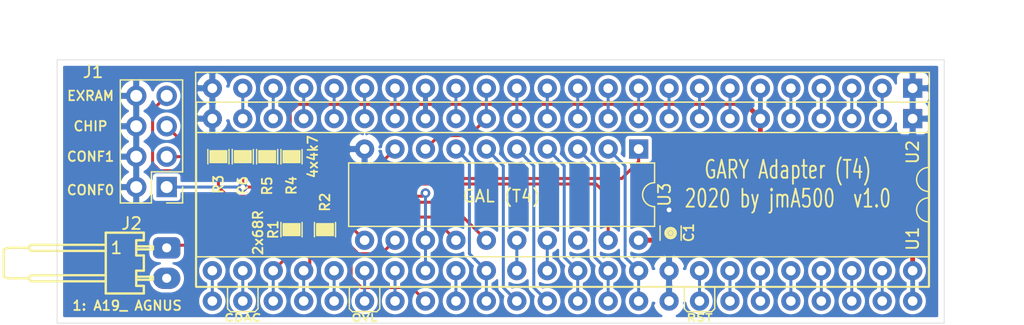
<source format=kicad_pcb>
(kicad_pcb (version 20171130) (host pcbnew 5.1.5-52549c5~84~ubuntu19.10.1)

  (general
    (thickness 1.6)
    (drawings 34)
    (tracks 168)
    (zones 0)
    (modules 12)
    (nets 54)
  )

  (page A4)
  (layers
    (0 F.Cu signal)
    (31 B.Cu signal)
    (32 B.Adhes user)
    (33 F.Adhes user)
    (34 B.Paste user)
    (35 F.Paste user)
    (36 B.SilkS user)
    (37 F.SilkS user)
    (38 B.Mask user)
    (39 F.Mask user)
    (40 Dwgs.User user)
    (41 Cmts.User user)
    (42 Eco1.User user)
    (43 Eco2.User user)
    (44 Edge.Cuts user)
    (45 Margin user)
    (46 B.CrtYd user)
    (47 F.CrtYd user)
    (48 B.Fab user hide)
    (49 F.Fab user hide)
  )

  (setup
    (last_trace_width 0.25)
    (trace_clearance 0.2)
    (zone_clearance 0.3)
    (zone_45_only no)
    (trace_min 0.2)
    (via_size 0.8)
    (via_drill 0.4)
    (via_min_size 0.4)
    (via_min_drill 0.3)
    (uvia_size 0.3)
    (uvia_drill 0.1)
    (uvias_allowed no)
    (uvia_min_size 0.2)
    (uvia_min_drill 0.1)
    (edge_width 0.05)
    (segment_width 0.2)
    (pcb_text_width 0.3)
    (pcb_text_size 1.5 1.5)
    (mod_edge_width 0.12)
    (mod_text_size 1 1)
    (mod_text_width 0.15)
    (pad_size 1.524 1.524)
    (pad_drill 0.762)
    (pad_to_mask_clearance 0.051)
    (solder_mask_min_width 0.25)
    (aux_axis_origin 95 99)
    (visible_elements FFFFFF7F)
    (pcbplotparams
      (layerselection 0x010fc_ffffffff)
      (usegerberextensions false)
      (usegerberattributes false)
      (usegerberadvancedattributes false)
      (creategerberjobfile false)
      (excludeedgelayer true)
      (linewidth 0.100000)
      (plotframeref false)
      (viasonmask false)
      (mode 1)
      (useauxorigin true)
      (hpglpennumber 1)
      (hpglpenspeed 20)
      (hpglpendiameter 15.000000)
      (psnegative false)
      (psa4output false)
      (plotreference true)
      (plotvalue true)
      (plotinvisibletext false)
      (padsonsilk false)
      (subtractmaskfromsilk false)
      (outputformat 1)
      (mirror false)
      (drillshape 0)
      (scaleselection 1)
      (outputdirectory "Gerber"))
  )

  (net 0 "")
  (net 1 +5V)
  (net 2 GND)
  (net 3 /~LATCH)
  (net 4 /~VPA)
  (net 5 /~CDAC)
  (net 6 /~OEL)
  (net 7 /CCKQ)
  (net 8 /~OEB)
  (net 9 /CCK)
  (net 10 /~KBRESET)
  (net 11 /~OVR)
  (net 12 /OVL)
  (net 13 /~MTR)
  (net 14 /XRDY)
  (net 15 /DKWE)
  (net 16 /~EXRAM)
  (net 17 /~DKWD)
  (net 18 /A17)
  (net 19 /~LDS)
  (net 20 /A18)
  (net 21 /~UDS)
  (net 22 /A19)
  (net 23 /R~W)
  (net 24 /A20)
  (net 25 /~AS)
  (net 26 /A21)
  (net 27 /~BGACK)
  (net 28 /A22)
  (net 29 /~BLIT)
  (net 30 /A23)
  (net 31 /~SEL)
  (net 32 /~RST)
  (net 33 /~REGEN)
  (net 34 /~HLT)
  (net 35 /~BLISS)
  (net 36 /~DTACK)
  (net 37 /~RAMEN)
  (net 38 /DKWEB)
  (net 39 /~ROMEN)
  (net 40 /DKWDB)
  (net 41 /~CLKRD)
  (net 42 /MTRON)
  (net 43 /~CLKWR)
  (net 44 /MTRX)
  (net 45 "Net-(R1-Pad2)")
  (net 46 /A19_AGNUS)
  (net 47 "Net-(R2-Pad2)")
  (net 48 /CONF0)
  (net 49 /CONF1)
  (net 50 /CHIPRAM_SW)
  (net 51 /A19_OUT)
  (net 52 /A20_OUT)
  (net 53 /DA9_OUT)

  (net_class Default "Dies ist die voreingestellte Netzklasse."
    (clearance 0.2)
    (trace_width 0.25)
    (via_dia 0.8)
    (via_drill 0.4)
    (uvia_dia 0.3)
    (uvia_drill 0.1)
    (add_net /A17)
    (add_net /A18)
    (add_net /A19)
    (add_net /A19_AGNUS)
    (add_net /A19_OUT)
    (add_net /A20)
    (add_net /A20_OUT)
    (add_net /A21)
    (add_net /A22)
    (add_net /A23)
    (add_net /CCK)
    (add_net /CCKQ)
    (add_net /CHIPRAM_SW)
    (add_net /CONF0)
    (add_net /CONF1)
    (add_net /DA9_OUT)
    (add_net /DKWDB)
    (add_net /DKWE)
    (add_net /DKWEB)
    (add_net /MTRON)
    (add_net /MTRX)
    (add_net /OVL)
    (add_net /R~W)
    (add_net /XRDY)
    (add_net /~AS)
    (add_net /~BGACK)
    (add_net /~BLISS)
    (add_net /~BLIT)
    (add_net /~CDAC)
    (add_net /~CLKRD)
    (add_net /~CLKWR)
    (add_net /~DKWD)
    (add_net /~DTACK)
    (add_net /~EXRAM)
    (add_net /~HLT)
    (add_net /~KBRESET)
    (add_net /~LATCH)
    (add_net /~LDS)
    (add_net /~MTR)
    (add_net /~OEB)
    (add_net /~OEL)
    (add_net /~OVR)
    (add_net /~RAMEN)
    (add_net /~REGEN)
    (add_net /~ROMEN)
    (add_net /~RST)
    (add_net /~SEL)
    (add_net /~UDS)
    (add_net /~VPA)
    (add_net "Net-(R1-Pad2)")
    (add_net "Net-(R2-Pad2)")
  )

  (net_class Power ""
    (clearance 0.2)
    (trace_width 0.4)
    (via_dia 0.8)
    (via_drill 0.4)
    (uvia_dia 0.3)
    (uvia_drill 0.1)
    (add_net +5V)
    (add_net GND)
  )

  (module discrete:R_0805 (layer F.Cu) (tedit 5E568DC1) (tstamp 5E62AF40)
    (at 108.458 85.09 90)
    (descr "Resistor SMD 0805, reflow soldering, Vishay (see dcrcw.pdf)")
    (tags "resistor 0805")
    (path /5E7DAB7E)
    (attr smd)
    (fp_text reference R3 (at -2.32 0 90) (layer F.SilkS)
      (effects (font (size 0.8 0.8) (thickness 0.15)))
    )
    (fp_text value 4k7 (at 0 1.75 90) (layer F.Fab)
      (effects (font (size 1 1) (thickness 0.15)))
    )
    (fp_poly (pts (xy -0.5 -0.7) (xy 0.5 -0.7) (xy 0.5 0.7) (xy -0.5 0.7)
      (xy -0.5 0.1)) (layer F.SilkS) (width 0.1))
    (fp_line (start 1.55 0.9) (end -1.55 0.9) (layer F.CrtYd) (width 0.05))
    (fp_line (start 1.55 0.9) (end 1.55 -0.9) (layer F.CrtYd) (width 0.05))
    (fp_line (start -1.55 -0.9) (end -1.55 0.9) (layer F.CrtYd) (width 0.05))
    (fp_line (start -1.55 -0.9) (end 1.55 -0.9) (layer F.CrtYd) (width 0.05))
    (fp_line (start -0.6 -0.88) (end 0.6 -0.88) (layer F.SilkS) (width 0.12))
    (fp_line (start 0.6 0.88) (end -0.6 0.88) (layer F.SilkS) (width 0.12))
    (fp_line (start -1 -0.62) (end 1 -0.62) (layer F.Fab) (width 0.1))
    (fp_line (start 1 -0.62) (end 1 0.62) (layer F.Fab) (width 0.1))
    (fp_line (start 1 0.62) (end -1 0.62) (layer F.Fab) (width 0.1))
    (fp_line (start -1 0.62) (end -1 -0.62) (layer F.Fab) (width 0.1))
    (fp_text user %R (at 0 -1.6 90) (layer F.Fab)
      (effects (font (size 1 1) (thickness 0.15)))
    )
    (pad 2 smd rect (at 1.05 0 90) (size 0.9 1.3) (layers F.Cu F.Paste F.Mask)
      (net 1 +5V))
    (pad 1 smd rect (at -1.05 0 90) (size 0.9 1.3) (layers F.Cu F.Paste F.Mask)
      (net 16 /~EXRAM))
    (model ${KISYS3DMOD}/Resistors_SMD.3dshapes/R_0805.step
      (at (xyz 0 0 0))
      (scale (xyz 1 1 1))
      (rotate (xyz 0 0 0))
    )
  )

  (module Conn2:MOLEX-KK-Angled-2 (layer F.Cu) (tedit 5E620F23) (tstamp 5E62A15A)
    (at 104.14 92.71 270)
    (path /5E8032CA)
    (fp_text reference J2 (at -2.032 2.921) (layer F.SilkS)
      (effects (font (size 1 1) (thickness 0.15)))
    )
    (fp_text value CONN_01X02 (at 0 -2.286 90) (layer F.Fab)
      (effects (font (size 1 1) (thickness 0.15)))
    )
    (fp_line (start 0 11.557) (end 0.254 11.303) (layer F.SilkS) (width 0.2))
    (fp_line (start 2.54 13.208) (end 2.413 13.589) (layer F.SilkS) (width 0.2))
    (fp_line (start 0.635 2.54) (end 0.635 1.905) (layer F.SilkS) (width 0.2))
    (fp_line (start 3.81 13.843) (end -1.27 13.843) (layer F.CrtYd) (width 0.12))
    (fp_line (start 2.54 11.557) (end 2.794 11.303) (layer F.SilkS) (width 0.2))
    (fp_line (start 0.635 1.905) (end 1.905 1.905) (layer F.SilkS) (width 0.2))
    (fp_line (start -1.27 1.905) (end -1.27 5.08) (layer F.SilkS) (width 0.2))
    (fp_line (start 3.81 1.905) (end 3.81 5.08) (layer F.SilkS) (width 0.2))
    (fp_line (start 3.175 2.54) (end 3.175 1.905) (layer F.SilkS) (width 0.2))
    (fp_line (start -1.27 -1.143) (end 3.81 -1.143) (layer F.CrtYd) (width 0.12))
    (fp_line (start -1.27 1.905) (end -1.016 1.905) (layer F.SilkS) (width 0.2))
    (fp_line (start -1.016 1.905) (end -0.635 1.905) (layer F.SilkS) (width 0.2))
    (fp_line (start -0.635 1.905) (end -0.635 2.54) (layer F.SilkS) (width 0.2))
    (fp_line (start -0.635 2.54) (end 0.635 2.54) (layer F.SilkS) (width 0.2))
    (fp_line (start 2.794 5.08) (end 2.794 11.303) (layer F.SilkS) (width 0.2))
    (fp_line (start -0.127 2.54) (end -0.127 1.143) (layer F.SilkS) (width 0.2))
    (fp_line (start 2.286 11.303) (end 2.54 11.557) (layer F.SilkS) (width 0.2))
    (fp_line (start 0.127 1.143) (end 0.127 2.54) (layer F.SilkS) (width 0.2))
    (fp_line (start -0.127 1.143) (end 0.127 1.143) (layer F.SilkS) (width 0.2))
    (fp_text user 1 (at 0 4.191) (layer F.SilkS)
      (effects (font (size 1 1) (thickness 0.15)))
    )
    (fp_line (start 3.175 1.905) (end 3.81 1.905) (layer F.SilkS) (width 0.2))
    (fp_line (start -1.27 13.843) (end -1.27 -1.143) (layer F.CrtYd) (width 0.12))
    (fp_line (start 2.413 2.54) (end 2.413 1.143) (layer F.SilkS) (width 0.2))
    (fp_line (start -0.254 5.08) (end -0.254 11.303) (layer F.SilkS) (width 0.2))
    (fp_line (start 1.905 2.54) (end 3.175 2.54) (layer F.SilkS) (width 0.2))
    (fp_line (start 1.905 1.905) (end 1.905 2.54) (layer F.SilkS) (width 0.2))
    (fp_line (start 0.381 13.589) (end 2.413 13.589) (layer F.SilkS) (width 0.2))
    (fp_line (start -0.254 11.303) (end 0 11.557) (layer F.SilkS) (width 0.2))
    (fp_line (start 0.254 5.08) (end 0.254 11.303) (layer F.SilkS) (width 0.2))
    (fp_line (start 2.54 11.557) (end 2.54 13.208) (layer F.SilkS) (width 0.2))
    (fp_line (start 0.127 13.589) (end 0 13.208) (layer F.SilkS) (width 0.2))
    (fp_line (start 3.81 -1.143) (end 3.81 13.843) (layer F.CrtYd) (width 0.12))
    (fp_line (start 0 13.208) (end 0 11.557) (layer F.SilkS) (width 0.2))
    (fp_line (start 0.381 13.589) (end 0.127 13.589) (layer F.SilkS) (width 0.2))
    (fp_line (start 3.81 5.08) (end -1.27 5.08) (layer F.SilkS) (width 0.2))
    (fp_line (start 2.286 5.08) (end 2.286 11.303) (layer F.SilkS) (width 0.2))
    (fp_line (start 2.667 1.143) (end 2.667 2.54) (layer F.SilkS) (width 0.2))
    (fp_line (start 2.413 1.143) (end 2.667 1.143) (layer F.SilkS) (width 0.2))
    (pad 2 thru_hole oval (at 2.54 0 270) (size 1.778 2.286) (drill 0.762) (layers *.Cu *.Mask))
    (pad 1 thru_hole roundrect (at 0 0 270) (size 1.778 2.286) (drill 0.762) (layers *.Cu *.Mask) (roundrect_rratio 0.25)
      (net 46 /A19_AGNUS))
  )

  (module Pin_Headers:Pin_Header_Straight_2x04_Pitch2.54mm (layer F.Cu) (tedit 59650532) (tstamp 5E62A2C0)
    (at 104.14 87.63 180)
    (descr "Through hole straight pin header, 2x04, 2.54mm pitch, double rows")
    (tags "Through hole pin header THT 2x04 2.54mm double row")
    (path /5E81F94F)
    (fp_text reference J1 (at 6.14 9.63) (layer F.SilkS)
      (effects (font (size 1 1) (thickness 0.15)))
    )
    (fp_text value CONN_02X04 (at 1.27 9.95) (layer F.Fab)
      (effects (font (size 1 1) (thickness 0.15)))
    )
    (fp_line (start 0 -1.27) (end 3.81 -1.27) (layer F.Fab) (width 0.1))
    (fp_line (start 3.81 -1.27) (end 3.81 8.89) (layer F.Fab) (width 0.1))
    (fp_line (start 3.81 8.89) (end -1.27 8.89) (layer F.Fab) (width 0.1))
    (fp_line (start -1.27 8.89) (end -1.27 0) (layer F.Fab) (width 0.1))
    (fp_line (start -1.27 0) (end 0 -1.27) (layer F.Fab) (width 0.1))
    (fp_line (start -1.33 8.95) (end 3.87 8.95) (layer F.SilkS) (width 0.12))
    (fp_line (start -1.33 1.27) (end -1.33 8.95) (layer F.SilkS) (width 0.12))
    (fp_line (start 3.87 -1.33) (end 3.87 8.95) (layer F.SilkS) (width 0.12))
    (fp_line (start -1.33 1.27) (end 1.27 1.27) (layer F.SilkS) (width 0.12))
    (fp_line (start 1.27 1.27) (end 1.27 -1.33) (layer F.SilkS) (width 0.12))
    (fp_line (start 1.27 -1.33) (end 3.87 -1.33) (layer F.SilkS) (width 0.12))
    (fp_line (start -1.33 0) (end -1.33 -1.33) (layer F.SilkS) (width 0.12))
    (fp_line (start -1.33 -1.33) (end 0 -1.33) (layer F.SilkS) (width 0.12))
    (fp_line (start -1.8 -1.8) (end -1.8 9.4) (layer F.CrtYd) (width 0.05))
    (fp_line (start -1.8 9.4) (end 4.35 9.4) (layer F.CrtYd) (width 0.05))
    (fp_line (start 4.35 9.4) (end 4.35 -1.8) (layer F.CrtYd) (width 0.05))
    (fp_line (start 4.35 -1.8) (end -1.8 -1.8) (layer F.CrtYd) (width 0.05))
    (fp_text user %R (at 1.27 3.81 90) (layer F.Fab)
      (effects (font (size 1 1) (thickness 0.15)))
    )
    (pad 1 thru_hole rect (at 0 0 180) (size 1.7 1.7) (drill 1) (layers *.Cu *.Mask)
      (net 48 /CONF0))
    (pad 2 thru_hole oval (at 2.54 0 180) (size 1.7 1.7) (drill 1) (layers *.Cu *.Mask)
      (net 2 GND))
    (pad 3 thru_hole oval (at 0 2.54 180) (size 1.7 1.7) (drill 1) (layers *.Cu *.Mask)
      (net 49 /CONF1))
    (pad 4 thru_hole oval (at 2.54 2.54 180) (size 1.7 1.7) (drill 1) (layers *.Cu *.Mask)
      (net 2 GND))
    (pad 5 thru_hole oval (at 0 5.08 180) (size 1.7 1.7) (drill 1) (layers *.Cu *.Mask)
      (net 50 /CHIPRAM_SW))
    (pad 6 thru_hole oval (at 2.54 5.08 180) (size 1.7 1.7) (drill 1) (layers *.Cu *.Mask)
      (net 2 GND))
    (pad 7 thru_hole oval (at 0 7.62 180) (size 1.7 1.7) (drill 1) (layers *.Cu *.Mask)
      (net 16 /~EXRAM))
    (pad 8 thru_hole oval (at 2.54 7.62 180) (size 1.7 1.7) (drill 1) (layers *.Cu *.Mask)
      (net 2 GND))
    (model ${KISYS3DMOD}/Pin_Headers.3dshapes/Pin_Header_Straight_2x04_Pitch2.54mm.wrl
      (at (xyz 0 0 0))
      (scale (xyz 1 1 1))
      (rotate (xyz 0 0 0))
    )
  )

  (module discrete:R_0805 (layer F.Cu) (tedit 5E568DC1) (tstamp 5E620CE4)
    (at 110.49 85.09 90)
    (descr "Resistor SMD 0805, reflow soldering, Vishay (see dcrcw.pdf)")
    (tags "resistor 0805")
    (path /5E6CE049)
    (attr smd)
    (fp_text reference R6 (at -2.413 0 90) (layer F.SilkS)
      (effects (font (size 0.8 0.8) (thickness 0.15)))
    )
    (fp_text value 4k7 (at 0 1.75 90) (layer F.Fab)
      (effects (font (size 1 1) (thickness 0.15)))
    )
    (fp_poly (pts (xy -0.5 -0.7) (xy 0.5 -0.7) (xy 0.5 0.7) (xy -0.5 0.7)
      (xy -0.5 0.1)) (layer F.SilkS) (width 0.1))
    (fp_line (start 1.55 0.9) (end -1.55 0.9) (layer F.CrtYd) (width 0.05))
    (fp_line (start 1.55 0.9) (end 1.55 -0.9) (layer F.CrtYd) (width 0.05))
    (fp_line (start -1.55 -0.9) (end -1.55 0.9) (layer F.CrtYd) (width 0.05))
    (fp_line (start -1.55 -0.9) (end 1.55 -0.9) (layer F.CrtYd) (width 0.05))
    (fp_line (start -0.6 -0.88) (end 0.6 -0.88) (layer F.SilkS) (width 0.12))
    (fp_line (start 0.6 0.88) (end -0.6 0.88) (layer F.SilkS) (width 0.12))
    (fp_line (start -1 -0.62) (end 1 -0.62) (layer F.Fab) (width 0.1))
    (fp_line (start 1 -0.62) (end 1 0.62) (layer F.Fab) (width 0.1))
    (fp_line (start 1 0.62) (end -1 0.62) (layer F.Fab) (width 0.1))
    (fp_line (start -1 0.62) (end -1 -0.62) (layer F.Fab) (width 0.1))
    (fp_text user %R (at 0 -1.6 90) (layer F.Fab)
      (effects (font (size 1 1) (thickness 0.15)))
    )
    (pad 2 smd rect (at 1.05 0 90) (size 0.9 1.3) (layers F.Cu F.Paste F.Mask)
      (net 1 +5V))
    (pad 1 smd rect (at -1.05 0 90) (size 0.9 1.3) (layers F.Cu F.Paste F.Mask)
      (net 48 /CONF0))
    (model ${KISYS3DMOD}/Resistors_SMD.3dshapes/R_0805.step
      (at (xyz 0 0 0))
      (scale (xyz 1 1 1))
      (rotate (xyz 0 0 0))
    )
  )

  (module discrete:R_0805 (layer F.Cu) (tedit 5E568DC1) (tstamp 5E626880)
    (at 112.522 85.09 90)
    (descr "Resistor SMD 0805, reflow soldering, Vishay (see dcrcw.pdf)")
    (tags "resistor 0805")
    (path /5E6CDEC0)
    (attr smd)
    (fp_text reference R5 (at -2.447 0 90) (layer F.SilkS)
      (effects (font (size 0.8 0.8) (thickness 0.15)))
    )
    (fp_text value 4k7 (at 0 1.75 90) (layer F.Fab)
      (effects (font (size 1 1) (thickness 0.15)))
    )
    (fp_poly (pts (xy -0.5 -0.7) (xy 0.5 -0.7) (xy 0.5 0.7) (xy -0.5 0.7)
      (xy -0.5 0.1)) (layer F.SilkS) (width 0.1))
    (fp_line (start 1.55 0.9) (end -1.55 0.9) (layer F.CrtYd) (width 0.05))
    (fp_line (start 1.55 0.9) (end 1.55 -0.9) (layer F.CrtYd) (width 0.05))
    (fp_line (start -1.55 -0.9) (end -1.55 0.9) (layer F.CrtYd) (width 0.05))
    (fp_line (start -1.55 -0.9) (end 1.55 -0.9) (layer F.CrtYd) (width 0.05))
    (fp_line (start -0.6 -0.88) (end 0.6 -0.88) (layer F.SilkS) (width 0.12))
    (fp_line (start 0.6 0.88) (end -0.6 0.88) (layer F.SilkS) (width 0.12))
    (fp_line (start -1 -0.62) (end 1 -0.62) (layer F.Fab) (width 0.1))
    (fp_line (start 1 -0.62) (end 1 0.62) (layer F.Fab) (width 0.1))
    (fp_line (start 1 0.62) (end -1 0.62) (layer F.Fab) (width 0.1))
    (fp_line (start -1 0.62) (end -1 -0.62) (layer F.Fab) (width 0.1))
    (fp_text user %R (at 0 -1.6 90) (layer F.Fab)
      (effects (font (size 1 1) (thickness 0.15)))
    )
    (pad 2 smd rect (at 1.05 0 90) (size 0.9 1.3) (layers F.Cu F.Paste F.Mask)
      (net 1 +5V))
    (pad 1 smd rect (at -1.05 0 90) (size 0.9 1.3) (layers F.Cu F.Paste F.Mask)
      (net 49 /CONF1))
    (model ${KISYS3DMOD}/Resistors_SMD.3dshapes/R_0805.step
      (at (xyz 0 0 0))
      (scale (xyz 1 1 1))
      (rotate (xyz 0 0 0))
    )
  )

  (module discrete:R_0805 (layer F.Cu) (tedit 5E568DC1) (tstamp 5E6267B1)
    (at 114.554 85.09 90)
    (descr "Resistor SMD 0805, reflow soldering, Vishay (see dcrcw.pdf)")
    (tags "resistor 0805")
    (path /5E6CD814)
    (attr smd)
    (fp_text reference R4 (at -2.413 0 90) (layer F.SilkS)
      (effects (font (size 0.8 0.8) (thickness 0.15)))
    )
    (fp_text value 4k7 (at 0 1.75 90) (layer F.Fab)
      (effects (font (size 1 1) (thickness 0.15)))
    )
    (fp_poly (pts (xy -0.5 -0.7) (xy 0.5 -0.7) (xy 0.5 0.7) (xy -0.5 0.7)
      (xy -0.5 0.1)) (layer F.SilkS) (width 0.1))
    (fp_line (start 1.55 0.9) (end -1.55 0.9) (layer F.CrtYd) (width 0.05))
    (fp_line (start 1.55 0.9) (end 1.55 -0.9) (layer F.CrtYd) (width 0.05))
    (fp_line (start -1.55 -0.9) (end -1.55 0.9) (layer F.CrtYd) (width 0.05))
    (fp_line (start -1.55 -0.9) (end 1.55 -0.9) (layer F.CrtYd) (width 0.05))
    (fp_line (start -0.6 -0.88) (end 0.6 -0.88) (layer F.SilkS) (width 0.12))
    (fp_line (start 0.6 0.88) (end -0.6 0.88) (layer F.SilkS) (width 0.12))
    (fp_line (start -1 -0.62) (end 1 -0.62) (layer F.Fab) (width 0.1))
    (fp_line (start 1 -0.62) (end 1 0.62) (layer F.Fab) (width 0.1))
    (fp_line (start 1 0.62) (end -1 0.62) (layer F.Fab) (width 0.1))
    (fp_line (start -1 0.62) (end -1 -0.62) (layer F.Fab) (width 0.1))
    (fp_text user %R (at 0 -1.6 90) (layer F.Fab)
      (effects (font (size 1 1) (thickness 0.15)))
    )
    (pad 2 smd rect (at 1.05 0 90) (size 0.9 1.3) (layers F.Cu F.Paste F.Mask)
      (net 1 +5V))
    (pad 1 smd rect (at -1.05 0 90) (size 0.9 1.3) (layers F.Cu F.Paste F.Mask)
      (net 50 /CHIPRAM_SW))
    (model ${KISYS3DMOD}/Resistors_SMD.3dshapes/R_0805.step
      (at (xyz 0 0 0))
      (scale (xyz 1 1 1))
      (rotate (xyz 0 0 0))
    )
  )

  (module discrete:R_0805 (layer F.Cu) (tedit 5E568DC1) (tstamp 5E627334)
    (at 117.348 91.186 90)
    (descr "Resistor SMD 0805, reflow soldering, Vishay (see dcrcw.pdf)")
    (tags "resistor 0805")
    (path /5E664675)
    (attr smd)
    (fp_text reference R2 (at 2.286 0 90) (layer F.SilkS)
      (effects (font (size 0.8 0.8) (thickness 0.15)))
    )
    (fp_text value 68R (at 0 1.75 90) (layer F.Fab)
      (effects (font (size 1 1) (thickness 0.15)))
    )
    (fp_poly (pts (xy -0.5 -0.7) (xy 0.5 -0.7) (xy 0.5 0.7) (xy -0.5 0.7)
      (xy -0.5 0.1)) (layer F.SilkS) (width 0.1))
    (fp_line (start 1.55 0.9) (end -1.55 0.9) (layer F.CrtYd) (width 0.05))
    (fp_line (start 1.55 0.9) (end 1.55 -0.9) (layer F.CrtYd) (width 0.05))
    (fp_line (start -1.55 -0.9) (end -1.55 0.9) (layer F.CrtYd) (width 0.05))
    (fp_line (start -1.55 -0.9) (end 1.55 -0.9) (layer F.CrtYd) (width 0.05))
    (fp_line (start -0.6 -0.88) (end 0.6 -0.88) (layer F.SilkS) (width 0.12))
    (fp_line (start 0.6 0.88) (end -0.6 0.88) (layer F.SilkS) (width 0.12))
    (fp_line (start -1 -0.62) (end 1 -0.62) (layer F.Fab) (width 0.1))
    (fp_line (start 1 -0.62) (end 1 0.62) (layer F.Fab) (width 0.1))
    (fp_line (start 1 0.62) (end -1 0.62) (layer F.Fab) (width 0.1))
    (fp_line (start -1 0.62) (end -1 -0.62) (layer F.Fab) (width 0.1))
    (fp_text user %R (at 0 -1.6 90) (layer F.Fab)
      (effects (font (size 1 1) (thickness 0.15)))
    )
    (pad 2 smd rect (at 1.05 0 90) (size 0.9 1.3) (layers F.Cu F.Paste F.Mask)
      (net 47 "Net-(R2-Pad2)"))
    (pad 1 smd rect (at -1.05 0 90) (size 0.9 1.3) (layers F.Cu F.Paste F.Mask)
      (net 53 /DA9_OUT))
    (model ${KISYS3DMOD}/Resistors_SMD.3dshapes/R_0805.step
      (at (xyz 0 0 0))
      (scale (xyz 1 1 1))
      (rotate (xyz 0 0 0))
    )
  )

  (module discrete:R_0805 (layer F.Cu) (tedit 5E568DC1) (tstamp 5E62736A)
    (at 114.554 91.186 90)
    (descr "Resistor SMD 0805, reflow soldering, Vishay (see dcrcw.pdf)")
    (tags "resistor 0805")
    (path /5E67871D)
    (attr smd)
    (fp_text reference R1 (at 0 -1.524 90) (layer F.SilkS)
      (effects (font (size 0.8 0.8) (thickness 0.15)))
    )
    (fp_text value 68R (at 0 1.75 90) (layer F.Fab)
      (effects (font (size 1 1) (thickness 0.15)))
    )
    (fp_poly (pts (xy -0.5 -0.7) (xy 0.5 -0.7) (xy 0.5 0.7) (xy -0.5 0.7)
      (xy -0.5 0.1)) (layer F.SilkS) (width 0.1))
    (fp_line (start 1.55 0.9) (end -1.55 0.9) (layer F.CrtYd) (width 0.05))
    (fp_line (start 1.55 0.9) (end 1.55 -0.9) (layer F.CrtYd) (width 0.05))
    (fp_line (start -1.55 -0.9) (end -1.55 0.9) (layer F.CrtYd) (width 0.05))
    (fp_line (start -1.55 -0.9) (end 1.55 -0.9) (layer F.CrtYd) (width 0.05))
    (fp_line (start -0.6 -0.88) (end 0.6 -0.88) (layer F.SilkS) (width 0.12))
    (fp_line (start 0.6 0.88) (end -0.6 0.88) (layer F.SilkS) (width 0.12))
    (fp_line (start -1 -0.62) (end 1 -0.62) (layer F.Fab) (width 0.1))
    (fp_line (start 1 -0.62) (end 1 0.62) (layer F.Fab) (width 0.1))
    (fp_line (start 1 0.62) (end -1 0.62) (layer F.Fab) (width 0.1))
    (fp_line (start -1 0.62) (end -1 -0.62) (layer F.Fab) (width 0.1))
    (fp_text user %R (at 0 -1.6 90) (layer F.Fab)
      (effects (font (size 1 1) (thickness 0.15)))
    )
    (pad 2 smd rect (at 1.05 0 90) (size 0.9 1.3) (layers F.Cu F.Paste F.Mask)
      (net 45 "Net-(R1-Pad2)"))
    (pad 1 smd rect (at -1.05 0 90) (size 0.9 1.3) (layers F.Cu F.Paste F.Mask)
      (net 46 /A19_AGNUS))
    (model ${KISYS3DMOD}/Resistors_SMD.3dshapes/R_0805.step
      (at (xyz 0 0 0))
      (scale (xyz 1 1 1))
      (rotate (xyz 0 0 0))
    )
  )

  (module Housings_DIP:DIP-20_W7.62mm (layer F.Cu) (tedit 59C78D6B) (tstamp 5E626257)
    (at 143.51 84.455 270)
    (descr "20-lead though-hole mounted DIP package, row spacing 7.62 mm (300 mils)")
    (tags "THT DIP DIL PDIP 2.54mm 7.62mm 300mil")
    (path /5E65DFC5)
    (fp_text reference U3 (at 3.81 -2.159 90) (layer F.SilkS)
      (effects (font (size 1 1) (thickness 0.15)))
    )
    (fp_text value GAL16V8 (at 3.81 25.19 90) (layer F.Fab)
      (effects (font (size 1 1) (thickness 0.15)))
    )
    (fp_arc (start 3.81 -1.33) (end 2.81 -1.33) (angle -180) (layer F.SilkS) (width 0.12))
    (fp_line (start 1.635 -1.27) (end 6.985 -1.27) (layer F.Fab) (width 0.1))
    (fp_line (start 6.985 -1.27) (end 6.985 24.13) (layer F.Fab) (width 0.1))
    (fp_line (start 6.985 24.13) (end 0.635 24.13) (layer F.Fab) (width 0.1))
    (fp_line (start 0.635 24.13) (end 0.635 -0.27) (layer F.Fab) (width 0.1))
    (fp_line (start 0.635 -0.27) (end 1.635 -1.27) (layer F.Fab) (width 0.1))
    (fp_line (start 2.81 -1.33) (end 1.16 -1.33) (layer F.SilkS) (width 0.12))
    (fp_line (start 1.16 -1.33) (end 1.16 24.19) (layer F.SilkS) (width 0.12))
    (fp_line (start 1.16 24.19) (end 6.46 24.19) (layer F.SilkS) (width 0.12))
    (fp_line (start 6.46 24.19) (end 6.46 -1.33) (layer F.SilkS) (width 0.12))
    (fp_line (start 6.46 -1.33) (end 4.81 -1.33) (layer F.SilkS) (width 0.12))
    (fp_line (start -1.1 -1.55) (end -1.1 24.4) (layer F.CrtYd) (width 0.05))
    (fp_line (start -1.1 24.4) (end 8.7 24.4) (layer F.CrtYd) (width 0.05))
    (fp_line (start 8.7 24.4) (end 8.7 -1.55) (layer F.CrtYd) (width 0.05))
    (fp_line (start 8.7 -1.55) (end -1.1 -1.55) (layer F.CrtYd) (width 0.05))
    (fp_text user %R (at 3.81 11.43 90) (layer F.Fab)
      (effects (font (size 1 1) (thickness 0.15)))
    )
    (pad 1 thru_hole rect (at 0 0 270) (size 1.6 1.6) (drill 0.8) (layers *.Cu *.Mask)
      (net 49 /CONF1))
    (pad 11 thru_hole oval (at 7.62 22.86 270) (size 1.6 1.6) (drill 0.8) (layers *.Cu *.Mask)
      (net 7 /CCKQ))
    (pad 2 thru_hole oval (at 0 2.54 270) (size 1.6 1.6) (drill 0.8) (layers *.Cu *.Mask)
      (net 30 /A23))
    (pad 12 thru_hole oval (at 7.62 20.32 270) (size 1.6 1.6) (drill 0.8) (layers *.Cu *.Mask)
      (net 9 /CCK))
    (pad 3 thru_hole oval (at 0 5.08 270) (size 1.6 1.6) (drill 0.8) (layers *.Cu *.Mask)
      (net 28 /A22))
    (pad 13 thru_hole oval (at 7.62 17.78 270) (size 1.6 1.6) (drill 0.8) (layers *.Cu *.Mask)
      (net 16 /~EXRAM))
    (pad 4 thru_hole oval (at 0 7.62 270) (size 1.6 1.6) (drill 0.8) (layers *.Cu *.Mask)
      (net 26 /A21))
    (pad 14 thru_hole oval (at 7.62 15.24 270) (size 1.6 1.6) (drill 0.8) (layers *.Cu *.Mask)
      (net 47 "Net-(R2-Pad2)"))
    (pad 5 thru_hole oval (at 0 10.16 270) (size 1.6 1.6) (drill 0.8) (layers *.Cu *.Mask)
      (net 24 /A20))
    (pad 15 thru_hole oval (at 7.62 12.7 270) (size 1.6 1.6) (drill 0.8) (layers *.Cu *.Mask)
      (net 45 "Net-(R1-Pad2)"))
    (pad 6 thru_hole oval (at 0 12.7 270) (size 1.6 1.6) (drill 0.8) (layers *.Cu *.Mask)
      (net 22 /A19))
    (pad 16 thru_hole oval (at 7.62 10.16 270) (size 1.6 1.6) (drill 0.8) (layers *.Cu *.Mask)
      (net 51 /A19_OUT))
    (pad 7 thru_hole oval (at 0 15.24 270) (size 1.6 1.6) (drill 0.8) (layers *.Cu *.Mask)
      (net 20 /A18))
    (pad 17 thru_hole oval (at 7.62 7.62 270) (size 1.6 1.6) (drill 0.8) (layers *.Cu *.Mask)
      (net 52 /A20_OUT))
    (pad 8 thru_hole oval (at 0 17.78 270) (size 1.6 1.6) (drill 0.8) (layers *.Cu *.Mask)
      (net 29 /~BLIT))
    (pad 18 thru_hole oval (at 7.62 5.08 270) (size 1.6 1.6) (drill 0.8) (layers *.Cu *.Mask))
    (pad 9 thru_hole oval (at 0 20.32 270) (size 1.6 1.6) (drill 0.8) (layers *.Cu *.Mask)
      (net 50 /CHIPRAM_SW))
    (pad 19 thru_hole oval (at 7.62 2.54 270) (size 1.6 1.6) (drill 0.8) (layers *.Cu *.Mask)
      (net 48 /CONF0))
    (pad 10 thru_hole oval (at 0 22.86 270) (size 1.6 1.6) (drill 0.8) (layers *.Cu *.Mask)
      (net 2 GND))
    (pad 20 thru_hole oval (at 7.62 0 270) (size 1.6 1.6) (drill 0.8) (layers *.Cu *.Mask)
      (net 1 +5V))
    (model ${KISYS3DMOD}/Housings_DIP.3dshapes/DIP-20_W7.62mm.wrl
      (at (xyz 0 0 0))
      (scale (xyz 1 1 1))
      (rotate (xyz 0 0 0))
    )
  )

  (module Housings_DIP:DIP-48_W15.24mm_Socket (layer F.Cu) (tedit 59C78D6C) (tstamp 5E626508)
    (at 166.37 79.375 270)
    (descr "48-lead though-hole mounted DIP package, row spacing 15.24 mm (600 mils), Socket")
    (tags "THT DIP DIL PDIP 2.54mm 15.24mm 600mil Socket")
    (path /5E64D0CF)
    (fp_text reference U2 (at 5.334 0 90) (layer F.SilkS)
      (effects (font (size 1 1) (thickness 0.15)))
    )
    (fp_text value GARY (at 7.62 60.75 90) (layer F.Fab)
      (effects (font (size 1 1) (thickness 0.15)))
    )
    (fp_arc (start 7.62 -1.33) (end 6.62 -1.33) (angle -180) (layer F.SilkS) (width 0.12))
    (fp_line (start 1.255 -1.27) (end 14.985 -1.27) (layer F.Fab) (width 0.1))
    (fp_line (start 14.985 -1.27) (end 14.985 59.69) (layer F.Fab) (width 0.1))
    (fp_line (start 14.985 59.69) (end 0.255 59.69) (layer F.Fab) (width 0.1))
    (fp_line (start 0.255 59.69) (end 0.255 -0.27) (layer F.Fab) (width 0.1))
    (fp_line (start 0.255 -0.27) (end 1.255 -1.27) (layer F.Fab) (width 0.1))
    (fp_line (start -1.27 -1.33) (end -1.27 59.75) (layer F.Fab) (width 0.1))
    (fp_line (start -1.27 59.75) (end 16.51 59.75) (layer F.Fab) (width 0.1))
    (fp_line (start 16.51 59.75) (end 16.51 -1.33) (layer F.Fab) (width 0.1))
    (fp_line (start 16.51 -1.33) (end -1.27 -1.33) (layer F.Fab) (width 0.1))
    (fp_line (start 6.62 -1.33) (end 1.16 -1.33) (layer F.SilkS) (width 0.12))
    (fp_line (start 1.16 -1.33) (end 1.16 59.75) (layer F.SilkS) (width 0.12))
    (fp_line (start 1.16 59.75) (end 14.08 59.75) (layer F.SilkS) (width 0.12))
    (fp_line (start 14.08 59.75) (end 14.08 -1.33) (layer F.SilkS) (width 0.12))
    (fp_line (start 14.08 -1.33) (end 8.62 -1.33) (layer F.SilkS) (width 0.12))
    (fp_line (start -1.33 -1.39) (end -1.33 59.81) (layer F.SilkS) (width 0.12))
    (fp_line (start -1.33 59.81) (end 16.57 59.81) (layer F.SilkS) (width 0.12))
    (fp_line (start 16.57 59.81) (end 16.57 -1.39) (layer F.SilkS) (width 0.12))
    (fp_line (start 16.57 -1.39) (end -1.33 -1.39) (layer F.SilkS) (width 0.12))
    (fp_line (start -1.55 -1.6) (end -1.55 60) (layer F.CrtYd) (width 0.05))
    (fp_line (start -1.55 60) (end 16.8 60) (layer F.CrtYd) (width 0.05))
    (fp_line (start 16.8 60) (end 16.8 -1.6) (layer F.CrtYd) (width 0.05))
    (fp_line (start 16.8 -1.6) (end -1.55 -1.6) (layer F.CrtYd) (width 0.05))
    (fp_text user %R (at 7.62 29.21 90) (layer F.Fab)
      (effects (font (size 1 1) (thickness 0.15)))
    )
    (pad 1 thru_hole rect (at 0 0 270) (size 1.6 1.6) (drill 0.8) (layers *.Cu *.Mask)
      (net 2 GND))
    (pad 25 thru_hole oval (at 15.24 58.42 270) (size 1.6 1.6) (drill 0.8) (layers *.Cu *.Mask)
      (net 3 /~LATCH))
    (pad 2 thru_hole oval (at 0 2.54 270) (size 1.6 1.6) (drill 0.8) (layers *.Cu *.Mask)
      (net 4 /~VPA))
    (pad 26 thru_hole oval (at 15.24 55.88 270) (size 1.6 1.6) (drill 0.8) (layers *.Cu *.Mask)
      (net 5 /~CDAC))
    (pad 3 thru_hole oval (at 0 5.08 270) (size 1.6 1.6) (drill 0.8) (layers *.Cu *.Mask)
      (net 6 /~OEL))
    (pad 27 thru_hole oval (at 15.24 53.34 270) (size 1.6 1.6) (drill 0.8) (layers *.Cu *.Mask)
      (net 7 /CCKQ))
    (pad 4 thru_hole oval (at 0 7.62 270) (size 1.6 1.6) (drill 0.8) (layers *.Cu *.Mask)
      (net 8 /~OEB))
    (pad 28 thru_hole oval (at 15.24 50.8 270) (size 1.6 1.6) (drill 0.8) (layers *.Cu *.Mask)
      (net 9 /CCK))
    (pad 5 thru_hole oval (at 0 10.16 270) (size 1.6 1.6) (drill 0.8) (layers *.Cu *.Mask)
      (net 10 /~KBRESET))
    (pad 29 thru_hole oval (at 15.24 48.26 270) (size 1.6 1.6) (drill 0.8) (layers *.Cu *.Mask)
      (net 11 /~OVR))
    (pad 6 thru_hole oval (at 0 12.7 270) (size 1.6 1.6) (drill 0.8) (layers *.Cu *.Mask)
      (net 1 +5V))
    (pad 30 thru_hole oval (at 15.24 45.72 270) (size 1.6 1.6) (drill 0.8) (layers *.Cu *.Mask)
      (net 12 /OVL))
    (pad 7 thru_hole oval (at 0 15.24 270) (size 1.6 1.6) (drill 0.8) (layers *.Cu *.Mask)
      (net 13 /~MTR))
    (pad 31 thru_hole oval (at 15.24 43.18 270) (size 1.6 1.6) (drill 0.8) (layers *.Cu *.Mask)
      (net 14 /XRDY))
    (pad 8 thru_hole oval (at 0 17.78 270) (size 1.6 1.6) (drill 0.8) (layers *.Cu *.Mask)
      (net 15 /DKWE))
    (pad 32 thru_hole oval (at 15.24 40.64 270) (size 1.6 1.6) (drill 0.8) (layers *.Cu *.Mask)
      (net 16 /~EXRAM))
    (pad 9 thru_hole oval (at 0 20.32 270) (size 1.6 1.6) (drill 0.8) (layers *.Cu *.Mask)
      (net 17 /~DKWD))
    (pad 33 thru_hole oval (at 15.24 38.1 270) (size 1.6 1.6) (drill 0.8) (layers *.Cu *.Mask)
      (net 18 /A17))
    (pad 10 thru_hole oval (at 0 22.86 270) (size 1.6 1.6) (drill 0.8) (layers *.Cu *.Mask)
      (net 19 /~LDS))
    (pad 34 thru_hole oval (at 15.24 35.56 270) (size 1.6 1.6) (drill 0.8) (layers *.Cu *.Mask)
      (net 20 /A18))
    (pad 11 thru_hole oval (at 0 25.4 270) (size 1.6 1.6) (drill 0.8) (layers *.Cu *.Mask)
      (net 21 /~UDS))
    (pad 35 thru_hole oval (at 15.24 33.02 270) (size 1.6 1.6) (drill 0.8) (layers *.Cu *.Mask)
      (net 51 /A19_OUT))
    (pad 12 thru_hole oval (at 0 27.94 270) (size 1.6 1.6) (drill 0.8) (layers *.Cu *.Mask)
      (net 23 /R~W))
    (pad 36 thru_hole oval (at 15.24 30.48 270) (size 1.6 1.6) (drill 0.8) (layers *.Cu *.Mask)
      (net 52 /A20_OUT))
    (pad 13 thru_hole oval (at 0 30.48 270) (size 1.6 1.6) (drill 0.8) (layers *.Cu *.Mask)
      (net 25 /~AS))
    (pad 37 thru_hole oval (at 15.24 27.94 270) (size 1.6 1.6) (drill 0.8) (layers *.Cu *.Mask)
      (net 26 /A21))
    (pad 14 thru_hole oval (at 0 33.02 270) (size 1.6 1.6) (drill 0.8) (layers *.Cu *.Mask)
      (net 27 /~BGACK))
    (pad 38 thru_hole oval (at 15.24 25.4 270) (size 1.6 1.6) (drill 0.8) (layers *.Cu *.Mask)
      (net 28 /A22))
    (pad 15 thru_hole oval (at 0 35.56 270) (size 1.6 1.6) (drill 0.8) (layers *.Cu *.Mask)
      (net 29 /~BLIT))
    (pad 39 thru_hole oval (at 15.24 22.86 270) (size 1.6 1.6) (drill 0.8) (layers *.Cu *.Mask)
      (net 30 /A23))
    (pad 16 thru_hole oval (at 0 38.1 270) (size 1.6 1.6) (drill 0.8) (layers *.Cu *.Mask)
      (net 31 /~SEL))
    (pad 40 thru_hole oval (at 15.24 20.32 270) (size 1.6 1.6) (drill 0.8) (layers *.Cu *.Mask)
      (net 2 GND))
    (pad 17 thru_hole oval (at 0 40.64 270) (size 1.6 1.6) (drill 0.8) (layers *.Cu *.Mask)
      (net 1 +5V))
    (pad 41 thru_hole oval (at 15.24 17.78 270) (size 1.6 1.6) (drill 0.8) (layers *.Cu *.Mask)
      (net 32 /~RST))
    (pad 18 thru_hole oval (at 0 43.18 270) (size 1.6 1.6) (drill 0.8) (layers *.Cu *.Mask)
      (net 33 /~REGEN))
    (pad 42 thru_hole oval (at 15.24 15.24 270) (size 1.6 1.6) (drill 0.8) (layers *.Cu *.Mask)
      (net 34 /~HLT))
    (pad 19 thru_hole oval (at 0 45.72 270) (size 1.6 1.6) (drill 0.8) (layers *.Cu *.Mask)
      (net 35 /~BLISS))
    (pad 43 thru_hole oval (at 15.24 12.7 270) (size 1.6 1.6) (drill 0.8) (layers *.Cu *.Mask)
      (net 36 /~DTACK))
    (pad 20 thru_hole oval (at 0 48.26 270) (size 1.6 1.6) (drill 0.8) (layers *.Cu *.Mask)
      (net 37 /~RAMEN))
    (pad 44 thru_hole oval (at 15.24 10.16 270) (size 1.6 1.6) (drill 0.8) (layers *.Cu *.Mask)
      (net 38 /DKWEB))
    (pad 21 thru_hole oval (at 0 50.8 270) (size 1.6 1.6) (drill 0.8) (layers *.Cu *.Mask)
      (net 39 /~ROMEN))
    (pad 45 thru_hole oval (at 15.24 7.62 270) (size 1.6 1.6) (drill 0.8) (layers *.Cu *.Mask)
      (net 40 /DKWDB))
    (pad 22 thru_hole oval (at 0 53.34 270) (size 1.6 1.6) (drill 0.8) (layers *.Cu *.Mask)
      (net 41 /~CLKRD))
    (pad 46 thru_hole oval (at 15.24 5.08 270) (size 1.6 1.6) (drill 0.8) (layers *.Cu *.Mask)
      (net 42 /MTRON))
    (pad 23 thru_hole oval (at 0 55.88 270) (size 1.6 1.6) (drill 0.8) (layers *.Cu *.Mask)
      (net 43 /~CLKWR))
    (pad 47 thru_hole oval (at 15.24 2.54 270) (size 1.6 1.6) (drill 0.8) (layers *.Cu *.Mask)
      (net 44 /MTRX))
    (pad 24 thru_hole oval (at 0 58.42 270) (size 1.6 1.6) (drill 0.8) (layers *.Cu *.Mask)
      (net 2 GND))
    (pad 48 thru_hole oval (at 15.24 0 270) (size 1.6 1.6) (drill 0.8) (layers *.Cu *.Mask)
      (net 1 +5V))
    (model ${KISYS3DMOD}/Housings_DIP.3dshapes/DIP-48_W15.24mm_Socket.wrl
      (at (xyz 0 0 0))
      (scale (xyz 1 1 1))
      (rotate (xyz 0 0 0))
    )
  )

  (module Housings_DIP:DIP-48_W15.24mm (layer F.Cu) (tedit 59C78D6C) (tstamp 5E62632C)
    (at 166.37 81.915 270)
    (descr "48-lead though-hole mounted DIP package, row spacing 15.24 mm (600 mils)")
    (tags "THT DIP DIL PDIP 2.54mm 15.24mm 600mil")
    (path /5E61728C)
    (fp_text reference U1 (at 10.033 0 90) (layer F.SilkS)
      (effects (font (size 1 1) (thickness 0.15)))
    )
    (fp_text value GARY (at 7.62 60.75 90) (layer F.Fab)
      (effects (font (size 1 1) (thickness 0.15)))
    )
    (fp_arc (start 7.62 -1.33) (end 6.62 -1.33) (angle -180) (layer F.SilkS) (width 0.12))
    (fp_line (start 1.255 -1.27) (end 14.985 -1.27) (layer F.Fab) (width 0.1))
    (fp_line (start 14.985 -1.27) (end 14.985 59.69) (layer F.Fab) (width 0.1))
    (fp_line (start 14.985 59.69) (end 0.255 59.69) (layer F.Fab) (width 0.1))
    (fp_line (start 0.255 59.69) (end 0.255 -0.27) (layer F.Fab) (width 0.1))
    (fp_line (start 0.255 -0.27) (end 1.255 -1.27) (layer F.Fab) (width 0.1))
    (fp_line (start 6.62 -1.33) (end 1.16 -1.33) (layer F.SilkS) (width 0.12))
    (fp_line (start 1.16 -1.33) (end 1.16 59.75) (layer F.SilkS) (width 0.12))
    (fp_line (start 1.16 59.75) (end 14.08 59.75) (layer F.SilkS) (width 0.12))
    (fp_line (start 14.08 59.75) (end 14.08 -1.33) (layer F.SilkS) (width 0.12))
    (fp_line (start 14.08 -1.33) (end 8.62 -1.33) (layer F.SilkS) (width 0.12))
    (fp_line (start -1.05 -1.55) (end -1.05 59.95) (layer F.CrtYd) (width 0.05))
    (fp_line (start -1.05 59.95) (end 16.3 59.95) (layer F.CrtYd) (width 0.05))
    (fp_line (start 16.3 59.95) (end 16.3 -1.55) (layer F.CrtYd) (width 0.05))
    (fp_line (start 16.3 -1.55) (end -1.05 -1.55) (layer F.CrtYd) (width 0.05))
    (fp_text user %R (at 7.62 29.21 90) (layer F.Fab)
      (effects (font (size 1 1) (thickness 0.15)))
    )
    (pad 1 thru_hole rect (at 0 0 270) (size 1.6 1.6) (drill 0.8) (layers *.Cu *.Mask)
      (net 2 GND))
    (pad 25 thru_hole oval (at 15.24 58.42 270) (size 1.6 1.6) (drill 0.8) (layers *.Cu *.Mask)
      (net 3 /~LATCH))
    (pad 2 thru_hole oval (at 0 2.54 270) (size 1.6 1.6) (drill 0.8) (layers *.Cu *.Mask)
      (net 4 /~VPA))
    (pad 26 thru_hole oval (at 15.24 55.88 270) (size 1.6 1.6) (drill 0.8) (layers *.Cu *.Mask)
      (net 5 /~CDAC))
    (pad 3 thru_hole oval (at 0 5.08 270) (size 1.6 1.6) (drill 0.8) (layers *.Cu *.Mask)
      (net 6 /~OEL))
    (pad 27 thru_hole oval (at 15.24 53.34 270) (size 1.6 1.6) (drill 0.8) (layers *.Cu *.Mask)
      (net 7 /CCKQ))
    (pad 4 thru_hole oval (at 0 7.62 270) (size 1.6 1.6) (drill 0.8) (layers *.Cu *.Mask)
      (net 8 /~OEB))
    (pad 28 thru_hole oval (at 15.24 50.8 270) (size 1.6 1.6) (drill 0.8) (layers *.Cu *.Mask)
      (net 9 /CCK))
    (pad 5 thru_hole oval (at 0 10.16 270) (size 1.6 1.6) (drill 0.8) (layers *.Cu *.Mask)
      (net 10 /~KBRESET))
    (pad 29 thru_hole oval (at 15.24 48.26 270) (size 1.6 1.6) (drill 0.8) (layers *.Cu *.Mask)
      (net 11 /~OVR))
    (pad 6 thru_hole oval (at 0 12.7 270) (size 1.6 1.6) (drill 0.8) (layers *.Cu *.Mask)
      (net 1 +5V))
    (pad 30 thru_hole oval (at 15.24 45.72 270) (size 1.6 1.6) (drill 0.8) (layers *.Cu *.Mask)
      (net 12 /OVL))
    (pad 7 thru_hole oval (at 0 15.24 270) (size 1.6 1.6) (drill 0.8) (layers *.Cu *.Mask)
      (net 13 /~MTR))
    (pad 31 thru_hole oval (at 15.24 43.18 270) (size 1.6 1.6) (drill 0.8) (layers *.Cu *.Mask)
      (net 14 /XRDY))
    (pad 8 thru_hole oval (at 0 17.78 270) (size 1.6 1.6) (drill 0.8) (layers *.Cu *.Mask)
      (net 15 /DKWE))
    (pad 32 thru_hole oval (at 15.24 40.64 270) (size 1.6 1.6) (drill 0.8) (layers *.Cu *.Mask)
      (net 53 /DA9_OUT))
    (pad 9 thru_hole oval (at 0 20.32 270) (size 1.6 1.6) (drill 0.8) (layers *.Cu *.Mask)
      (net 17 /~DKWD))
    (pad 33 thru_hole oval (at 15.24 38.1 270) (size 1.6 1.6) (drill 0.8) (layers *.Cu *.Mask)
      (net 18 /A17))
    (pad 10 thru_hole oval (at 0 22.86 270) (size 1.6 1.6) (drill 0.8) (layers *.Cu *.Mask)
      (net 19 /~LDS))
    (pad 34 thru_hole oval (at 15.24 35.56 270) (size 1.6 1.6) (drill 0.8) (layers *.Cu *.Mask)
      (net 20 /A18))
    (pad 11 thru_hole oval (at 0 25.4 270) (size 1.6 1.6) (drill 0.8) (layers *.Cu *.Mask)
      (net 21 /~UDS))
    (pad 35 thru_hole oval (at 15.24 33.02 270) (size 1.6 1.6) (drill 0.8) (layers *.Cu *.Mask)
      (net 22 /A19))
    (pad 12 thru_hole oval (at 0 27.94 270) (size 1.6 1.6) (drill 0.8) (layers *.Cu *.Mask)
      (net 23 /R~W))
    (pad 36 thru_hole oval (at 15.24 30.48 270) (size 1.6 1.6) (drill 0.8) (layers *.Cu *.Mask)
      (net 24 /A20))
    (pad 13 thru_hole oval (at 0 30.48 270) (size 1.6 1.6) (drill 0.8) (layers *.Cu *.Mask)
      (net 25 /~AS))
    (pad 37 thru_hole oval (at 15.24 27.94 270) (size 1.6 1.6) (drill 0.8) (layers *.Cu *.Mask)
      (net 26 /A21))
    (pad 14 thru_hole oval (at 0 33.02 270) (size 1.6 1.6) (drill 0.8) (layers *.Cu *.Mask)
      (net 27 /~BGACK))
    (pad 38 thru_hole oval (at 15.24 25.4 270) (size 1.6 1.6) (drill 0.8) (layers *.Cu *.Mask)
      (net 28 /A22))
    (pad 15 thru_hole oval (at 0 35.56 270) (size 1.6 1.6) (drill 0.8) (layers *.Cu *.Mask)
      (net 29 /~BLIT))
    (pad 39 thru_hole oval (at 15.24 22.86 270) (size 1.6 1.6) (drill 0.8) (layers *.Cu *.Mask)
      (net 30 /A23))
    (pad 16 thru_hole oval (at 0 38.1 270) (size 1.6 1.6) (drill 0.8) (layers *.Cu *.Mask)
      (net 31 /~SEL))
    (pad 40 thru_hole oval (at 15.24 20.32 270) (size 1.6 1.6) (drill 0.8) (layers *.Cu *.Mask)
      (net 2 GND))
    (pad 17 thru_hole oval (at 0 40.64 270) (size 1.6 1.6) (drill 0.8) (layers *.Cu *.Mask)
      (net 1 +5V))
    (pad 41 thru_hole oval (at 15.24 17.78 270) (size 1.6 1.6) (drill 0.8) (layers *.Cu *.Mask)
      (net 32 /~RST))
    (pad 18 thru_hole oval (at 0 43.18 270) (size 1.6 1.6) (drill 0.8) (layers *.Cu *.Mask)
      (net 33 /~REGEN))
    (pad 42 thru_hole oval (at 15.24 15.24 270) (size 1.6 1.6) (drill 0.8) (layers *.Cu *.Mask)
      (net 34 /~HLT))
    (pad 19 thru_hole oval (at 0 45.72 270) (size 1.6 1.6) (drill 0.8) (layers *.Cu *.Mask)
      (net 35 /~BLISS))
    (pad 43 thru_hole oval (at 15.24 12.7 270) (size 1.6 1.6) (drill 0.8) (layers *.Cu *.Mask)
      (net 36 /~DTACK))
    (pad 20 thru_hole oval (at 0 48.26 270) (size 1.6 1.6) (drill 0.8) (layers *.Cu *.Mask)
      (net 37 /~RAMEN))
    (pad 44 thru_hole oval (at 15.24 10.16 270) (size 1.6 1.6) (drill 0.8) (layers *.Cu *.Mask)
      (net 38 /DKWEB))
    (pad 21 thru_hole oval (at 0 50.8 270) (size 1.6 1.6) (drill 0.8) (layers *.Cu *.Mask)
      (net 39 /~ROMEN))
    (pad 45 thru_hole oval (at 15.24 7.62 270) (size 1.6 1.6) (drill 0.8) (layers *.Cu *.Mask)
      (net 40 /DKWDB))
    (pad 22 thru_hole oval (at 0 53.34 270) (size 1.6 1.6) (drill 0.8) (layers *.Cu *.Mask)
      (net 41 /~CLKRD))
    (pad 46 thru_hole oval (at 15.24 5.08 270) (size 1.6 1.6) (drill 0.8) (layers *.Cu *.Mask)
      (net 42 /MTRON))
    (pad 23 thru_hole oval (at 0 55.88 270) (size 1.6 1.6) (drill 0.8) (layers *.Cu *.Mask)
      (net 43 /~CLKWR))
    (pad 47 thru_hole oval (at 15.24 2.54 270) (size 1.6 1.6) (drill 0.8) (layers *.Cu *.Mask)
      (net 44 /MTRX))
    (pad 24 thru_hole oval (at 0 58.42 270) (size 1.6 1.6) (drill 0.8) (layers *.Cu *.Mask)
      (net 2 GND))
    (pad 48 thru_hole oval (at 15.24 0 270) (size 1.6 1.6) (drill 0.8) (layers *.Cu *.Mask)
      (net 1 +5V))
    (model ${KISYS3DMOD}/Housings_DIP.3dshapes/DIP-48_W15.24mm.wrl
      (at (xyz 0 0 0))
      (scale (xyz 1 1 1))
      (rotate (xyz 0 0 0))
    )
  )

  (module discrete:C_0805 (layer F.Cu) (tedit 5E568DF4) (tstamp 5E617090)
    (at 146.177 91.474 90)
    (descr "Capacitor SMD 0805, reflow soldering, Vishay (see dcrcw.pdf)")
    (tags "capacitor 0805")
    (path /5E64E742)
    (attr smd)
    (fp_text reference C1 (at 0.034 1.524 90) (layer F.SilkS)
      (effects (font (size 0.8 0.8) (thickness 0.15)))
    )
    (fp_text value C (at 0 1.75 90) (layer F.Fab)
      (effects (font (size 1 1) (thickness 0.15)))
    )
    (fp_circle (center 0 0) (end 0.1 0) (layer F.SilkS) (width 0.2))
    (fp_circle (center 0 0) (end 0.3 0.1) (layer F.SilkS) (width 0.2))
    (fp_circle (center 0 0) (end 0.3 0.3) (layer F.SilkS) (width 0.2))
    (fp_text user %R (at 0 -1.65 90) (layer F.Fab)
      (effects (font (size 1 1) (thickness 0.15)))
    )
    (fp_line (start -1 0.62) (end -1 -0.62) (layer F.Fab) (width 0.1))
    (fp_line (start 1 0.62) (end -1 0.62) (layer F.Fab) (width 0.1))
    (fp_line (start 1 -0.62) (end 1 0.62) (layer F.Fab) (width 0.1))
    (fp_line (start -1 -0.62) (end 1 -0.62) (layer F.Fab) (width 0.1))
    (fp_line (start 0.6 0.88) (end -0.6 0.88) (layer F.SilkS) (width 0.12))
    (fp_line (start -0.6 -0.88) (end 0.6 -0.88) (layer F.SilkS) (width 0.12))
    (fp_line (start -1.55 -0.9) (end 1.55 -0.9) (layer F.CrtYd) (width 0.05))
    (fp_line (start -1.55 -0.9) (end -1.55 0.9) (layer F.CrtYd) (width 0.05))
    (fp_line (start 1.55 0.9) (end 1.55 -0.9) (layer F.CrtYd) (width 0.05))
    (fp_line (start 1.55 0.9) (end -1.55 0.9) (layer F.CrtYd) (width 0.05))
    (pad 1 smd rect (at -1.05 0 90) (size 0.9 1.3) (layers F.Cu F.Paste F.Mask)
      (net 1 +5V))
    (pad 2 smd rect (at 1.05 0 90) (size 0.9 1.3) (layers F.Cu F.Paste F.Mask)
      (net 2 GND))
    (model ${KISYS3DMOD}/Capacitors_SMD.3dshapes/C_0805.step
      (at (xyz 0 0 0))
      (scale (xyz 1 1 1))
      (rotate (xyz 0 0 0))
    )
  )

  (gr_line (start 149.606 98.044) (end 149.86 97.79) (layer F.SilkS) (width 0.12) (tstamp 5E6887EE))
  (gr_line (start 147.32 97.79) (end 147.574 98.044) (layer F.SilkS) (width 0.12) (tstamp 5E6887ED))
  (gr_line (start 149.86 97.79) (end 149.86 96.012) (layer F.SilkS) (width 0.12) (tstamp 5E6887EC))
  (gr_line (start 147.574 98.044) (end 149.606 98.044) (layer F.SilkS) (width 0.12) (tstamp 5E6887EB))
  (gr_text RST (at 148.59 98.552) (layer F.SilkS) (tstamp 5E6889E1)
    (effects (font (size 0.6 0.8) (thickness 0.15)))
  )
  (gr_line (start 147.32 96.012) (end 147.32 97.79) (layer F.SilkS) (width 0.12) (tstamp 5E6887E9))
  (gr_text CDAC (at 110.49 98.552) (layer F.SilkS)
    (effects (font (size 0.6 0.8) (thickness 0.15)))
  )
  (gr_line (start 109.22 97.79) (end 109.474 98.044) (layer F.SilkS) (width 0.12) (tstamp 5E688286))
  (gr_line (start 111.506 98.044) (end 111.76 97.79) (layer F.SilkS) (width 0.12) (tstamp 5E688285))
  (gr_text OVL (at 120.65 98.552) (layer F.SilkS)
    (effects (font (size 0.6 0.8) (thickness 0.15)))
  )
  (gr_line (start 121.92 97.79) (end 121.92 96.012) (layer F.SilkS) (width 0.12))
  (gr_line (start 121.666 98.044) (end 121.92 97.79) (layer F.SilkS) (width 0.12))
  (gr_line (start 119.634 98.044) (end 121.666 98.044) (layer F.SilkS) (width 0.12))
  (gr_line (start 119.38 97.79) (end 119.634 98.044) (layer F.SilkS) (width 0.12))
  (gr_line (start 119.38 96.012) (end 119.38 97.79) (layer F.SilkS) (width 0.12))
  (gr_line (start 114.3 96.012) (end 119.38 96.012) (layer F.SilkS) (width 0.12))
  (gr_line (start 111.76 97.79) (end 111.76 96.012) (layer F.SilkS) (width 0.12))
  (gr_line (start 109.474 98.044) (end 111.506 98.044) (layer F.SilkS) (width 0.12))
  (gr_line (start 109.22 96.012) (end 109.22 97.79) (layer F.SilkS) (width 0.12))
  (gr_text "GAL (T4)" (at 132.08 88.392) (layer F.SilkS)
    (effects (font (size 1 1) (thickness 0.15)))
  )
  (gr_text 2x68R (at 111.76 91.44 90) (layer F.SilkS)
    (effects (font (size 0.8 0.8) (thickness 0.15)))
  )
  (gr_text 4x4k7 (at 116.332 85.09 90) (layer F.SilkS)
    (effects (font (size 0.8 0.8) (thickness 0.15)))
  )
  (gr_text EXRAM (at 97.79 80.01) (layer F.SilkS)
    (effects (font (size 0.8 0.8) (thickness 0.15)))
  )
  (gr_text "GARY Adapter (T4)\n2020 by jmA500  v1.0" (at 155.956 87.376) (layer F.SilkS)
    (effects (font (size 1.5 1) (thickness 0.15)))
  )
  (gr_text CONF1 (at 97.79 85.09) (layer F.SilkS)
    (effects (font (size 0.8 0.8) (thickness 0.15)))
  )
  (gr_text CONF0 (at 97.79 87.884) (layer F.SilkS)
    (effects (font (size 0.8 0.8) (thickness 0.15)))
  )
  (gr_text CHIP (at 97.79 82.55) (layer F.SilkS)
    (effects (font (size 0.8 0.8) (thickness 0.15)))
  )
  (gr_text "1: A19_ AGNUS" (at 100.838 97.536) (layer F.SilkS)
    (effects (font (size 0.8 0.8) (thickness 0.15)))
  )
  (gr_line (start 95 99) (end 169 99) (layer Edge.Cuts) (width 0.05) (tstamp 5E625BB2))
  (gr_line (start 95 77) (end 95 99) (layer Edge.Cuts) (width 0.05))
  (gr_line (start 169 77) (end 95 77) (layer Edge.Cuts) (width 0.05))
  (dimension 74 (width 0.15) (layer Dwgs.User)
    (gr_text "74,000 mm" (at 132 72.7) (layer Dwgs.User)
      (effects (font (size 1 1) (thickness 0.15)))
    )
    (feature1 (pts (xy 95 77) (xy 95 73.413579)))
    (feature2 (pts (xy 169 77) (xy 169 73.413579)))
    (crossbar (pts (xy 169 74) (xy 95 74)))
    (arrow1a (pts (xy 95 74) (xy 96.126504 73.413579)))
    (arrow1b (pts (xy 95 74) (xy 96.126504 74.586421)))
    (arrow2a (pts (xy 169 74) (xy 167.873496 73.413579)))
    (arrow2b (pts (xy 169 74) (xy 167.873496 74.586421)))
  )
  (dimension 22 (width 0.15) (layer Dwgs.User)
    (gr_text "22,000 mm" (at 174.3 88 270) (layer Dwgs.User)
      (effects (font (size 1 1) (thickness 0.15)))
    )
    (feature1 (pts (xy 169 99) (xy 173.586421 99)))
    (feature2 (pts (xy 169 77) (xy 173.586421 77)))
    (crossbar (pts (xy 173 77) (xy 173 99)))
    (arrow1a (pts (xy 173 99) (xy 172.413579 97.873496)))
    (arrow1b (pts (xy 173 99) (xy 173.586421 97.873496)))
    (arrow2a (pts (xy 173 77) (xy 172.413579 78.126504)))
    (arrow2b (pts (xy 173 77) (xy 173.586421 78.126504)))
  )
  (gr_line (start 169 77) (end 169 99) (layer Edge.Cuts) (width 0.05))

  (segment (start 125.73 79.375) (end 125.73 81.915) (width 0.4) (layer B.Cu) (net 1))
  (segment (start 153.67 79.375) (end 153.67 81.915) (width 0.4) (layer B.Cu) (net 1))
  (segment (start 166.37 94.615) (end 166.37 97.155) (width 0.4) (layer B.Cu) (net 1))
  (segment (start 145.728 92.075) (end 146.177 92.524) (width 0.4) (layer F.Cu) (net 1))
  (segment (start 143.51 92.075) (end 145.728 92.075) (width 0.4) (layer F.Cu) (net 1))
  (segment (start 153.67 81.915) (end 153.67 90.805) (width 0.4) (layer F.Cu) (net 1))
  (segment (start 166.37 94.615) (end 166.37 92.71) (width 0.4) (layer F.Cu) (net 1))
  (segment (start 166.37 92.71) (end 165.735 92.075) (width 0.4) (layer F.Cu) (net 1))
  (segment (start 153.67 90.805) (end 153.67 92.075) (width 0.4) (layer F.Cu) (net 1))
  (segment (start 165.735 92.075) (end 153.67 92.075) (width 0.4) (layer F.Cu) (net 1))
  (segment (start 153.67 92.075) (end 143.51 92.075) (width 0.4) (layer F.Cu) (net 1))
  (segment (start 125.73 81.915) (end 125.73 80.78363) (width 0.4) (layer F.Cu) (net 1))
  (segment (start 125.73 80.78363) (end 125.73 80.645) (width 0.4) (layer F.Cu) (net 1))
  (segment (start 125.73 79.375) (end 125.73 80.645) (width 0.4) (layer F.Cu) (net 1))
  (segment (start 125.721774 80.653226) (end 115.055772 80.653226) (width 0.4) (layer F.Cu) (net 1))
  (segment (start 125.73 80.645) (end 125.721774 80.653226) (width 0.4) (layer F.Cu) (net 1))
  (segment (start 153.67 81.915) (end 152.401657 80.646657) (width 0.4) (layer F.Cu) (net 1))
  (segment (start 125.731657 80.646657) (end 125.73 80.645) (width 0.4) (layer F.Cu) (net 1))
  (segment (start 152.401657 80.646657) (end 125.731657 80.646657) (width 0.4) (layer F.Cu) (net 1))
  (segment (start 114.554 83.19) (end 114.554 84.04) (width 0.4) (layer F.Cu) (net 1))
  (segment (start 114.369999 83.005999) (end 114.554 83.19) (width 0.4) (layer F.Cu) (net 1))
  (segment (start 114.369999 81.338999) (end 114.369999 83.005999) (width 0.4) (layer F.Cu) (net 1))
  (segment (start 115.055772 80.653226) (end 114.369999 81.338999) (width 0.4) (layer F.Cu) (net 1))
  (segment (start 114.554 84.04) (end 112.522 84.04) (width 0.4) (layer F.Cu) (net 1))
  (segment (start 112.522 84.04) (end 110.49 84.04) (width 0.4) (layer F.Cu) (net 1))
  (segment (start 110.49 84.04) (end 108.458 84.04) (width 0.4) (layer F.Cu) (net 1))
  (via (at 146.05 89.535) (size 0.8) (drill 0.4) (layers F.Cu B.Cu) (net 2))
  (segment (start 146.177 90.424) (end 146.177 89.662) (width 0.4) (layer F.Cu) (net 2))
  (segment (start 146.177 89.662) (end 146.05 89.535) (width 0.4) (layer F.Cu) (net 2))
  (segment (start 107.95 94.615) (end 107.95 97.155) (width 0.25) (layer B.Cu) (net 3))
  (segment (start 163.83 79.375) (end 163.83 81.915) (width 0.25) (layer B.Cu) (net 4))
  (segment (start 110.49 94.615) (end 110.49 97.155) (width 0.25) (layer B.Cu) (net 5))
  (segment (start 161.29 79.375) (end 161.29 81.915) (width 0.25) (layer B.Cu) (net 6))
  (segment (start 113.03 94.615) (end 113.03 97.155) (width 0.25) (layer B.Cu) (net 7))
  (segment (start 113.829999 93.815001) (end 113.03 94.615) (width 0.25) (layer F.Cu) (net 7))
  (segment (start 116.272598 90.989989) (end 115.529001 91.733586) (width 0.25) (layer F.Cu) (net 7))
  (segment (start 115.529001 92.946001) (end 114.660001 93.815001) (width 0.25) (layer F.Cu) (net 7))
  (segment (start 115.529001 91.733586) (end 115.529001 92.946001) (width 0.25) (layer F.Cu) (net 7))
  (segment (start 114.660001 93.815001) (end 113.829999 93.815001) (width 0.25) (layer F.Cu) (net 7))
  (segment (start 119.564989 90.989989) (end 116.272598 90.989989) (width 0.25) (layer F.Cu) (net 7))
  (segment (start 120.65 92.075) (end 119.564989 90.989989) (width 0.25) (layer F.Cu) (net 7))
  (segment (start 158.75 79.375) (end 158.75 81.915) (width 0.25) (layer B.Cu) (net 8))
  (segment (start 115.57 94.615) (end 115.57 97.155) (width 0.25) (layer B.Cu) (net 9))
  (segment (start 116.078 91.820998) (end 116.078 94.107) (width 0.25) (layer F.Cu) (net 9))
  (segment (start 116.437999 91.460999) (end 116.078 91.820998) (width 0.25) (layer F.Cu) (net 9))
  (segment (start 116.078 94.107) (end 115.57 94.615) (width 0.25) (layer F.Cu) (net 9))
  (segment (start 122.064999 93.200001) (end 120.124001 93.200001) (width 0.25) (layer F.Cu) (net 9))
  (segment (start 123.19 92.075) (end 122.064999 93.200001) (width 0.25) (layer F.Cu) (net 9))
  (segment (start 120.124001 93.200001) (end 118.364 91.44) (width 0.25) (layer F.Cu) (net 9))
  (segment (start 118.364 91.44) (end 118.343001 91.460999) (width 0.25) (layer F.Cu) (net 9))
  (segment (start 118.343001 91.460999) (end 116.437999 91.460999) (width 0.25) (layer F.Cu) (net 9))
  (segment (start 156.21 79.375) (end 156.21 81.915) (width 0.25) (layer B.Cu) (net 10))
  (segment (start 118.11 94.615) (end 118.11 97.155) (width 0.25) (layer B.Cu) (net 11))
  (segment (start 120.65 94.615) (end 120.65 97.155) (width 0.25) (layer B.Cu) (net 12))
  (segment (start 151.13 79.375) (end 151.13 81.915) (width 0.25) (layer B.Cu) (net 13))
  (segment (start 123.19 94.615) (end 123.19 97.155) (width 0.25) (layer B.Cu) (net 14))
  (segment (start 148.59 79.375) (end 148.59 81.915) (width 0.25) (layer B.Cu) (net 15))
  (segment (start 125.73 94.615) (end 125.73 92.075) (width 0.25) (layer B.Cu) (net 16))
  (via (at 125.73 88.138) (size 0.8) (drill 0.4) (layers F.Cu B.Cu) (net 16))
  (segment (start 125.73 88.138) (end 125.73 92.075) (width 0.25) (layer B.Cu) (net 16))
  (segment (start 103.290001 80.859999) (end 104.14 80.01) (width 0.25) (layer F.Cu) (net 16))
  (segment (start 102.964999 81.185001) (end 103.290001 80.859999) (width 0.25) (layer F.Cu) (net 16))
  (segment (start 102.964999 85.654001) (end 102.964999 81.185001) (width 0.25) (layer F.Cu) (net 16))
  (segment (start 103.575999 86.265001) (end 102.964999 85.654001) (width 0.25) (layer F.Cu) (net 16))
  (segment (start 107.432999 86.265001) (end 103.575999 86.265001) (width 0.25) (layer F.Cu) (net 16))
  (segment (start 107.558 86.14) (end 107.432999 86.265001) (width 0.25) (layer F.Cu) (net 16))
  (segment (start 108.458 86.14) (end 107.558 86.14) (width 0.25) (layer F.Cu) (net 16))
  (segment (start 108.458 87.63) (end 108.458 86.14) (width 0.25) (layer F.Cu) (net 16))
  (segment (start 109.22 88.392) (end 108.458 87.63) (width 0.25) (layer F.Cu) (net 16))
  (segment (start 125.73 88.138) (end 125.476 88.392) (width 0.25) (layer F.Cu) (net 16))
  (segment (start 125.476 88.392) (end 109.22 88.392) (width 0.25) (layer F.Cu) (net 16))
  (segment (start 146.05 79.375) (end 146.05 81.915) (width 0.25) (layer B.Cu) (net 17))
  (segment (start 128.27 94.615) (end 128.27 97.155) (width 0.25) (layer B.Cu) (net 18))
  (segment (start 143.51 79.375) (end 143.51 81.915) (width 0.25) (layer B.Cu) (net 19))
  (segment (start 130.81 94.615) (end 130.81 97.155) (width 0.25) (layer B.Cu) (net 20))
  (segment (start 129.395001 85.580001) (end 129.069999 85.254999) (width 0.25) (layer B.Cu) (net 20))
  (segment (start 129.069999 85.254999) (end 128.27 84.455) (width 0.25) (layer B.Cu) (net 20))
  (segment (start 129.395001 93.200001) (end 129.395001 85.580001) (width 0.25) (layer B.Cu) (net 20))
  (segment (start 130.81 94.615) (end 129.395001 93.200001) (width 0.25) (layer B.Cu) (net 20))
  (segment (start 140.97 79.375) (end 140.97 81.915) (width 0.25) (layer B.Cu) (net 21))
  (segment (start 131.609999 85.254999) (end 130.81 84.455) (width 0.25) (layer B.Cu) (net 22))
  (segment (start 132.224999 85.869999) (end 131.609999 85.254999) (width 0.25) (layer B.Cu) (net 22))
  (segment (start 132.224999 96.029999) (end 132.224999 85.869999) (width 0.25) (layer B.Cu) (net 22))
  (segment (start 133.35 97.155) (end 132.224999 96.029999) (width 0.25) (layer B.Cu) (net 22))
  (segment (start 138.43 79.375) (end 138.43 81.915) (width 0.25) (layer B.Cu) (net 23))
  (segment (start 134.149999 85.254999) (end 133.35 84.455) (width 0.25) (layer B.Cu) (net 24))
  (segment (start 134.764999 96.029999) (end 134.764999 85.869999) (width 0.25) (layer B.Cu) (net 24))
  (segment (start 134.764999 85.869999) (end 134.149999 85.254999) (width 0.25) (layer B.Cu) (net 24))
  (segment (start 135.89 97.155) (end 134.764999 96.029999) (width 0.25) (layer B.Cu) (net 24))
  (segment (start 135.89 79.375) (end 135.89 81.915) (width 0.25) (layer B.Cu) (net 25))
  (segment (start 138.43 94.615) (end 138.43 97.155) (width 0.25) (layer B.Cu) (net 26))
  (segment (start 136.689999 85.254999) (end 135.89 84.455) (width 0.25) (layer B.Cu) (net 26))
  (segment (start 137.304999 85.869999) (end 136.689999 85.254999) (width 0.25) (layer B.Cu) (net 26))
  (segment (start 137.304999 93.489999) (end 137.304999 85.869999) (width 0.25) (layer B.Cu) (net 26))
  (segment (start 138.43 94.615) (end 137.304999 93.489999) (width 0.25) (layer B.Cu) (net 26))
  (segment (start 133.35 79.375) (end 133.35 81.915) (width 0.25) (layer B.Cu) (net 27))
  (segment (start 140.97 94.615) (end 140.97 97.155) (width 0.25) (layer B.Cu) (net 28))
  (segment (start 139.229999 85.254999) (end 138.43 84.455) (width 0.25) (layer B.Cu) (net 28))
  (segment (start 139.844999 85.869999) (end 139.229999 85.254999) (width 0.25) (layer B.Cu) (net 28))
  (segment (start 139.844999 93.489999) (end 139.844999 85.869999) (width 0.25) (layer B.Cu) (net 28))
  (segment (start 140.97 94.615) (end 139.844999 93.489999) (width 0.25) (layer B.Cu) (net 28))
  (segment (start 130.81 79.375) (end 130.81 81.915) (width 0.25) (layer B.Cu) (net 29))
  (segment (start 130.010001 82.714999) (end 130.81 81.915) (width 0.25) (layer F.Cu) (net 29))
  (segment (start 129.395001 83.329999) (end 130.010001 82.714999) (width 0.25) (layer F.Cu) (net 29))
  (segment (start 126.855001 83.329999) (end 129.395001 83.329999) (width 0.25) (layer F.Cu) (net 29))
  (segment (start 125.73 84.455) (end 126.855001 83.329999) (width 0.25) (layer F.Cu) (net 29))
  (segment (start 143.51 94.615) (end 143.51 97.155) (width 0.25) (layer B.Cu) (net 30))
  (segment (start 141.769999 85.254999) (end 140.97 84.455) (width 0.25) (layer B.Cu) (net 30))
  (segment (start 142.384999 85.869999) (end 141.769999 85.254999) (width 0.25) (layer B.Cu) (net 30))
  (segment (start 142.384999 93.489999) (end 142.384999 85.869999) (width 0.25) (layer B.Cu) (net 30))
  (segment (start 143.51 94.615) (end 142.384999 93.489999) (width 0.25) (layer B.Cu) (net 30))
  (segment (start 128.27 79.375) (end 128.27 81.915) (width 0.25) (layer B.Cu) (net 31))
  (segment (start 148.59 94.615) (end 148.59 97.155) (width 0.25) (layer B.Cu) (net 32))
  (segment (start 123.19 79.375) (end 123.19 81.915) (width 0.25) (layer B.Cu) (net 33))
  (segment (start 151.13 94.615) (end 151.13 97.155) (width 0.25) (layer B.Cu) (net 34))
  (segment (start 120.65 79.375) (end 120.65 81.915) (width 0.25) (layer B.Cu) (net 35))
  (segment (start 153.67 94.615) (end 153.67 97.155) (width 0.25) (layer B.Cu) (net 36))
  (segment (start 118.11 79.375) (end 118.11 81.915) (width 0.25) (layer B.Cu) (net 37))
  (segment (start 156.21 94.615) (end 156.21 97.155) (width 0.25) (layer B.Cu) (net 38))
  (segment (start 115.57 79.375) (end 115.57 81.915) (width 0.25) (layer B.Cu) (net 39))
  (segment (start 158.75 94.615) (end 158.75 97.155) (width 0.25) (layer B.Cu) (net 40))
  (segment (start 113.03 79.375) (end 113.03 81.915) (width 0.25) (layer B.Cu) (net 41))
  (segment (start 161.29 94.615) (end 161.29 97.79) (width 0.25) (layer B.Cu) (net 42))
  (segment (start 110.49 79.375) (end 110.49 81.915) (width 0.25) (layer B.Cu) (net 43))
  (segment (start 163.83 94.615) (end 163.83 97.155) (width 0.25) (layer B.Cu) (net 44))
  (segment (start 127.635 88.9) (end 130.175 91.44) (width 0.25) (layer F.Cu) (net 45))
  (segment (start 114.912 88.9) (end 127.635 88.9) (width 0.25) (layer F.Cu) (net 45))
  (segment (start 130.175 91.44) (end 130.81 92.075) (width 0.25) (layer F.Cu) (net 45))
  (segment (start 114.554 89.258) (end 114.912 88.9) (width 0.25) (layer F.Cu) (net 45))
  (segment (start 114.554 90.136) (end 114.554 89.258) (width 0.25) (layer F.Cu) (net 45))
  (segment (start 113.4 92.49) (end 104.36 92.49) (width 0.25) (layer F.Cu) (net 46))
  (segment (start 104.36 92.49) (end 104.14 92.71) (width 0.25) (layer F.Cu) (net 46))
  (segment (start 113.654 92.236) (end 113.4 92.49) (width 0.25) (layer F.Cu) (net 46))
  (segment (start 114.554 92.236) (end 113.654 92.236) (width 0.25) (layer F.Cu) (net 46))
  (segment (start 126.331 90.136) (end 128.27 92.075) (width 0.25) (layer F.Cu) (net 47))
  (segment (start 117.348 90.136) (end 126.331 90.136) (width 0.25) (layer F.Cu) (net 47))
  (segment (start 139.954 87.376) (end 140.97 88.392) (width 0.25) (layer F.Cu) (net 48))
  (segment (start 140.97 88.392) (end 140.97 92.075) (width 0.25) (layer F.Cu) (net 48))
  (segment (start 111.726 87.376) (end 139.954 87.376) (width 0.25) (layer F.Cu) (net 48))
  (via (at 110.49 87.63) (size 0.8) (drill 0.4) (layers F.Cu B.Cu) (net 48))
  (segment (start 104.14 87.63) (end 110.49 87.63) (width 0.25) (layer B.Cu) (net 48))
  (segment (start 110.49 87.63) (end 110.49 86.14) (width 0.25) (layer F.Cu) (net 48))
  (segment (start 111.472 87.63) (end 110.49 87.63) (width 0.25) (layer F.Cu) (net 48))
  (segment (start 111.726 87.376) (end 111.472 87.63) (width 0.25) (layer F.Cu) (net 48))
  (segment (start 112.522 86.14) (end 113.297001 86.915001) (width 0.25) (layer F.Cu) (net 49))
  (segment (start 143.51 85.505) (end 143.51 84.455) (width 0.25) (layer F.Cu) (net 49))
  (segment (start 142.099999 86.915001) (end 143.51 85.505) (width 0.25) (layer F.Cu) (net 49))
  (segment (start 113.297001 86.915001) (end 142.099999 86.915001) (width 0.25) (layer F.Cu) (net 49))
  (segment (start 112.446999 85.364999) (end 112.522 85.44) (width 0.25) (layer F.Cu) (net 49))
  (segment (start 105.61708 85.364999) (end 112.446999 85.364999) (width 0.25) (layer F.Cu) (net 49))
  (segment (start 112.522 85.44) (end 112.522 86.14) (width 0.25) (layer F.Cu) (net 49))
  (segment (start 105.342081 85.09) (end 105.61708 85.364999) (width 0.25) (layer F.Cu) (net 49))
  (segment (start 104.14 85.09) (end 105.342081 85.09) (width 0.25) (layer F.Cu) (net 49))
  (segment (start 121.505 86.14) (end 123.19 84.455) (width 0.25) (layer F.Cu) (net 50))
  (segment (start 114.554 86.14) (end 121.505 86.14) (width 0.25) (layer F.Cu) (net 50))
  (segment (start 104.14 82.55) (end 106.426 84.836) (width 0.25) (layer F.Cu) (net 50))
  (segment (start 114.554 85.44) (end 114.554 86.14) (width 0.25) (layer F.Cu) (net 50))
  (segment (start 113.95 84.836) (end 114.554 85.44) (width 0.25) (layer F.Cu) (net 50))
  (segment (start 106.426 84.836) (end 113.95 84.836) (width 0.25) (layer F.Cu) (net 50))
  (segment (start 133.35 92.075) (end 133.35 94.615) (width 0.25) (layer B.Cu) (net 51))
  (segment (start 135.89 92.075) (end 135.89 94.615) (width 0.25) (layer B.Cu) (net 52))
  (segment (start 124.930001 96.355001) (end 125.73 97.155) (width 0.25) (layer F.Cu) (net 53))
  (segment (start 124.604999 96.029999) (end 124.930001 96.355001) (width 0.25) (layer F.Cu) (net 53))
  (segment (start 120.399997 96.029999) (end 124.604999 96.029999) (width 0.25) (layer F.Cu) (net 53))
  (segment (start 119.524999 95.155001) (end 120.399997 96.029999) (width 0.25) (layer F.Cu) (net 53))
  (segment (start 119.524999 93.512999) (end 119.524999 95.155001) (width 0.25) (layer F.Cu) (net 53))
  (segment (start 118.248 92.236) (end 119.524999 93.512999) (width 0.25) (layer F.Cu) (net 53))
  (segment (start 117.348 92.236) (end 118.248 92.236) (width 0.25) (layer F.Cu) (net 53))

  (zone (net 2) (net_name GND) (layer B.Cu) (tstamp 5E6889E5) (hatch edge 0.508)
    (connect_pads (clearance 0.3))
    (min_thickness 0.2)
    (fill yes (arc_segments 32) (thermal_gap 0.508) (thermal_bridge_width 0.508))
    (polygon
      (pts
        (xy 168.5 98.5) (xy 95.5 98.5) (xy 95.5 77.5) (xy 168.5 77.5)
      )
    )
    (filled_polygon
      (pts
        (xy 168.4 98.4) (xy 146.698379 98.4) (xy 146.748051 98.377785) (xy 146.973192 98.218106) (xy 147.162855 98.017573)
        (xy 147.309752 97.783892) (xy 147.408237 97.526043) (xy 147.29756 97.309002) (xy 147.397124 97.309002) (xy 147.436116 97.505027)
        (xy 147.526574 97.723413) (xy 147.657899 97.919955) (xy 147.825045 98.087101) (xy 148.021587 98.218426) (xy 148.239973 98.308884)
        (xy 148.47181 98.355) (xy 148.70819 98.355) (xy 148.940027 98.308884) (xy 149.158413 98.218426) (xy 149.354955 98.087101)
        (xy 149.522101 97.919955) (xy 149.653426 97.723413) (xy 149.743884 97.505027) (xy 149.79 97.27319) (xy 149.79 97.03681)
        (xy 149.743884 96.804973) (xy 149.653426 96.586587) (xy 149.522101 96.390045) (xy 149.354955 96.222899) (xy 149.158413 96.091574)
        (xy 149.115 96.073592) (xy 149.115 95.696408) (xy 149.158413 95.678426) (xy 149.354955 95.547101) (xy 149.522101 95.379955)
        (xy 149.653426 95.183413) (xy 149.743884 94.965027) (xy 149.79 94.73319) (xy 149.79 94.49681) (xy 149.93 94.49681)
        (xy 149.93 94.73319) (xy 149.976116 94.965027) (xy 150.066574 95.183413) (xy 150.197899 95.379955) (xy 150.365045 95.547101)
        (xy 150.561587 95.678426) (xy 150.605 95.696408) (xy 150.605001 96.073592) (xy 150.561587 96.091574) (xy 150.365045 96.222899)
        (xy 150.197899 96.390045) (xy 150.066574 96.586587) (xy 149.976116 96.804973) (xy 149.93 97.03681) (xy 149.93 97.27319)
        (xy 149.976116 97.505027) (xy 150.066574 97.723413) (xy 150.197899 97.919955) (xy 150.365045 98.087101) (xy 150.561587 98.218426)
        (xy 150.779973 98.308884) (xy 151.01181 98.355) (xy 151.24819 98.355) (xy 151.480027 98.308884) (xy 151.698413 98.218426)
        (xy 151.894955 98.087101) (xy 152.062101 97.919955) (xy 152.193426 97.723413) (xy 152.283884 97.505027) (xy 152.33 97.27319)
        (xy 152.33 97.03681) (xy 152.283884 96.804973) (xy 152.193426 96.586587) (xy 152.062101 96.390045) (xy 151.894955 96.222899)
        (xy 151.698413 96.091574) (xy 151.655 96.073592) (xy 151.655 95.696408) (xy 151.698413 95.678426) (xy 151.894955 95.547101)
        (xy 152.062101 95.379955) (xy 152.193426 95.183413) (xy 152.283884 94.965027) (xy 152.33 94.73319) (xy 152.33 94.49681)
        (xy 152.47 94.49681) (xy 152.47 94.73319) (xy 152.516116 94.965027) (xy 152.606574 95.183413) (xy 152.737899 95.379955)
        (xy 152.905045 95.547101) (xy 153.101587 95.678426) (xy 153.145 95.696408) (xy 153.145001 96.073592) (xy 153.101587 96.091574)
        (xy 152.905045 96.222899) (xy 152.737899 96.390045) (xy 152.606574 96.586587) (xy 152.516116 96.804973) (xy 152.47 97.03681)
        (xy 152.47 97.27319) (xy 152.516116 97.505027) (xy 152.606574 97.723413) (xy 152.737899 97.919955) (xy 152.905045 98.087101)
        (xy 153.101587 98.218426) (xy 153.319973 98.308884) (xy 153.55181 98.355) (xy 153.78819 98.355) (xy 154.020027 98.308884)
        (xy 154.238413 98.218426) (xy 154.434955 98.087101) (xy 154.602101 97.919955) (xy 154.733426 97.723413) (xy 154.823884 97.505027)
        (xy 154.87 97.27319) (xy 154.87 97.03681) (xy 154.823884 96.804973) (xy 154.733426 96.586587) (xy 154.602101 96.390045)
        (xy 154.434955 96.222899) (xy 154.238413 96.091574) (xy 154.195 96.073592) (xy 154.195 95.696408) (xy 154.238413 95.678426)
        (xy 154.434955 95.547101) (xy 154.602101 95.379955) (xy 154.733426 95.183413) (xy 154.823884 94.965027) (xy 154.87 94.73319)
        (xy 154.87 94.49681) (xy 155.01 94.49681) (xy 155.01 94.73319) (xy 155.056116 94.965027) (xy 155.146574 95.183413)
        (xy 155.277899 95.379955) (xy 155.445045 95.547101) (xy 155.641587 95.678426) (xy 155.685 95.696408) (xy 155.685001 96.073592)
        (xy 155.641587 96.091574) (xy 155.445045 96.222899) (xy 155.277899 96.390045) (xy 155.146574 96.586587) (xy 155.056116 96.804973)
        (xy 155.01 97.03681) (xy 155.01 97.27319) (xy 155.056116 97.505027) (xy 155.146574 97.723413) (xy 155.277899 97.919955)
        (xy 155.445045 98.087101) (xy 155.641587 98.218426) (xy 155.859973 98.308884) (xy 156.09181 98.355) (xy 156.32819 98.355)
        (xy 156.560027 98.308884) (xy 156.778413 98.218426) (xy 156.974955 98.087101) (xy 157.142101 97.919955) (xy 157.273426 97.723413)
        (xy 157.363884 97.505027) (xy 157.41 97.27319) (xy 157.41 97.03681) (xy 157.363884 96.804973) (xy 157.273426 96.586587)
        (xy 157.142101 96.390045) (xy 156.974955 96.222899) (xy 156.778413 96.091574) (xy 156.735 96.073592) (xy 156.735 95.696408)
        (xy 156.778413 95.678426) (xy 156.974955 95.547101) (xy 157.142101 95.379955) (xy 157.273426 95.183413) (xy 157.363884 94.965027)
        (xy 157.41 94.73319) (xy 157.41 94.49681) (xy 157.55 94.49681) (xy 157.55 94.73319) (xy 157.596116 94.965027)
        (xy 157.686574 95.183413) (xy 157.817899 95.379955) (xy 157.985045 95.547101) (xy 158.181587 95.678426) (xy 158.225 95.696408)
        (xy 158.225001 96.073592) (xy 158.181587 96.091574) (xy 157.985045 96.222899) (xy 157.817899 96.390045) (xy 157.686574 96.586587)
        (xy 157.596116 96.804973) (xy 157.55 97.03681) (xy 157.55 97.27319) (xy 157.596116 97.505027) (xy 157.686574 97.723413)
        (xy 157.817899 97.919955) (xy 157.985045 98.087101) (xy 158.181587 98.218426) (xy 158.399973 98.308884) (xy 158.63181 98.355)
        (xy 158.86819 98.355) (xy 159.100027 98.308884) (xy 159.318413 98.218426) (xy 159.514955 98.087101) (xy 159.682101 97.919955)
        (xy 159.813426 97.723413) (xy 159.903884 97.505027) (xy 159.95 97.27319) (xy 159.95 97.03681) (xy 159.903884 96.804973)
        (xy 159.813426 96.586587) (xy 159.682101 96.390045) (xy 159.514955 96.222899) (xy 159.318413 96.091574) (xy 159.275 96.073592)
        (xy 159.275 95.696408) (xy 159.318413 95.678426) (xy 159.514955 95.547101) (xy 159.682101 95.379955) (xy 159.813426 95.183413)
        (xy 159.903884 94.965027) (xy 159.95 94.73319) (xy 159.95 94.49681) (xy 160.09 94.49681) (xy 160.09 94.73319)
        (xy 160.136116 94.965027) (xy 160.226574 95.183413) (xy 160.357899 95.379955) (xy 160.525045 95.547101) (xy 160.721587 95.678426)
        (xy 160.765 95.696408) (xy 160.765 96.073592) (xy 160.721587 96.091574) (xy 160.525045 96.222899) (xy 160.357899 96.390045)
        (xy 160.226574 96.586587) (xy 160.136116 96.804973) (xy 160.09 97.03681) (xy 160.09 97.27319) (xy 160.136116 97.505027)
        (xy 160.226574 97.723413) (xy 160.357899 97.919955) (xy 160.525045 98.087101) (xy 160.721587 98.218426) (xy 160.939973 98.308884)
        (xy 161.17181 98.355) (xy 161.40819 98.355) (xy 161.640027 98.308884) (xy 161.858413 98.218426) (xy 162.054955 98.087101)
        (xy 162.222101 97.919955) (xy 162.353426 97.723413) (xy 162.443884 97.505027) (xy 162.49 97.27319) (xy 162.49 97.03681)
        (xy 162.443884 96.804973) (xy 162.353426 96.586587) (xy 162.222101 96.390045) (xy 162.054955 96.222899) (xy 161.858413 96.091574)
        (xy 161.815 96.073592) (xy 161.815 95.696408) (xy 161.858413 95.678426) (xy 162.054955 95.547101) (xy 162.222101 95.379955)
        (xy 162.353426 95.183413) (xy 162.443884 94.965027) (xy 162.49 94.73319) (xy 162.49 94.49681) (xy 162.63 94.49681)
        (xy 162.63 94.73319) (xy 162.676116 94.965027) (xy 162.766574 95.183413) (xy 162.897899 95.379955) (xy 163.065045 95.547101)
        (xy 163.261587 95.678426) (xy 163.305 95.696408) (xy 163.305001 96.073592) (xy 163.261587 96.091574) (xy 163.065045 96.222899)
        (xy 162.897899 96.390045) (xy 162.766574 96.586587) (xy 162.676116 96.804973) (xy 162.63 97.03681) (xy 162.63 97.27319)
        (xy 162.676116 97.505027) (xy 162.766574 97.723413) (xy 162.897899 97.919955) (xy 163.065045 98.087101) (xy 163.261587 98.218426)
        (xy 163.479973 98.308884) (xy 163.71181 98.355) (xy 163.94819 98.355) (xy 164.180027 98.308884) (xy 164.398413 98.218426)
        (xy 164.594955 98.087101) (xy 164.762101 97.919955) (xy 164.893426 97.723413) (xy 164.983884 97.505027) (xy 165.03 97.27319)
        (xy 165.03 97.03681) (xy 164.983884 96.804973) (xy 164.893426 96.586587) (xy 164.762101 96.390045) (xy 164.594955 96.222899)
        (xy 164.398413 96.091574) (xy 164.355 96.073592) (xy 164.355 95.696408) (xy 164.398413 95.678426) (xy 164.594955 95.547101)
        (xy 164.762101 95.379955) (xy 164.893426 95.183413) (xy 164.983884 94.965027) (xy 165.03 94.73319) (xy 165.03 94.49681)
        (xy 165.17 94.49681) (xy 165.17 94.73319) (xy 165.216116 94.965027) (xy 165.306574 95.183413) (xy 165.437899 95.379955)
        (xy 165.605045 95.547101) (xy 165.77 95.657321) (xy 165.770001 96.112679) (xy 165.605045 96.222899) (xy 165.437899 96.390045)
        (xy 165.306574 96.586587) (xy 165.216116 96.804973) (xy 165.17 97.03681) (xy 165.17 97.27319) (xy 165.216116 97.505027)
        (xy 165.306574 97.723413) (xy 165.437899 97.919955) (xy 165.605045 98.087101) (xy 165.801587 98.218426) (xy 166.019973 98.308884)
        (xy 166.25181 98.355) (xy 166.48819 98.355) (xy 166.720027 98.308884) (xy 166.938413 98.218426) (xy 167.134955 98.087101)
        (xy 167.302101 97.919955) (xy 167.433426 97.723413) (xy 167.523884 97.505027) (xy 167.57 97.27319) (xy 167.57 97.03681)
        (xy 167.523884 96.804973) (xy 167.433426 96.586587) (xy 167.302101 96.390045) (xy 167.134955 96.222899) (xy 166.97 96.11268)
        (xy 166.97 95.65732) (xy 167.134955 95.547101) (xy 167.302101 95.379955) (xy 167.433426 95.183413) (xy 167.523884 94.965027)
        (xy 167.57 94.73319) (xy 167.57 94.49681) (xy 167.523884 94.264973) (xy 167.433426 94.046587) (xy 167.302101 93.850045)
        (xy 167.134955 93.682899) (xy 166.938413 93.551574) (xy 166.720027 93.461116) (xy 166.48819 93.415) (xy 166.25181 93.415)
        (xy 166.019973 93.461116) (xy 165.801587 93.551574) (xy 165.605045 93.682899) (xy 165.437899 93.850045) (xy 165.306574 94.046587)
        (xy 165.216116 94.264973) (xy 165.17 94.49681) (xy 165.03 94.49681) (xy 164.983884 94.264973) (xy 164.893426 94.046587)
        (xy 164.762101 93.850045) (xy 164.594955 93.682899) (xy 164.398413 93.551574) (xy 164.180027 93.461116) (xy 163.94819 93.415)
        (xy 163.71181 93.415) (xy 163.479973 93.461116) (xy 163.261587 93.551574) (xy 163.065045 93.682899) (xy 162.897899 93.850045)
        (xy 162.766574 94.046587) (xy 162.676116 94.264973) (xy 162.63 94.49681) (xy 162.49 94.49681) (xy 162.443884 94.264973)
        (xy 162.353426 94.046587) (xy 162.222101 93.850045) (xy 162.054955 93.682899) (xy 161.858413 93.551574) (xy 161.640027 93.461116)
        (xy 161.40819 93.415) (xy 161.17181 93.415) (xy 160.939973 93.461116) (xy 160.721587 93.551574) (xy 160.525045 93.682899)
        (xy 160.357899 93.850045) (xy 160.226574 94.046587) (xy 160.136116 94.264973) (xy 160.09 94.49681) (xy 159.95 94.49681)
        (xy 159.903884 94.264973) (xy 159.813426 94.046587) (xy 159.682101 93.850045) (xy 159.514955 93.682899) (xy 159.318413 93.551574)
        (xy 159.100027 93.461116) (xy 158.86819 93.415) (xy 158.63181 93.415) (xy 158.399973 93.461116) (xy 158.181587 93.551574)
        (xy 157.985045 93.682899) (xy 157.817899 93.850045) (xy 157.686574 94.046587) (xy 157.596116 94.264973) (xy 157.55 94.49681)
        (xy 157.41 94.49681) (xy 157.363884 94.264973) (xy 157.273426 94.046587) (xy 157.142101 93.850045) (xy 156.974955 93.682899)
        (xy 156.778413 93.551574) (xy 156.560027 93.461116) (xy 156.32819 93.415) (xy 156.09181 93.415) (xy 155.859973 93.461116)
        (xy 155.641587 93.551574) (xy 155.445045 93.682899) (xy 155.277899 93.850045) (xy 155.146574 94.046587) (xy 155.056116 94.264973)
        (xy 155.01 94.49681) (xy 154.87 94.49681) (xy 154.823884 94.264973) (xy 154.733426 94.046587) (xy 154.602101 93.850045)
        (xy 154.434955 93.682899) (xy 154.238413 93.551574) (xy 154.020027 93.461116) (xy 153.78819 93.415) (xy 153.55181 93.415)
        (xy 153.319973 93.461116) (xy 153.101587 93.551574) (xy 152.905045 93.682899) (xy 152.737899 93.850045) (xy 152.606574 94.046587)
        (xy 152.516116 94.264973) (xy 152.47 94.49681) (xy 152.33 94.49681) (xy 152.283884 94.264973) (xy 152.193426 94.046587)
        (xy 152.062101 93.850045) (xy 151.894955 93.682899) (xy 151.698413 93.551574) (xy 151.480027 93.461116) (xy 151.24819 93.415)
        (xy 151.01181 93.415) (xy 150.779973 93.461116) (xy 150.561587 93.551574) (xy 150.365045 93.682899) (xy 150.197899 93.850045)
        (xy 150.066574 94.046587) (xy 149.976116 94.264973) (xy 149.93 94.49681) (xy 149.79 94.49681) (xy 149.743884 94.264973)
        (xy 149.653426 94.046587) (xy 149.522101 93.850045) (xy 149.354955 93.682899) (xy 149.158413 93.551574) (xy 148.940027 93.461116)
        (xy 148.70819 93.415) (xy 148.47181 93.415) (xy 148.239973 93.461116) (xy 148.021587 93.551574) (xy 147.825045 93.682899)
        (xy 147.657899 93.850045) (xy 147.526574 94.046587) (xy 147.436116 94.264973) (xy 147.397124 94.460998) (xy 147.29756 94.460998)
        (xy 147.408237 94.243957) (xy 147.309752 93.986108) (xy 147.162855 93.752427) (xy 146.973192 93.551894) (xy 146.748051 93.392215)
        (xy 146.496085 93.279527) (xy 146.421042 93.256769) (xy 146.204 93.368477) (xy 146.204 94.461) (xy 146.224 94.461)
        (xy 146.224 94.769) (xy 146.204 94.769) (xy 146.204 95.861523) (xy 146.249614 95.885) (xy 146.204 95.908477)
        (xy 146.204 97.001) (xy 146.224 97.001) (xy 146.224 97.309) (xy 146.204 97.309) (xy 146.204 97.329)
        (xy 145.896 97.329) (xy 145.896 97.309) (xy 145.876 97.309) (xy 145.876 97.001) (xy 145.896 97.001)
        (xy 145.896 95.908477) (xy 145.850386 95.885) (xy 145.896 95.861523) (xy 145.896 94.769) (xy 145.876 94.769)
        (xy 145.876 94.461) (xy 145.896 94.461) (xy 145.896 93.368477) (xy 145.678958 93.256769) (xy 145.603915 93.279527)
        (xy 145.351949 93.392215) (xy 145.126808 93.551894) (xy 144.937145 93.752427) (xy 144.790248 93.986108) (xy 144.691763 94.243957)
        (xy 144.80244 94.460998) (xy 144.702876 94.460998) (xy 144.663884 94.264973) (xy 144.573426 94.046587) (xy 144.442101 93.850045)
        (xy 144.274955 93.682899) (xy 144.078413 93.551574) (xy 143.860027 93.461116) (xy 143.62819 93.415) (xy 143.39181 93.415)
        (xy 143.159973 93.461116) (xy 143.11656 93.479098) (xy 142.909999 93.272538) (xy 142.909999 93.11732) (xy 142.941587 93.138426)
        (xy 143.159973 93.228884) (xy 143.39181 93.275) (xy 143.62819 93.275) (xy 143.860027 93.228884) (xy 144.078413 93.138426)
        (xy 144.274955 93.007101) (xy 144.442101 92.839955) (xy 144.573426 92.643413) (xy 144.663884 92.425027) (xy 144.71 92.19319)
        (xy 144.71 91.95681) (xy 144.663884 91.724973) (xy 144.573426 91.506587) (xy 144.442101 91.310045) (xy 144.274955 91.142899)
        (xy 144.078413 91.011574) (xy 143.860027 90.921116) (xy 143.62819 90.875) (xy 143.39181 90.875) (xy 143.159973 90.921116)
        (xy 142.941587 91.011574) (xy 142.909999 91.03268) (xy 142.909999 85.895778) (xy 142.912538 85.869998) (xy 142.909999 85.844218)
        (xy 142.909999 85.844211) (xy 142.902402 85.767081) (xy 142.872382 85.668118) (xy 142.866405 85.656935) (xy 144.31 85.656935)
        (xy 144.388414 85.649212) (xy 144.463814 85.62634) (xy 144.533303 85.589197) (xy 144.594211 85.539211) (xy 144.644197 85.478303)
        (xy 144.68134 85.408814) (xy 144.704212 85.333414) (xy 144.711935 85.255) (xy 144.711935 83.655) (xy 144.704212 83.576586)
        (xy 144.68134 83.501186) (xy 144.644197 83.431697) (xy 144.594211 83.370789) (xy 144.533303 83.320803) (xy 144.463814 83.28366)
        (xy 144.388414 83.260788) (xy 144.31 83.253065) (xy 142.71 83.253065) (xy 142.631586 83.260788) (xy 142.556186 83.28366)
        (xy 142.486697 83.320803) (xy 142.425789 83.370789) (xy 142.375803 83.431697) (xy 142.33866 83.501186) (xy 142.315788 83.576586)
        (xy 142.308065 83.655) (xy 142.308065 85.050604) (xy 142.159468 84.902007) (xy 142.159464 84.902002) (xy 142.105902 84.84844)
        (xy 142.123884 84.805027) (xy 142.17 84.57319) (xy 142.17 84.33681) (xy 142.123884 84.104973) (xy 142.033426 83.886587)
        (xy 141.902101 83.690045) (xy 141.734955 83.522899) (xy 141.538413 83.391574) (xy 141.320027 83.301116) (xy 141.08819 83.255)
        (xy 140.85181 83.255) (xy 140.619973 83.301116) (xy 140.401587 83.391574) (xy 140.205045 83.522899) (xy 140.037899 83.690045)
        (xy 139.906574 83.886587) (xy 139.816116 84.104973) (xy 139.77 84.33681) (xy 139.77 84.57319) (xy 139.816116 84.805027)
        (xy 139.906574 85.023413) (xy 140.037899 85.219955) (xy 140.205045 85.387101) (xy 140.401587 85.518426) (xy 140.619973 85.608884)
        (xy 140.85181 85.655) (xy 141.08819 85.655) (xy 141.320027 85.608884) (xy 141.36344 85.590902) (xy 141.417002 85.644464)
        (xy 141.417007 85.644468) (xy 141.86 86.087462) (xy 141.859999 91.267943) (xy 141.734955 91.142899) (xy 141.538413 91.011574)
        (xy 141.320027 90.921116) (xy 141.08819 90.875) (xy 140.85181 90.875) (xy 140.619973 90.921116) (xy 140.401587 91.011574)
        (xy 140.369999 91.03268) (xy 140.369999 85.895778) (xy 140.372538 85.869998) (xy 140.369999 85.844218) (xy 140.369999 85.844211)
        (xy 140.362402 85.767081) (xy 140.332382 85.668118) (xy 140.283632 85.576913) (xy 140.218026 85.496972) (xy 140.197994 85.480532)
        (xy 139.619468 84.902007) (xy 139.619464 84.902002) (xy 139.565902 84.84844) (xy 139.583884 84.805027) (xy 139.63 84.57319)
        (xy 139.63 84.33681) (xy 139.583884 84.104973) (xy 139.493426 83.886587) (xy 139.362101 83.690045) (xy 139.194955 83.522899)
        (xy 138.998413 83.391574) (xy 138.780027 83.301116) (xy 138.54819 83.255) (xy 138.31181 83.255) (xy 138.079973 83.301116)
        (xy 137.861587 83.391574) (xy 137.665045 83.522899) (xy 137.497899 83.690045) (xy 137.366574 83.886587) (xy 137.276116 84.104973)
        (xy 137.23 84.33681) (xy 137.23 84.57319) (xy 137.276116 84.805027) (xy 137.366574 85.023413) (xy 137.497899 85.219955)
        (xy 137.665045 85.387101) (xy 137.861587 85.518426) (xy 138.079973 85.608884) (xy 138.31181 85.655) (xy 138.54819 85.655)
        (xy 138.780027 85.608884) (xy 138.82344 85.590902) (xy 138.877002 85.644464) (xy 138.877007 85.644468) (xy 139.32 86.087462)
        (xy 139.319999 91.267943) (xy 139.194955 91.142899) (xy 138.998413 91.011574) (xy 138.780027 90.921116) (xy 138.54819 90.875)
        (xy 138.31181 90.875) (xy 138.079973 90.921116) (xy 137.861587 91.011574) (xy 137.829999 91.03268) (xy 137.829999 85.895778)
        (xy 137.832538 85.869998) (xy 137.829999 85.844218) (xy 137.829999 85.844211) (xy 137.822402 85.767081) (xy 137.792382 85.668118)
        (xy 137.743632 85.576913) (xy 137.678026 85.496972) (xy 137.657994 85.480532) (xy 137.079468 84.902007) (xy 137.079464 84.902002)
        (xy 137.025902 84.84844) (xy 137.043884 84.805027) (xy 137.09 84.57319) (xy 137.09 84.33681) (xy 137.043884 84.104973)
        (xy 136.953426 83.886587) (xy 136.822101 83.690045) (xy 136.654955 83.522899) (xy 136.458413 83.391574) (xy 136.240027 83.301116)
        (xy 136.00819 83.255) (xy 135.77181 83.255) (xy 135.539973 83.301116) (xy 135.321587 83.391574) (xy 135.125045 83.522899)
        (xy 134.957899 83.690045) (xy 134.826574 83.886587) (xy 134.736116 84.104973) (xy 134.69 84.33681) (xy 134.69 84.57319)
        (xy 134.736116 84.805027) (xy 134.826574 85.023413) (xy 134.957899 85.219955) (xy 135.125045 85.387101) (xy 135.321587 85.518426)
        (xy 135.539973 85.608884) (xy 135.77181 85.655) (xy 136.00819 85.655) (xy 136.240027 85.608884) (xy 136.28344 85.590902)
        (xy 136.337002 85.644464) (xy 136.337007 85.644468) (xy 136.78 86.087462) (xy 136.779999 91.267943) (xy 136.654955 91.142899)
        (xy 136.458413 91.011574) (xy 136.240027 90.921116) (xy 136.00819 90.875) (xy 135.77181 90.875) (xy 135.539973 90.921116)
        (xy 135.321587 91.011574) (xy 135.289999 91.03268) (xy 135.289999 85.895778) (xy 135.292538 85.869998) (xy 135.289999 85.844218)
        (xy 135.289999 85.844211) (xy 135.282402 85.767081) (xy 135.252382 85.668118) (xy 135.203632 85.576913) (xy 135.138026 85.496972)
        (xy 135.117994 85.480532) (xy 134.539468 84.902007) (xy 134.539464 84.902002) (xy 134.485902 84.84844) (xy 134.503884 84.805027)
        (xy 134.55 84.57319) (xy 134.55 84.33681) (xy 134.503884 84.104973) (xy 134.413426 83.886587) (xy 134.282101 83.690045)
        (xy 134.114955 83.522899) (xy 133.918413 83.391574) (xy 133.700027 83.301116) (xy 133.46819 83.255) (xy 133.23181 83.255)
        (xy 132.999973 83.301116) (xy 132.781587 83.391574) (xy 132.585045 83.522899) (xy 132.417899 83.690045) (xy 132.286574 83.886587)
        (xy 132.196116 84.104973) (xy 132.15 84.33681) (xy 132.15 84.57319) (xy 132.196116 84.805027) (xy 132.286574 85.023413)
        (xy 132.417899 85.219955) (xy 132.585045 85.387101) (xy 132.781587 85.518426) (xy 132.999973 85.608884) (xy 133.23181 85.655)
        (xy 133.46819 85.655) (xy 133.700027 85.608884) (xy 133.74344 85.590902) (xy 133.797002 85.644464) (xy 133.797007 85.644468)
        (xy 134.24 86.087462) (xy 134.239999 91.267943) (xy 134.114955 91.142899) (xy 133.918413 91.011574) (xy 133.700027 90.921116)
        (xy 133.46819 90.875) (xy 133.23181 90.875) (xy 132.999973 90.921116) (xy 132.781587 91.011574) (xy 132.749999 91.03268)
        (xy 132.749999 85.895778) (xy 132.752538 85.869998) (xy 132.749999 85.844218) (xy 132.749999 85.844211) (xy 132.742402 85.767081)
        (xy 132.712382 85.668118) (xy 132.663632 85.576913) (xy 132.598026 85.496972) (xy 132.577994 85.480532) (xy 131.999468 84.902007)
        (xy 131.999464 84.902002) (xy 131.945902 84.84844) (xy 131.963884 84.805027) (xy 132.01 84.57319) (xy 132.01 84.33681)
        (xy 131.963884 84.104973) (xy 131.873426 83.886587) (xy 131.742101 83.690045) (xy 131.574955 83.522899) (xy 131.378413 83.391574)
        (xy 131.160027 83.301116) (xy 130.92819 83.255) (xy 130.69181 83.255) (xy 130.459973 83.301116) (xy 130.241587 83.391574)
        (xy 130.045045 83.522899) (xy 129.877899 83.690045) (xy 129.746574 83.886587) (xy 129.656116 84.104973) (xy 129.61 84.33681)
        (xy 129.61 84.57319) (xy 129.656116 84.805027) (xy 129.746574 85.023413) (xy 129.877899 85.219955) (xy 130.045045 85.387101)
        (xy 130.241587 85.518426) (xy 130.459973 85.608884) (xy 130.69181 85.655) (xy 130.92819 85.655) (xy 131.160027 85.608884)
        (xy 131.20344 85.590902) (xy 131.257002 85.644464) (xy 131.257007 85.644468) (xy 131.7 86.087462) (xy 131.699999 91.267943)
        (xy 131.574955 91.142899) (xy 131.378413 91.011574) (xy 131.160027 90.921116) (xy 130.92819 90.875) (xy 130.69181 90.875)
        (xy 130.459973 90.921116) (xy 130.241587 91.011574) (xy 130.045045 91.142899) (xy 129.920001 91.267943) (xy 129.920001 85.60578)
        (xy 129.92254 85.58) (xy 129.920001 85.55422) (xy 129.920001 85.554213) (xy 129.912404 85.477083) (xy 129.882384 85.37812)
        (xy 129.833634 85.286915) (xy 129.768028 85.206974) (xy 129.747991 85.19053) (xy 129.459469 84.902008) (xy 129.459464 84.902002)
        (xy 129.405902 84.84844) (xy 129.423884 84.805027) (xy 129.47 84.57319) (xy 129.47 84.33681) (xy 129.423884 84.104973)
        (xy 129.333426 83.886587) (xy 129.202101 83.690045) (xy 129.034955 83.522899) (xy 128.838413 83.391574) (xy 128.620027 83.301116)
        (xy 128.38819 83.255) (xy 128.15181 83.255) (xy 127.919973 83.301116) (xy 127.701587 83.391574) (xy 127.505045 83.522899)
        (xy 127.337899 83.690045) (xy 127.206574 83.886587) (xy 127.116116 84.104973) (xy 127.07 84.33681) (xy 127.07 84.57319)
        (xy 127.116116 84.805027) (xy 127.206574 85.023413) (xy 127.337899 85.219955) (xy 127.505045 85.387101) (xy 127.701587 85.518426)
        (xy 127.919973 85.608884) (xy 128.15181 85.655) (xy 128.38819 85.655) (xy 128.620027 85.608884) (xy 128.66344 85.590902)
        (xy 128.717002 85.644464) (xy 128.717008 85.644469) (xy 128.870002 85.797463) (xy 128.870001 91.032681) (xy 128.838413 91.011574)
        (xy 128.620027 90.921116) (xy 128.38819 90.875) (xy 128.15181 90.875) (xy 127.919973 90.921116) (xy 127.701587 91.011574)
        (xy 127.505045 91.142899) (xy 127.337899 91.310045) (xy 127.206574 91.506587) (xy 127.116116 91.724973) (xy 127.07 91.95681)
        (xy 127.07 92.19319) (xy 127.116116 92.425027) (xy 127.206574 92.643413) (xy 127.337899 92.839955) (xy 127.505045 93.007101)
        (xy 127.701587 93.138426) (xy 127.919973 93.228884) (xy 128.15181 93.275) (xy 128.38819 93.275) (xy 128.620027 93.228884)
        (xy 128.838413 93.138426) (xy 128.870001 93.11732) (xy 128.870001 93.174221) (xy 128.867462 93.200001) (xy 128.870001 93.225781)
        (xy 128.870001 93.225788) (xy 128.877598 93.302918) (xy 128.907618 93.401881) (xy 128.956368 93.493087) (xy 129.021974 93.573028)
        (xy 129.042011 93.589472) (xy 129.674098 94.22156) (xy 129.656116 94.264973) (xy 129.61 94.49681) (xy 129.61 94.73319)
        (xy 129.656116 94.965027) (xy 129.746574 95.183413) (xy 129.877899 95.379955) (xy 130.045045 95.547101) (xy 130.241587 95.678426)
        (xy 130.285 95.696408) (xy 130.285001 96.073592) (xy 130.241587 96.091574) (xy 130.045045 96.222899) (xy 129.877899 96.390045)
        (xy 129.746574 96.586587) (xy 129.656116 96.804973) (xy 129.61 97.03681) (xy 129.61 97.27319) (xy 129.656116 97.505027)
        (xy 129.746574 97.723413) (xy 129.877899 97.919955) (xy 130.045045 98.087101) (xy 130.241587 98.218426) (xy 130.459973 98.308884)
        (xy 130.69181 98.355) (xy 130.92819 98.355) (xy 131.160027 98.308884) (xy 131.378413 98.218426) (xy 131.574955 98.087101)
        (xy 131.742101 97.919955) (xy 131.873426 97.723413) (xy 131.963884 97.505027) (xy 132.01 97.27319) (xy 132.01 97.03681)
        (xy 131.963884 96.804973) (xy 131.873426 96.586587) (xy 131.742101 96.390045) (xy 131.574955 96.222899) (xy 131.378413 96.091574)
        (xy 131.335 96.073592) (xy 131.335 95.696408) (xy 131.378413 95.678426) (xy 131.574955 95.547101) (xy 131.699999 95.422057)
        (xy 131.699999 96.004219) (xy 131.69746 96.029999) (xy 131.699999 96.055779) (xy 131.699999 96.055786) (xy 131.707596 96.132916)
        (xy 131.737616 96.231879) (xy 131.786366 96.323085) (xy 131.851972 96.403026) (xy 131.872009 96.41947) (xy 132.214098 96.76156)
        (xy 132.196116 96.804973) (xy 132.15 97.03681) (xy 132.15 97.27319) (xy 132.196116 97.505027) (xy 132.286574 97.723413)
        (xy 132.417899 97.919955) (xy 132.585045 98.087101) (xy 132.781587 98.218426) (xy 132.999973 98.308884) (xy 133.23181 98.355)
        (xy 133.46819 98.355) (xy 133.700027 98.308884) (xy 133.918413 98.218426) (xy 134.114955 98.087101) (xy 134.282101 97.919955)
        (xy 134.413426 97.723413) (xy 134.503884 97.505027) (xy 134.55 97.27319) (xy 134.55 97.03681) (xy 134.503884 96.804973)
        (xy 134.413426 96.586587) (xy 134.282101 96.390045) (xy 134.114955 96.222899) (xy 133.918413 96.091574) (xy 133.700027 96.001116)
        (xy 133.46819 95.955) (xy 133.23181 95.955) (xy 132.999973 96.001116) (xy 132.95656 96.019098) (xy 132.749999 95.812538)
        (xy 132.749999 95.65732) (xy 132.781587 95.678426) (xy 132.999973 95.768884) (xy 133.23181 95.815) (xy 133.46819 95.815)
        (xy 133.700027 95.768884) (xy 133.918413 95.678426) (xy 134.114955 95.547101) (xy 134.239999 95.422057) (xy 134.239999 96.004219)
        (xy 134.23746 96.029999) (xy 134.239999 96.055779) (xy 134.239999 96.055786) (xy 134.247596 96.132916) (xy 134.277616 96.231879)
        (xy 134.326366 96.323085) (xy 134.391972 96.403026) (xy 134.412009 96.41947) (xy 134.754098 96.76156) (xy 134.736116 96.804973)
        (xy 134.69 97.03681) (xy 134.69 97.27319) (xy 134.736116 97.505027) (xy 134.826574 97.723413) (xy 134.957899 97.919955)
        (xy 135.125045 98.087101) (xy 135.321587 98.218426) (xy 135.539973 98.308884) (xy 135.77181 98.355) (xy 136.00819 98.355)
        (xy 136.240027 98.308884) (xy 136.458413 98.218426) (xy 136.654955 98.087101) (xy 136.822101 97.919955) (xy 136.953426 97.723413)
        (xy 137.043884 97.505027) (xy 137.09 97.27319) (xy 137.09 97.03681) (xy 137.043884 96.804973) (xy 136.953426 96.586587)
        (xy 136.822101 96.390045) (xy 136.654955 96.222899) (xy 136.458413 96.091574) (xy 136.240027 96.001116) (xy 136.00819 95.955)
        (xy 135.77181 95.955) (xy 135.539973 96.001116) (xy 135.49656 96.019098) (xy 135.289999 95.812538) (xy 135.289999 95.65732)
        (xy 135.321587 95.678426) (xy 135.539973 95.768884) (xy 135.77181 95.815) (xy 136.00819 95.815) (xy 136.240027 95.768884)
        (xy 136.458413 95.678426) (xy 136.654955 95.547101) (xy 136.822101 95.379955) (xy 136.953426 95.183413) (xy 137.043884 94.965027)
        (xy 137.09 94.73319) (xy 137.09 94.49681) (xy 137.043884 94.264973) (xy 136.953426 94.046587) (xy 136.822101 93.850045)
        (xy 136.654955 93.682899) (xy 136.458413 93.551574) (xy 136.415 93.533592) (xy 136.415 93.156408) (xy 136.458413 93.138426)
        (xy 136.654955 93.007101) (xy 136.779999 92.882057) (xy 136.779999 93.464219) (xy 136.77746 93.489999) (xy 136.779999 93.515779)
        (xy 136.779999 93.515786) (xy 136.787596 93.592916) (xy 136.817616 93.691879) (xy 136.866366 93.783085) (xy 136.931972 93.863026)
        (xy 136.952009 93.87947) (xy 137.294098 94.22156) (xy 137.276116 94.264973) (xy 137.23 94.49681) (xy 137.23 94.73319)
        (xy 137.276116 94.965027) (xy 137.366574 95.183413) (xy 137.497899 95.379955) (xy 137.665045 95.547101) (xy 137.861587 95.678426)
        (xy 137.905 95.696408) (xy 137.905001 96.073592) (xy 137.861587 96.091574) (xy 137.665045 96.222899) (xy 137.497899 96.390045)
        (xy 137.366574 96.586587) (xy 137.276116 96.804973) (xy 137.23 97.03681) (xy 137.23 97.27319) (xy 137.276116 97.505027)
        (xy 137.366574 97.723413) (xy 137.497899 97.919955) (xy 137.665045 98.087101) (xy 137.861587 98.218426) (xy 138.079973 98.308884)
        (xy 138.31181 98.355) (xy 138.54819 98.355) (xy 138.780027 98.308884) (xy 138.998413 98.218426) (xy 139.194955 98.087101)
        (xy 139.362101 97.919955) (xy 139.493426 97.723413) (xy 139.583884 97.505027) (xy 139.63 97.27319) (xy 139.63 97.03681)
        (xy 139.583884 96.804973) (xy 139.493426 96.586587) (xy 139.362101 96.390045) (xy 139.194955 96.222899) (xy 138.998413 96.091574)
        (xy 138.955 96.073592) (xy 138.955 95.696408) (xy 138.998413 95.678426) (xy 139.194955 95.547101) (xy 139.362101 95.379955)
        (xy 139.493426 95.183413) (xy 139.583884 94.965027) (xy 139.63 94.73319) (xy 139.63 94.49681) (xy 139.583884 94.264973)
        (xy 139.493426 94.046587) (xy 139.362101 93.850045) (xy 139.194955 93.682899) (xy 138.998413 93.551574) (xy 138.780027 93.461116)
        (xy 138.54819 93.415) (xy 138.31181 93.415) (xy 138.079973 93.461116) (xy 138.03656 93.479098) (xy 137.829999 93.272538)
        (xy 137.829999 93.11732) (xy 137.861587 93.138426) (xy 138.079973 93.228884) (xy 138.31181 93.275) (xy 138.54819 93.275)
        (xy 138.780027 93.228884) (xy 138.998413 93.138426) (xy 139.194955 93.007101) (xy 139.319999 92.882057) (xy 139.319999 93.464219)
        (xy 139.31746 93.489999) (xy 139.319999 93.515779) (xy 139.319999 93.515786) (xy 139.327596 93.592916) (xy 139.357616 93.691879)
        (xy 139.406366 93.783085) (xy 139.471972 93.863026) (xy 139.492009 93.87947) (xy 139.834098 94.22156) (xy 139.816116 94.264973)
        (xy 139.77 94.49681) (xy 139.77 94.73319) (xy 139.816116 94.965027) (xy 139.906574 95.183413) (xy 140.037899 95.379955)
        (xy 140.205045 95.547101) (xy 140.401587 95.678426) (xy 140.445 95.696408) (xy 140.445001 96.073592) (xy 140.401587 96.091574)
        (xy 140.205045 96.222899) (xy 140.037899 96.390045) (xy 139.906574 96.586587) (xy 139.816116 96.804973) (xy 139.77 97.03681)
        (xy 139.77 97.27319) (xy 139.816116 97.505027) (xy 139.906574 97.723413) (xy 140.037899 97.919955) (xy 140.205045 98.087101)
        (xy 140.401587 98.218426) (xy 140.619973 98.308884) (xy 140.85181 98.355) (xy 141.08819 98.355) (xy 141.320027 98.308884)
        (xy 141.538413 98.218426) (xy 141.734955 98.087101) (xy 141.902101 97.919955) (xy 142.033426 97.723413) (xy 142.123884 97.505027)
        (xy 142.17 97.27319) (xy 142.17 97.03681) (xy 142.123884 96.804973) (xy 142.033426 96.586587) (xy 141.902101 96.390045)
        (xy 141.734955 96.222899) (xy 141.538413 96.091574) (xy 141.495 96.073592) (xy 141.495 95.696408) (xy 141.538413 95.678426)
        (xy 141.734955 95.547101) (xy 141.902101 95.379955) (xy 142.033426 95.183413) (xy 142.123884 94.965027) (xy 142.17 94.73319)
        (xy 142.17 94.49681) (xy 142.123884 94.264973) (xy 142.033426 94.046587) (xy 141.902101 93.850045) (xy 141.734955 93.682899)
        (xy 141.538413 93.551574) (xy 141.320027 93.461116) (xy 141.08819 93.415) (xy 140.85181 93.415) (xy 140.619973 93.461116)
        (xy 140.57656 93.479098) (xy 140.369999 93.272538) (xy 140.369999 93.11732) (xy 140.401587 93.138426) (xy 140.619973 93.228884)
        (xy 140.85181 93.275) (xy 141.08819 93.275) (xy 141.320027 93.228884) (xy 141.538413 93.138426) (xy 141.734955 93.007101)
        (xy 141.859999 92.882057) (xy 141.859999 93.464219) (xy 141.85746 93.489999) (xy 141.859999 93.515779) (xy 141.859999 93.515786)
        (xy 141.867596 93.592916) (xy 141.897616 93.691879) (xy 141.946366 93.783085) (xy 142.011972 93.863026) (xy 142.032009 93.87947)
        (xy 142.374098 94.22156) (xy 142.356116 94.264973) (xy 142.31 94.49681) (xy 142.31 94.73319) (xy 142.356116 94.965027)
        (xy 142.446574 95.183413) (xy 142.577899 95.379955) (xy 142.745045 95.547101) (xy 142.941587 95.678426) (xy 142.985 95.696408)
        (xy 142.985001 96.073592) (xy 142.941587 96.091574) (xy 142.745045 96.222899) (xy 142.577899 96.390045) (xy 142.446574 96.586587)
        (xy 142.356116 96.804973) (xy 142.31 97.03681) (xy 142.31 97.27319) (xy 142.356116 97.505027) (xy 142.446574 97.723413)
        (xy 142.577899 97.919955) (xy 142.745045 98.087101) (xy 142.941587 98.218426) (xy 143.159973 98.308884) (xy 143.39181 98.355)
        (xy 143.62819 98.355) (xy 143.860027 98.308884) (xy 144.078413 98.218426) (xy 144.274955 98.087101) (xy 144.442101 97.919955)
        (xy 144.573426 97.723413) (xy 144.663884 97.505027) (xy 144.702876 97.309002) (xy 144.80244 97.309002) (xy 144.691763 97.526043)
        (xy 144.790248 97.783892) (xy 144.937145 98.017573) (xy 145.126808 98.218106) (xy 145.351949 98.377785) (xy 145.401621 98.4)
        (xy 95.6 98.4) (xy 95.6 95.25) (xy 102.590764 95.25) (xy 102.615652 95.502688) (xy 102.689358 95.745665)
        (xy 102.809051 95.969595) (xy 102.97013 96.16587) (xy 103.166405 96.326949) (xy 103.390335 96.446642) (xy 103.633312 96.520348)
        (xy 103.822686 96.539) (xy 104.457314 96.539) (xy 104.646688 96.520348) (xy 104.889665 96.446642) (xy 105.113595 96.326949)
        (xy 105.30987 96.16587) (xy 105.470949 95.969595) (xy 105.590642 95.745665) (xy 105.664348 95.502688) (xy 105.689236 95.25)
        (xy 105.664348 94.997312) (xy 105.590642 94.754335) (xy 105.470949 94.530405) (xy 105.443379 94.49681) (xy 106.75 94.49681)
        (xy 106.75 94.73319) (xy 106.796116 94.965027) (xy 106.886574 95.183413) (xy 107.017899 95.379955) (xy 107.185045 95.547101)
        (xy 107.381587 95.678426) (xy 107.425 95.696408) (xy 107.425001 96.073592) (xy 107.381587 96.091574) (xy 107.185045 96.222899)
        (xy 107.017899 96.390045) (xy 106.886574 96.586587) (xy 106.796116 96.804973) (xy 106.75 97.03681) (xy 106.75 97.27319)
        (xy 106.796116 97.505027) (xy 106.886574 97.723413) (xy 107.017899 97.919955) (xy 107.185045 98.087101) (xy 107.381587 98.218426)
        (xy 107.599973 98.308884) (xy 107.83181 98.355) (xy 108.06819 98.355) (xy 108.300027 98.308884) (xy 108.518413 98.218426)
        (xy 108.714955 98.087101) (xy 108.882101 97.919955) (xy 109.013426 97.723413) (xy 109.103884 97.505027) (xy 109.15 97.27319)
        (xy 109.15 97.03681) (xy 109.103884 96.804973) (xy 109.013426 96.586587) (xy 108.882101 96.390045) (xy 108.714955 96.222899)
        (xy 108.518413 96.091574) (xy 108.475 96.073592) (xy 108.475 95.696408) (xy 108.518413 95.678426) (xy 108.714955 95.547101)
        (xy 108.882101 95.379955) (xy 109.013426 95.183413) (xy 109.103884 94.965027) (xy 109.15 94.73319) (xy 109.15 94.49681)
        (xy 109.29 94.49681) (xy 109.29 94.73319) (xy 109.336116 94.965027) (xy 109.426574 95.183413) (xy 109.557899 95.379955)
        (xy 109.725045 95.547101) (xy 109.921587 95.678426) (xy 109.965 95.696408) (xy 109.965001 96.073592) (xy 109.921587 96.091574)
        (xy 109.725045 96.222899) (xy 109.557899 96.390045) (xy 109.426574 96.586587) (xy 109.336116 96.804973) (xy 109.29 97.03681)
        (xy 109.29 97.27319) (xy 109.336116 97.505027) (xy 109.426574 97.723413) (xy 109.557899 97.919955) (xy 109.725045 98.087101)
        (xy 109.921587 98.218426) (xy 110.139973 98.308884) (xy 110.37181 98.355) (xy 110.60819 98.355) (xy 110.840027 98.308884)
        (xy 111.058413 98.218426) (xy 111.254955 98.087101) (xy 111.422101 97.919955) (xy 111.553426 97.723413) (xy 111.643884 97.505027)
        (xy 111.69 97.27319) (xy 111.69 97.03681) (xy 111.643884 96.804973) (xy 111.553426 96.586587) (xy 111.422101 96.390045)
        (xy 111.254955 96.222899) (xy 111.058413 96.091574) (xy 111.015 96.073592) (xy 111.015 95.696408) (xy 111.058413 95.678426)
        (xy 111.254955 95.547101) (xy 111.422101 95.379955) (xy 111.553426 95.183413) (xy 111.643884 94.965027) (xy 111.69 94.73319)
        (xy 111.69 94.49681) (xy 111.83 94.49681) (xy 111.83 94.73319) (xy 111.876116 94.965027) (xy 111.966574 95.183413)
        (xy 112.097899 95.379955) (xy 112.265045 95.547101) (xy 112.461587 95.678426) (xy 112.505 95.696408) (xy 112.505001 96.073592)
        (xy 112.461587 96.091574) (xy 112.265045 96.222899) (xy 112.097899 96.390045) (xy 111.966574 96.586587) (xy 111.876116 96.804973)
        (xy 111.83 97.03681) (xy 111.83 97.27319) (xy 111.876116 97.505027) (xy 111.966574 97.723413) (xy 112.097899 97.919955)
        (xy 112.265045 98.087101) (xy 112.461587 98.218426) (xy 112.679973 98.308884) (xy 112.91181 98.355) (xy 113.14819 98.355)
        (xy 113.380027 98.308884) (xy 113.598413 98.218426) (xy 113.794955 98.087101) (xy 113.962101 97.919955) (xy 114.093426 97.723413)
        (xy 114.183884 97.505027) (xy 114.23 97.27319) (xy 114.23 97.03681) (xy 114.183884 96.804973) (xy 114.093426 96.586587)
        (xy 113.962101 96.390045) (xy 113.794955 96.222899) (xy 113.598413 96.091574) (xy 113.555 96.073592) (xy 113.555 95.696408)
        (xy 113.598413 95.678426) (xy 113.794955 95.547101) (xy 113.962101 95.379955) (xy 114.093426 95.183413) (xy 114.183884 94.965027)
        (xy 114.23 94.73319) (xy 114.23 94.49681) (xy 114.37 94.49681) (xy 114.37 94.73319) (xy 114.416116 94.965027)
        (xy 114.506574 95.183413) (xy 114.637899 95.379955) (xy 114.805045 95.547101) (xy 115.001587 95.678426) (xy 115.045 95.696408)
        (xy 115.045001 96.073592) (xy 115.001587 96.091574) (xy 114.805045 96.222899) (xy 114.637899 96.390045) (xy 114.506574 96.586587)
        (xy 114.416116 96.804973) (xy 114.37 97.03681) (xy 114.37 97.27319) (xy 114.416116 97.505027) (xy 114.506574 97.723413)
        (xy 114.637899 97.919955) (xy 114.805045 98.087101) (xy 115.001587 98.218426) (xy 115.219973 98.308884) (xy 115.45181 98.355)
        (xy 115.68819 98.355) (xy 115.920027 98.308884) (xy 116.138413 98.218426) (xy 116.334955 98.087101) (xy 116.502101 97.919955)
        (xy 116.633426 97.723413) (xy 116.723884 97.505027) (xy 116.77 97.27319) (xy 116.77 97.03681) (xy 116.723884 96.804973)
        (xy 116.633426 96.586587) (xy 116.502101 96.390045) (xy 116.334955 96.222899) (xy 116.138413 96.091574) (xy 116.095 96.073592)
        (xy 116.095 95.696408) (xy 116.138413 95.678426) (xy 116.334955 95.547101) (xy 116.502101 95.379955) (xy 116.633426 95.183413)
        (xy 116.723884 94.965027) (xy 116.77 94.73319) (xy 116.77 94.49681) (xy 116.91 94.49681) (xy 116.91 94.73319)
        (xy 116.956116 94.965027) (xy 117.046574 95.183413) (xy 117.177899 95.379955) (xy 117.345045 95.547101) (xy 117.541587 95.678426)
        (xy 117.585 95.696408) (xy 117.585001 96.073592) (xy 117.541587 96.091574) (xy 117.345045 96.222899) (xy 117.177899 96.390045)
        (xy 117.046574 96.586587) (xy 116.956116 96.804973) (xy 116.91 97.03681) (xy 116.91 97.27319) (xy 116.956116 97.505027)
        (xy 117.046574 97.723413) (xy 117.177899 97.919955) (xy 117.345045 98.087101) (xy 117.541587 98.218426) (xy 117.759973 98.308884)
        (xy 117.99181 98.355) (xy 118.22819 98.355) (xy 118.460027 98.308884) (xy 118.678413 98.218426) (xy 118.874955 98.087101)
        (xy 119.042101 97.919955) (xy 119.173426 97.723413) (xy 119.263884 97.505027) (xy 119.31 97.27319) (xy 119.31 97.03681)
        (xy 119.263884 96.804973) (xy 119.173426 96.586587) (xy 119.042101 96.390045) (xy 118.874955 96.222899) (xy 118.678413 96.091574)
        (xy 118.635 96.073592) (xy 118.635 95.696408) (xy 118.678413 95.678426) (xy 118.874955 95.547101) (xy 119.042101 95.379955)
        (xy 119.173426 95.183413) (xy 119.263884 94.965027) (xy 119.31 94.73319) (xy 119.31 94.49681) (xy 119.45 94.49681)
        (xy 119.45 94.73319) (xy 119.496116 94.965027) (xy 119.586574 95.183413) (xy 119.717899 95.379955) (xy 119.885045 95.547101)
        (xy 120.081587 95.678426) (xy 120.125 95.696408) (xy 120.125001 96.073592) (xy 120.081587 96.091574) (xy 119.885045 96.222899)
        (xy 119.717899 96.390045) (xy 119.586574 96.586587) (xy 119.496116 96.804973) (xy 119.45 97.03681) (xy 119.45 97.27319)
        (xy 119.496116 97.505027) (xy 119.586574 97.723413) (xy 119.717899 97.919955) (xy 119.885045 98.087101) (xy 120.081587 98.218426)
        (xy 120.299973 98.308884) (xy 120.53181 98.355) (xy 120.76819 98.355) (xy 121.000027 98.308884) (xy 121.218413 98.218426)
        (xy 121.414955 98.087101) (xy 121.582101 97.919955) (xy 121.713426 97.723413) (xy 121.803884 97.505027) (xy 121.85 97.27319)
        (xy 121.85 97.03681) (xy 121.803884 96.804973) (xy 121.713426 96.586587) (xy 121.582101 96.390045) (xy 121.414955 96.222899)
        (xy 121.218413 96.091574) (xy 121.175 96.073592) (xy 121.175 95.696408) (xy 121.218413 95.678426) (xy 121.414955 95.547101)
        (xy 121.582101 95.379955) (xy 121.713426 95.183413) (xy 121.803884 94.965027) (xy 121.85 94.73319) (xy 121.85 94.49681)
        (xy 121.99 94.49681) (xy 121.99 94.73319) (xy 122.036116 94.965027) (xy 122.126574 95.183413) (xy 122.257899 95.379955)
        (xy 122.425045 95.547101) (xy 122.621587 95.678426) (xy 122.665 95.696408) (xy 122.665001 96.073592) (xy 122.621587 96.091574)
        (xy 122.425045 96.222899) (xy 122.257899 96.390045) (xy 122.126574 96.586587) (xy 122.036116 96.804973) (xy 121.99 97.03681)
        (xy 121.99 97.27319) (xy 122.036116 97.505027) (xy 122.126574 97.723413) (xy 122.257899 97.919955) (xy 122.425045 98.087101)
        (xy 122.621587 98.218426) (xy 122.839973 98.308884) (xy 123.07181 98.355) (xy 123.30819 98.355) (xy 123.540027 98.308884)
        (xy 123.758413 98.218426) (xy 123.954955 98.087101) (xy 124.122101 97.919955) (xy 124.253426 97.723413) (xy 124.343884 97.505027)
        (xy 124.39 97.27319) (xy 124.39 97.03681) (xy 124.53 97.03681) (xy 124.53 97.27319) (xy 124.576116 97.505027)
        (xy 124.666574 97.723413) (xy 124.797899 97.919955) (xy 124.965045 98.087101) (xy 125.161587 98.218426) (xy 125.379973 98.308884)
        (xy 125.61181 98.355) (xy 125.84819 98.355) (xy 126.080027 98.308884) (xy 126.298413 98.218426) (xy 126.494955 98.087101)
        (xy 126.662101 97.919955) (xy 126.793426 97.723413) (xy 126.883884 97.505027) (xy 126.93 97.27319) (xy 126.93 97.03681)
        (xy 126.883884 96.804973) (xy 126.793426 96.586587) (xy 126.662101 96.390045) (xy 126.494955 96.222899) (xy 126.298413 96.091574)
        (xy 126.080027 96.001116) (xy 125.84819 95.955) (xy 125.61181 95.955) (xy 125.379973 96.001116) (xy 125.161587 96.091574)
        (xy 124.965045 96.222899) (xy 124.797899 96.390045) (xy 124.666574 96.586587) (xy 124.576116 96.804973) (xy 124.53 97.03681)
        (xy 124.39 97.03681) (xy 124.343884 96.804973) (xy 124.253426 96.586587) (xy 124.122101 96.390045) (xy 123.954955 96.222899)
        (xy 123.758413 96.091574) (xy 123.715 96.073592) (xy 123.715 95.696408) (xy 123.758413 95.678426) (xy 123.954955 95.547101)
        (xy 124.122101 95.379955) (xy 124.253426 95.183413) (xy 124.343884 94.965027) (xy 124.39 94.73319) (xy 124.39 94.49681)
        (xy 124.343884 94.264973) (xy 124.253426 94.046587) (xy 124.122101 93.850045) (xy 123.954955 93.682899) (xy 123.758413 93.551574)
        (xy 123.540027 93.461116) (xy 123.30819 93.415) (xy 123.07181 93.415) (xy 122.839973 93.461116) (xy 122.621587 93.551574)
        (xy 122.425045 93.682899) (xy 122.257899 93.850045) (xy 122.126574 94.046587) (xy 122.036116 94.264973) (xy 121.99 94.49681)
        (xy 121.85 94.49681) (xy 121.803884 94.264973) (xy 121.713426 94.046587) (xy 121.582101 93.850045) (xy 121.414955 93.682899)
        (xy 121.218413 93.551574) (xy 121.000027 93.461116) (xy 120.76819 93.415) (xy 120.53181 93.415) (xy 120.299973 93.461116)
        (xy 120.081587 93.551574) (xy 119.885045 93.682899) (xy 119.717899 93.850045) (xy 119.586574 94.046587) (xy 119.496116 94.264973)
        (xy 119.45 94.49681) (xy 119.31 94.49681) (xy 119.263884 94.264973) (xy 119.173426 94.046587) (xy 119.042101 93.850045)
        (xy 118.874955 93.682899) (xy 118.678413 93.551574) (xy 118.460027 93.461116) (xy 118.22819 93.415) (xy 117.99181 93.415)
        (xy 117.759973 93.461116) (xy 117.541587 93.551574) (xy 117.345045 93.682899) (xy 117.177899 93.850045) (xy 117.046574 94.046587)
        (xy 116.956116 94.264973) (xy 116.91 94.49681) (xy 116.77 94.49681) (xy 116.723884 94.264973) (xy 116.633426 94.046587)
        (xy 116.502101 93.850045) (xy 116.334955 93.682899) (xy 116.138413 93.551574) (xy 115.920027 93.461116) (xy 115.68819 93.415)
        (xy 115.45181 93.415) (xy 115.219973 93.461116) (xy 115.001587 93.551574) (xy 114.805045 93.682899) (xy 114.637899 93.850045)
        (xy 114.506574 94.046587) (xy 114.416116 94.264973) (xy 114.37 94.49681) (xy 114.23 94.49681) (xy 114.183884 94.264973)
        (xy 114.093426 94.046587) (xy 113.962101 93.850045) (xy 113.794955 93.682899) (xy 113.598413 93.551574) (xy 113.380027 93.461116)
        (xy 113.14819 93.415) (xy 112.91181 93.415) (xy 112.679973 93.461116) (xy 112.461587 93.551574) (xy 112.265045 93.682899)
        (xy 112.097899 93.850045) (xy 111.966574 94.046587) (xy 111.876116 94.264973) (xy 111.83 94.49681) (xy 111.69 94.49681)
        (xy 111.643884 94.264973) (xy 111.553426 94.046587) (xy 111.422101 93.850045) (xy 111.254955 93.682899) (xy 111.058413 93.551574)
        (xy 110.840027 93.461116) (xy 110.60819 93.415) (xy 110.37181 93.415) (xy 110.139973 93.461116) (xy 109.921587 93.551574)
        (xy 109.725045 93.682899) (xy 109.557899 93.850045) (xy 109.426574 94.046587) (xy 109.336116 94.264973) (xy 109.29 94.49681)
        (xy 109.15 94.49681) (xy 109.103884 94.264973) (xy 109.013426 94.046587) (xy 108.882101 93.850045) (xy 108.714955 93.682899)
        (xy 108.518413 93.551574) (xy 108.300027 93.461116) (xy 108.06819 93.415) (xy 107.83181 93.415) (xy 107.599973 93.461116)
        (xy 107.381587 93.551574) (xy 107.185045 93.682899) (xy 107.017899 93.850045) (xy 106.886574 94.046587) (xy 106.796116 94.264973)
        (xy 106.75 94.49681) (xy 105.443379 94.49681) (xy 105.30987 94.33413) (xy 105.113595 94.173051) (xy 104.889665 94.053358)
        (xy 104.716849 94.000935) (xy 104.8385 94.000935) (xy 105.003631 93.984671) (xy 105.162417 93.936504) (xy 105.308754 93.858285)
        (xy 105.43702 93.75302) (xy 105.542285 93.624754) (xy 105.620504 93.478417) (xy 105.668671 93.319631) (xy 105.684935 93.1545)
        (xy 105.684935 92.2655) (xy 105.668671 92.100369) (xy 105.625124 91.95681) (xy 119.45 91.95681) (xy 119.45 92.19319)
        (xy 119.496116 92.425027) (xy 119.586574 92.643413) (xy 119.717899 92.839955) (xy 119.885045 93.007101) (xy 120.081587 93.138426)
        (xy 120.299973 93.228884) (xy 120.53181 93.275) (xy 120.76819 93.275) (xy 121.000027 93.228884) (xy 121.218413 93.138426)
        (xy 121.414955 93.007101) (xy 121.582101 92.839955) (xy 121.713426 92.643413) (xy 121.803884 92.425027) (xy 121.85 92.19319)
        (xy 121.85 91.95681) (xy 121.99 91.95681) (xy 121.99 92.19319) (xy 122.036116 92.425027) (xy 122.126574 92.643413)
        (xy 122.257899 92.839955) (xy 122.425045 93.007101) (xy 122.621587 93.138426) (xy 122.839973 93.228884) (xy 123.07181 93.275)
        (xy 123.30819 93.275) (xy 123.540027 93.228884) (xy 123.758413 93.138426) (xy 123.954955 93.007101) (xy 124.122101 92.839955)
        (xy 124.253426 92.643413) (xy 124.343884 92.425027) (xy 124.39 92.19319) (xy 124.39 91.95681) (xy 124.53 91.95681)
        (xy 124.53 92.19319) (xy 124.576116 92.425027) (xy 124.666574 92.643413) (xy 124.797899 92.839955) (xy 124.965045 93.007101)
        (xy 125.161587 93.138426) (xy 125.205001 93.156408) (xy 125.205 93.533592) (xy 125.161587 93.551574) (xy 124.965045 93.682899)
        (xy 124.797899 93.850045) (xy 124.666574 94.046587) (xy 124.576116 94.264973) (xy 124.53 94.49681) (xy 124.53 94.73319)
        (xy 124.576116 94.965027) (xy 124.666574 95.183413) (xy 124.797899 95.379955) (xy 124.965045 95.547101) (xy 125.161587 95.678426)
        (xy 125.379973 95.768884) (xy 125.61181 95.815) (xy 125.84819 95.815) (xy 126.080027 95.768884) (xy 126.298413 95.678426)
        (xy 126.494955 95.547101) (xy 126.662101 95.379955) (xy 126.793426 95.183413) (xy 126.883884 94.965027) (xy 126.93 94.73319)
        (xy 126.93 94.49681) (xy 127.07 94.49681) (xy 127.07 94.73319) (xy 127.116116 94.965027) (xy 127.206574 95.183413)
        (xy 127.337899 95.379955) (xy 127.505045 95.547101) (xy 127.701587 95.678426) (xy 127.745 95.696408) (xy 127.745001 96.073592)
        (xy 127.701587 96.091574) (xy 127.505045 96.222899) (xy 127.337899 96.390045) (xy 127.206574 96.586587) (xy 127.116116 96.804973)
        (xy 127.07 97.03681) (xy 127.07 97.27319) (xy 127.116116 97.505027) (xy 127.206574 97.723413) (xy 127.337899 97.919955)
        (xy 127.505045 98.087101) (xy 127.701587 98.218426) (xy 127.919973 98.308884) (xy 128.15181 98.355) (xy 128.38819 98.355)
        (xy 128.620027 98.308884) (xy 128.838413 98.218426) (xy 129.034955 98.087101) (xy 129.202101 97.919955) (xy 129.333426 97.723413)
        (xy 129.423884 97.505027) (xy 129.47 97.27319) (xy 129.47 97.03681) (xy 129.423884 96.804973) (xy 129.333426 96.586587)
        (xy 129.202101 96.390045) (xy 129.034955 96.222899) (xy 128.838413 96.091574) (xy 128.795 96.073592) (xy 128.795 95.696408)
        (xy 128.838413 95.678426) (xy 129.034955 95.547101) (xy 129.202101 95.379955) (xy 129.333426 95.183413) (xy 129.423884 94.965027)
        (xy 129.47 94.73319) (xy 129.47 94.49681) (xy 129.423884 94.264973) (xy 129.333426 94.046587) (xy 129.202101 93.850045)
        (xy 129.034955 93.682899) (xy 128.838413 93.551574) (xy 128.620027 93.461116) (xy 128.38819 93.415) (xy 128.15181 93.415)
        (xy 127.919973 93.461116) (xy 127.701587 93.551574) (xy 127.505045 93.682899) (xy 127.337899 93.850045) (xy 127.206574 94.046587)
        (xy 127.116116 94.264973) (xy 127.07 94.49681) (xy 126.93 94.49681) (xy 126.883884 94.264973) (xy 126.793426 94.046587)
        (xy 126.662101 93.850045) (xy 126.494955 93.682899) (xy 126.298413 93.551574) (xy 126.255 93.533592) (xy 126.255 93.156408)
        (xy 126.298413 93.138426) (xy 126.494955 93.007101) (xy 126.662101 92.839955) (xy 126.793426 92.643413) (xy 126.883884 92.425027)
        (xy 126.93 92.19319) (xy 126.93 91.95681) (xy 126.883884 91.724973) (xy 126.793426 91.506587) (xy 126.662101 91.310045)
        (xy 126.494955 91.142899) (xy 126.298413 91.011574) (xy 126.255 90.993592) (xy 126.255 88.744371) (xy 126.351401 88.64797)
        (xy 126.438951 88.516942) (xy 126.499257 88.371351) (xy 126.53 88.216793) (xy 126.53 88.059207) (xy 126.499257 87.904649)
        (xy 126.438951 87.759058) (xy 126.351401 87.62803) (xy 126.23997 87.516599) (xy 126.108942 87.429049) (xy 125.963351 87.368743)
        (xy 125.808793 87.338) (xy 125.651207 87.338) (xy 125.496649 87.368743) (xy 125.351058 87.429049) (xy 125.22003 87.516599)
        (xy 125.108599 87.62803) (xy 125.021049 87.759058) (xy 124.960743 87.904649) (xy 124.93 88.059207) (xy 124.93 88.216793)
        (xy 124.960743 88.371351) (xy 125.021049 88.516942) (xy 125.108599 88.64797) (xy 125.205 88.744371) (xy 125.205001 90.993592)
        (xy 125.161587 91.011574) (xy 124.965045 91.142899) (xy 124.797899 91.310045) (xy 124.666574 91.506587) (xy 124.576116 91.724973)
        (xy 124.53 91.95681) (xy 124.39 91.95681) (xy 124.343884 91.724973) (xy 124.253426 91.506587) (xy 124.122101 91.310045)
        (xy 123.954955 91.142899) (xy 123.758413 91.011574) (xy 123.540027 90.921116) (xy 123.30819 90.875) (xy 123.07181 90.875)
        (xy 122.839973 90.921116) (xy 122.621587 91.011574) (xy 122.425045 91.142899) (xy 122.257899 91.310045) (xy 122.126574 91.506587)
        (xy 122.036116 91.724973) (xy 121.99 91.95681) (xy 121.85 91.95681) (xy 121.803884 91.724973) (xy 121.713426 91.506587)
        (xy 121.582101 91.310045) (xy 121.414955 91.142899) (xy 121.218413 91.011574) (xy 121.000027 90.921116) (xy 120.76819 90.875)
        (xy 120.53181 90.875) (xy 120.299973 90.921116) (xy 120.081587 91.011574) (xy 119.885045 91.142899) (xy 119.717899 91.310045)
        (xy 119.586574 91.506587) (xy 119.496116 91.724973) (xy 119.45 91.95681) (xy 105.625124 91.95681) (xy 105.620504 91.941583)
        (xy 105.542285 91.795246) (xy 105.43702 91.66698) (xy 105.308754 91.561715) (xy 105.162417 91.483496) (xy 105.003631 91.435329)
        (xy 104.8385 91.419065) (xy 103.4415 91.419065) (xy 103.276369 91.435329) (xy 103.117583 91.483496) (xy 102.971246 91.561715)
        (xy 102.84298 91.66698) (xy 102.737715 91.795246) (xy 102.659496 91.941583) (xy 102.611329 92.100369) (xy 102.595065 92.2655)
        (xy 102.595065 93.1545) (xy 102.611329 93.319631) (xy 102.659496 93.478417) (xy 102.737715 93.624754) (xy 102.84298 93.75302)
        (xy 102.971246 93.858285) (xy 103.117583 93.936504) (xy 103.276369 93.984671) (xy 103.4415 94.000935) (xy 103.563151 94.000935)
        (xy 103.390335 94.053358) (xy 103.166405 94.173051) (xy 102.97013 94.33413) (xy 102.809051 94.530405) (xy 102.689358 94.754335)
        (xy 102.615652 94.997312) (xy 102.590764 95.25) (xy 95.6 95.25) (xy 95.6 88.00891) (xy 100.192097 88.00891)
        (xy 100.218854 88.097139) (xy 100.336527 88.357611) (xy 100.502754 88.590122) (xy 100.711148 88.785736) (xy 100.9537 88.936935)
        (xy 101.221089 89.037909) (xy 101.446 88.92785) (xy 101.446 87.784) (xy 100.303111 87.784) (xy 100.192097 88.00891)
        (xy 95.6 88.00891) (xy 95.6 85.46891) (xy 100.192097 85.46891) (xy 100.218854 85.557139) (xy 100.336527 85.817611)
        (xy 100.502754 86.050122) (xy 100.711148 86.245736) (xy 100.894449 86.36) (xy 100.711148 86.474264) (xy 100.502754 86.669878)
        (xy 100.336527 86.902389) (xy 100.218854 87.162861) (xy 100.192097 87.25109) (xy 100.303111 87.476) (xy 101.446 87.476)
        (xy 101.446 85.244) (xy 100.303111 85.244) (xy 100.192097 85.46891) (xy 95.6 85.46891) (xy 95.6 82.92891)
        (xy 100.192097 82.92891) (xy 100.218854 83.017139) (xy 100.336527 83.277611) (xy 100.502754 83.510122) (xy 100.711148 83.705736)
        (xy 100.894449 83.82) (xy 100.711148 83.934264) (xy 100.502754 84.129878) (xy 100.336527 84.362389) (xy 100.218854 84.622861)
        (xy 100.192097 84.71109) (xy 100.303111 84.936) (xy 101.446 84.936) (xy 101.446 82.704) (xy 100.303111 82.704)
        (xy 100.192097 82.92891) (xy 95.6 82.92891) (xy 95.6 80.38891) (xy 100.192097 80.38891) (xy 100.218854 80.477139)
        (xy 100.336527 80.737611) (xy 100.502754 80.970122) (xy 100.711148 81.165736) (xy 100.894449 81.28) (xy 100.711148 81.394264)
        (xy 100.502754 81.589878) (xy 100.336527 81.822389) (xy 100.218854 82.082861) (xy 100.192097 82.17109) (xy 100.303111 82.396)
        (xy 101.446 82.396) (xy 101.446 80.164) (xy 100.303111 80.164) (xy 100.192097 80.38891) (xy 95.6 80.38891)
        (xy 95.6 79.63109) (xy 100.192097 79.63109) (xy 100.303111 79.856) (xy 101.446 79.856) (xy 101.446 78.71215)
        (xy 101.754 78.71215) (xy 101.754 79.856) (xy 101.774 79.856) (xy 101.774 80.164) (xy 101.754 80.164)
        (xy 101.754 82.396) (xy 101.774 82.396) (xy 101.774 82.704) (xy 101.754 82.704) (xy 101.754 84.936)
        (xy 101.774 84.936) (xy 101.774 85.244) (xy 101.754 85.244) (xy 101.754 87.476) (xy 101.774 87.476)
        (xy 101.774 87.784) (xy 101.754 87.784) (xy 101.754 88.92785) (xy 101.978911 89.037909) (xy 102.2463 88.936935)
        (xy 102.488852 88.785736) (xy 102.697246 88.590122) (xy 102.863473 88.357611) (xy 102.888065 88.303176) (xy 102.888065 88.48)
        (xy 102.895788 88.558414) (xy 102.91866 88.633814) (xy 102.955803 88.703303) (xy 103.005789 88.764211) (xy 103.066697 88.814197)
        (xy 103.136186 88.85134) (xy 103.211586 88.874212) (xy 103.29 88.881935) (xy 104.99 88.881935) (xy 105.068414 88.874212)
        (xy 105.143814 88.85134) (xy 105.213303 88.814197) (xy 105.274211 88.764211) (xy 105.324197 88.703303) (xy 105.36134 88.633814)
        (xy 105.384212 88.558414) (xy 105.391935 88.48) (xy 105.391935 88.155) (xy 109.883629 88.155) (xy 109.98003 88.251401)
        (xy 110.111058 88.338951) (xy 110.256649 88.399257) (xy 110.411207 88.43) (xy 110.568793 88.43) (xy 110.723351 88.399257)
        (xy 110.868942 88.338951) (xy 110.99997 88.251401) (xy 111.111401 88.13997) (xy 111.198951 88.008942) (xy 111.259257 87.863351)
        (xy 111.29 87.708793) (xy 111.29 87.551207) (xy 111.259257 87.396649) (xy 111.198951 87.251058) (xy 111.111401 87.12003)
        (xy 110.99997 87.008599) (xy 110.868942 86.921049) (xy 110.723351 86.860743) (xy 110.568793 86.83) (xy 110.411207 86.83)
        (xy 110.256649 86.860743) (xy 110.111058 86.921049) (xy 109.98003 87.008599) (xy 109.883629 87.105) (xy 105.391935 87.105)
        (xy 105.391935 86.78) (xy 105.384212 86.701586) (xy 105.36134 86.626186) (xy 105.324197 86.556697) (xy 105.274211 86.495789)
        (xy 105.213303 86.445803) (xy 105.143814 86.40866) (xy 105.068414 86.385788) (xy 104.99 86.378065) (xy 103.29 86.378065)
        (xy 103.211586 86.385788) (xy 103.136186 86.40866) (xy 103.066697 86.445803) (xy 103.005789 86.495789) (xy 102.955803 86.556697)
        (xy 102.91866 86.626186) (xy 102.895788 86.701586) (xy 102.888065 86.78) (xy 102.888065 86.956824) (xy 102.863473 86.902389)
        (xy 102.697246 86.669878) (xy 102.488852 86.474264) (xy 102.305551 86.36) (xy 102.488852 86.245736) (xy 102.697246 86.050122)
        (xy 102.863473 85.817611) (xy 102.980812 85.557879) (xy 103.032265 85.682097) (xy 103.169062 85.886828) (xy 103.343172 86.060938)
        (xy 103.547903 86.197735) (xy 103.775389 86.291963) (xy 104.016886 86.34) (xy 104.263114 86.34) (xy 104.504611 86.291963)
        (xy 104.732097 86.197735) (xy 104.936828 86.060938) (xy 105.110938 85.886828) (xy 105.247735 85.682097) (xy 105.341963 85.454611)
        (xy 105.39 85.213114) (xy 105.39 84.966886) (xy 105.361985 84.826043) (xy 119.291763 84.826043) (xy 119.390248 85.083892)
        (xy 119.537145 85.317573) (xy 119.726808 85.518106) (xy 119.951949 85.677785) (xy 120.203915 85.790473) (xy 120.278958 85.813231)
        (xy 120.496 85.701523) (xy 120.496 84.609) (xy 119.402441 84.609) (xy 119.291763 84.826043) (xy 105.361985 84.826043)
        (xy 105.341963 84.725389) (xy 105.247735 84.497903) (xy 105.110938 84.293172) (xy 104.936828 84.119062) (xy 104.88429 84.083957)
        (xy 119.291763 84.083957) (xy 119.402441 84.301) (xy 120.496 84.301) (xy 120.496 84.281) (xy 120.804 84.281)
        (xy 120.804 84.301) (xy 120.824 84.301) (xy 120.824 84.609) (xy 120.804 84.609) (xy 120.804 85.701523)
        (xy 121.021042 85.813231) (xy 121.096085 85.790473) (xy 121.348051 85.677785) (xy 121.573192 85.518106) (xy 121.762855 85.317573)
        (xy 121.909752 85.083892) (xy 122.008237 84.826043) (xy 121.89756 84.609002) (xy 121.997124 84.609002) (xy 122.036116 84.805027)
        (xy 122.126574 85.023413) (xy 122.257899 85.219955) (xy 122.425045 85.387101) (xy 122.621587 85.518426) (xy 122.839973 85.608884)
        (xy 123.07181 85.655) (xy 123.30819 85.655) (xy 123.540027 85.608884) (xy 123.758413 85.518426) (xy 123.954955 85.387101)
        (xy 124.122101 85.219955) (xy 124.253426 85.023413) (xy 124.343884 84.805027) (xy 124.39 84.57319) (xy 124.39 84.33681)
        (xy 124.53 84.33681) (xy 124.53 84.57319) (xy 124.576116 84.805027) (xy 124.666574 85.023413) (xy 124.797899 85.219955)
        (xy 124.965045 85.387101) (xy 125.161587 85.518426) (xy 125.379973 85.608884) (xy 125.61181 85.655) (xy 125.84819 85.655)
        (xy 126.080027 85.608884) (xy 126.298413 85.518426) (xy 126.494955 85.387101) (xy 126.662101 85.219955) (xy 126.793426 85.023413)
        (xy 126.883884 84.805027) (xy 126.93 84.57319) (xy 126.93 84.33681) (xy 126.883884 84.104973) (xy 126.793426 83.886587)
        (xy 126.662101 83.690045) (xy 126.494955 83.522899) (xy 126.298413 83.391574) (xy 126.080027 83.301116) (xy 125.84819 83.255)
        (xy 125.61181 83.255) (xy 125.379973 83.301116) (xy 125.161587 83.391574) (xy 124.965045 83.522899) (xy 124.797899 83.690045)
        (xy 124.666574 83.886587) (xy 124.576116 84.104973) (xy 124.53 84.33681) (xy 124.39 84.33681) (xy 124.343884 84.104973)
        (xy 124.253426 83.886587) (xy 124.122101 83.690045) (xy 123.954955 83.522899) (xy 123.758413 83.391574) (xy 123.540027 83.301116)
        (xy 123.30819 83.255) (xy 123.07181 83.255) (xy 122.839973 83.301116) (xy 122.621587 83.391574) (xy 122.425045 83.522899)
        (xy 122.257899 83.690045) (xy 122.126574 83.886587) (xy 122.036116 84.104973) (xy 121.997124 84.300998) (xy 121.89756 84.300998)
        (xy 122.008237 84.083957) (xy 121.909752 83.826108) (xy 121.762855 83.592427) (xy 121.573192 83.391894) (xy 121.348051 83.232215)
        (xy 121.096085 83.119527) (xy 121.021042 83.096769) (xy 120.804002 83.208476) (xy 120.804002 83.107876) (xy 121.000027 83.068884)
        (xy 121.218413 82.978426) (xy 121.414955 82.847101) (xy 121.582101 82.679955) (xy 121.713426 82.483413) (xy 121.803884 82.265027)
        (xy 121.85 82.03319) (xy 121.85 81.79681) (xy 121.803884 81.564973) (xy 121.713426 81.346587) (xy 121.582101 81.150045)
        (xy 121.414955 80.982899) (xy 121.218413 80.851574) (xy 121.175 80.833592) (xy 121.175 80.456408) (xy 121.218413 80.438426)
        (xy 121.414955 80.307101) (xy 121.582101 80.139955) (xy 121.713426 79.943413) (xy 121.803884 79.725027) (xy 121.85 79.49319)
        (xy 121.85 79.25681) (xy 121.99 79.25681) (xy 121.99 79.49319) (xy 122.036116 79.725027) (xy 122.126574 79.943413)
        (xy 122.257899 80.139955) (xy 122.425045 80.307101) (xy 122.621587 80.438426) (xy 122.665 80.456408) (xy 122.665001 80.833592)
        (xy 122.621587 80.851574) (xy 122.425045 80.982899) (xy 122.257899 81.150045) (xy 122.126574 81.346587) (xy 122.036116 81.564973)
        (xy 121.99 81.79681) (xy 121.99 82.03319) (xy 122.036116 82.265027) (xy 122.126574 82.483413) (xy 122.257899 82.679955)
        (xy 122.425045 82.847101) (xy 122.621587 82.978426) (xy 122.839973 83.068884) (xy 123.07181 83.115) (xy 123.30819 83.115)
        (xy 123.540027 83.068884) (xy 123.758413 82.978426) (xy 123.954955 82.847101) (xy 124.122101 82.679955) (xy 124.253426 82.483413)
        (xy 124.343884 82.265027) (xy 124.39 82.03319) (xy 124.39 81.79681) (xy 124.343884 81.564973) (xy 124.253426 81.346587)
        (xy 124.122101 81.150045) (xy 123.954955 80.982899) (xy 123.758413 80.851574) (xy 123.715 80.833592) (xy 123.715 80.456408)
        (xy 123.758413 80.438426) (xy 123.954955 80.307101) (xy 124.122101 80.139955) (xy 124.253426 79.943413) (xy 124.343884 79.725027)
        (xy 124.39 79.49319) (xy 124.39 79.25681) (xy 124.53 79.25681) (xy 124.53 79.49319) (xy 124.576116 79.725027)
        (xy 124.666574 79.943413) (xy 124.797899 80.139955) (xy 124.965045 80.307101) (xy 125.13 80.417321) (xy 125.130001 80.872679)
        (xy 124.965045 80.982899) (xy 124.797899 81.150045) (xy 124.666574 81.346587) (xy 124.576116 81.564973) (xy 124.53 81.79681)
        (xy 124.53 82.03319) (xy 124.576116 82.265027) (xy 124.666574 82.483413) (xy 124.797899 82.679955) (xy 124.965045 82.847101)
        (xy 125.161587 82.978426) (xy 125.379973 83.068884) (xy 125.61181 83.115) (xy 125.84819 83.115) (xy 126.080027 83.068884)
        (xy 126.298413 82.978426) (xy 126.494955 82.847101) (xy 126.662101 82.679955) (xy 126.793426 82.483413) (xy 126.883884 82.265027)
        (xy 126.93 82.03319) (xy 126.93 81.79681) (xy 126.883884 81.564973) (xy 126.793426 81.346587) (xy 126.662101 81.150045)
        (xy 126.494955 80.982899) (xy 126.33 80.87268) (xy 126.33 80.41732) (xy 126.494955 80.307101) (xy 126.662101 80.139955)
        (xy 126.793426 79.943413) (xy 126.883884 79.725027) (xy 126.93 79.49319) (xy 126.93 79.25681) (xy 127.07 79.25681)
        (xy 127.07 79.49319) (xy 127.116116 79.725027) (xy 127.206574 79.943413) (xy 127.337899 80.139955) (xy 127.505045 80.307101)
        (xy 127.701587 80.438426) (xy 127.745 80.456408) (xy 127.745001 80.833592) (xy 127.701587 80.851574) (xy 127.505045 80.982899)
        (xy 127.337899 81.150045) (xy 127.206574 81.346587) (xy 127.116116 81.564973) (xy 127.07 81.79681) (xy 127.07 82.03319)
        (xy 127.116116 82.265027) (xy 127.206574 82.483413) (xy 127.337899 82.679955) (xy 127.505045 82.847101) (xy 127.701587 82.978426)
        (xy 127.919973 83.068884) (xy 128.15181 83.115) (xy 128.38819 83.115) (xy 128.620027 83.068884) (xy 128.838413 82.978426)
        (xy 129.034955 82.847101) (xy 129.202101 82.679955) (xy 129.333426 82.483413) (xy 129.423884 82.265027) (xy 129.47 82.03319)
        (xy 129.47 81.79681) (xy 129.423884 81.564973) (xy 129.333426 81.346587) (xy 129.202101 81.150045) (xy 129.034955 80.982899)
        (xy 128.838413 80.851574) (xy 128.795 80.833592) (xy 128.795 80.456408) (xy 128.838413 80.438426) (xy 129.034955 80.307101)
        (xy 129.202101 80.139955) (xy 129.333426 79.943413) (xy 129.423884 79.725027) (xy 129.47 79.49319) (xy 129.47 79.25681)
        (xy 129.61 79.25681) (xy 129.61 79.49319) (xy 129.656116 79.725027) (xy 129.746574 79.943413) (xy 129.877899 80.139955)
        (xy 130.045045 80.307101) (xy 130.241587 80.438426) (xy 130.285 80.456408) (xy 130.285001 80.833592) (xy 130.241587 80.851574)
        (xy 130.045045 80.982899) (xy 129.877899 81.150045) (xy 129.746574 81.346587) (xy 129.656116 81.564973) (xy 129.61 81.79681)
        (xy 129.61 82.03319) (xy 129.656116 82.265027) (xy 129.746574 82.483413) (xy 129.877899 82.679955) (xy 130.045045 82.847101)
        (xy 130.241587 82.978426) (xy 130.459973 83.068884) (xy 130.69181 83.115) (xy 130.92819 83.115) (xy 131.160027 83.068884)
        (xy 131.378413 82.978426) (xy 131.574955 82.847101) (xy 131.742101 82.679955) (xy 131.873426 82.483413) (xy 131.963884 82.265027)
        (xy 132.01 82.03319) (xy 132.01 81.79681) (xy 131.963884 81.564973) (xy 131.873426 81.346587) (xy 131.742101 81.150045)
        (xy 131.574955 80.982899) (xy 131.378413 80.851574) (xy 131.335 80.833592) (xy 131.335 80.456408) (xy 131.378413 80.438426)
        (xy 131.574955 80.307101) (xy 131.742101 80.139955) (xy 131.873426 79.943413) (xy 131.963884 79.725027) (xy 132.01 79.49319)
        (xy 132.01 79.25681) (xy 132.15 79.25681) (xy 132.15 79.49319) (xy 132.196116 79.725027) (xy 132.286574 79.943413)
        (xy 132.417899 80.139955) (xy 132.585045 80.307101) (xy 132.781587 80.438426) (xy 132.825 80.456408) (xy 132.825001 80.833592)
        (xy 132.781587 80.851574) (xy 132.585045 80.982899) (xy 132.417899 81.150045) (xy 132.286574 81.346587) (xy 132.196116 81.564973)
        (xy 132.15 81.79681) (xy 132.15 82.03319) (xy 132.196116 82.265027) (xy 132.286574 82.483413) (xy 132.417899 82.679955)
        (xy 132.585045 82.847101) (xy 132.781587 82.978426) (xy 132.999973 83.068884) (xy 133.23181 83.115) (xy 133.46819 83.115)
        (xy 133.700027 83.068884) (xy 133.918413 82.978426) (xy 134.114955 82.847101) (xy 134.282101 82.679955) (xy 134.413426 82.483413)
        (xy 134.503884 82.265027) (xy 134.55 82.03319) (xy 134.55 81.79681) (xy 134.503884 81.564973) (xy 134.413426 81.346587)
        (xy 134.282101 81.150045) (xy 134.114955 80.982899) (xy 133.918413 80.851574) (xy 133.875 80.833592) (xy 133.875 80.456408)
        (xy 133.918413 80.438426) (xy 134.114955 80.307101) (xy 134.282101 80.139955) (xy 134.413426 79.943413) (xy 134.503884 79.725027)
        (xy 134.55 79.49319) (xy 134.55 79.25681) (xy 134.69 79.25681) (xy 134.69 79.49319) (xy 134.736116 79.725027)
        (xy 134.826574 79.943413) (xy 134.957899 80.139955) (xy 135.125045 80.307101) (xy 135.321587 80.438426) (xy 135.365 80.456408)
        (xy 135.365001 80.833592) (xy 135.321587 80.851574) (xy 135.125045 80.982899) (xy 134.957899 81.150045) (xy 134.826574 81.346587)
        (xy 134.736116 81.564973) (xy 134.69 81.79681) (xy 134.69 82.03319) (xy 134.736116 82.265027) (xy 134.826574 82.483413)
        (xy 134.957899 82.679955) (xy 135.125045 82.847101) (xy 135.321587 82.978426) (xy 135.539973 83.068884) (xy 135.77181 83.115)
        (xy 136.00819 83.115) (xy 136.240027 83.068884) (xy 136.458413 82.978426) (xy 136.654955 82.847101) (xy 136.822101 82.679955)
        (xy 136.953426 82.483413) (xy 137.043884 82.265027) (xy 137.09 82.03319) (xy 137.09 81.79681) (xy 137.043884 81.564973)
        (xy 136.953426 81.346587) (xy 136.822101 81.150045) (xy 136.654955 80.982899) (xy 136.458413 80.851574) (xy 136.415 80.833592)
        (xy 136.415 80.456408) (xy 136.458413 80.438426) (xy 136.654955 80.307101) (xy 136.822101 80.139955) (xy 136.953426 79.943413)
        (xy 137.043884 79.725027) (xy 137.09 79.49319) (xy 137.09 79.25681) (xy 137.23 79.25681) (xy 137.23 79.49319)
        (xy 137.276116 79.725027) (xy 137.366574 79.943413) (xy 137.497899 80.139955) (xy 137.665045 80.307101) (xy 137.861587 80.438426)
        (xy 137.905 80.456408) (xy 137.905001 80.833592) (xy 137.861587 80.851574) (xy 137.665045 80.982899) (xy 137.497899 81.150045)
        (xy 137.366574 81.346587) (xy 137.276116 81.564973) (xy 137.23 81.79681) (xy 137.23 82.03319) (xy 137.276116 82.265027)
        (xy 137.366574 82.483413) (xy 137.497899 82.679955) (xy 137.665045 82.847101) (xy 137.861587 82.978426) (xy 138.079973 83.068884)
        (xy 138.31181 83.115) (xy 138.54819 83.115) (xy 138.780027 83.068884) (xy 138.998413 82.978426) (xy 139.194955 82.847101)
        (xy 139.362101 82.679955) (xy 139.493426 82.483413) (xy 139.583884 82.265027) (xy 139.63 82.03319) (xy 139.63 81.79681)
        (xy 139.583884 81.564973) (xy 139.493426 81.346587) (xy 139.362101 81.150045) (xy 139.194955 80.982899) (xy 138.998413 80.851574)
        (xy 138.955 80.833592) (xy 138.955 80.456408) (xy 138.998413 80.438426) (xy 139.194955 80.307101) (xy 139.362101 80.139955)
        (xy 139.493426 79.943413) (xy 139.583884 79.725027) (xy 139.63 79.49319) (xy 139.63 79.25681) (xy 139.77 79.25681)
        (xy 139.77 79.49319) (xy 139.816116 79.725027) (xy 139.906574 79.943413) (xy 140.037899 80.139955) (xy 140.205045 80.307101)
        (xy 140.401587 80.438426) (xy 140.445 80.456408) (xy 140.445001 80.833592) (xy 140.401587 80.851574) (xy 140.205045 80.982899)
        (xy 140.037899 81.150045) (xy 139.906574 81.346587) (xy 139.816116 81.564973) (xy 139.77 81.79681) (xy 139.77 82.03319)
        (xy 139.816116 82.265027) (xy 139.906574 82.483413) (xy 140.037899 82.679955) (xy 140.205045 82.847101) (xy 140.401587 82.978426)
        (xy 140.619973 83.068884) (xy 140.85181 83.115) (xy 141.08819 83.115) (xy 141.320027 83.068884) (xy 141.538413 82.978426)
        (xy 141.734955 82.847101) (xy 141.902101 82.679955) (xy 142.033426 82.483413) (xy 142.123884 82.265027) (xy 142.17 82.03319)
        (xy 142.17 81.79681) (xy 142.123884 81.564973) (xy 142.033426 81.346587) (xy 141.902101 81.150045) (xy 141.734955 80.982899)
        (xy 141.538413 80.851574) (xy 141.495 80.833592) (xy 141.495 80.456408) (xy 141.538413 80.438426) (xy 141.734955 80.307101)
        (xy 141.902101 80.139955) (xy 142.033426 79.943413) (xy 142.123884 79.725027) (xy 142.17 79.49319) (xy 142.17 79.25681)
        (xy 142.31 79.25681) (xy 142.31 79.49319) (xy 142.356116 79.725027) (xy 142.446574 79.943413) (xy 142.577899 80.139955)
        (xy 142.745045 80.307101) (xy 142.941587 80.438426) (xy 142.985 80.456408) (xy 142.985001 80.833592) (xy 142.941587 80.851574)
        (xy 142.745045 80.982899) (xy 142.577899 81.150045) (xy 142.446574 81.346587) (xy 142.356116 81.564973) (xy 142.31 81.79681)
        (xy 142.31 82.03319) (xy 142.356116 82.265027) (xy 142.446574 82.483413) (xy 142.577899 82.679955) (xy 142.745045 82.847101)
        (xy 142.941587 82.978426) (xy 143.159973 83.068884) (xy 143.39181 83.115) (xy 143.62819 83.115) (xy 143.860027 83.068884)
        (xy 144.078413 82.978426) (xy 144.274955 82.847101) (xy 144.442101 82.679955) (xy 144.573426 82.483413) (xy 144.663884 82.265027)
        (xy 144.71 82.03319) (xy 144.71 81.79681) (xy 144.663884 81.564973) (xy 144.573426 81.346587) (xy 144.442101 81.150045)
        (xy 144.274955 80.982899) (xy 144.078413 80.851574) (xy 144.035 80.833592) (xy 144.035 80.456408) (xy 144.078413 80.438426)
        (xy 144.274955 80.307101) (xy 144.442101 80.139955) (xy 144.573426 79.943413) (xy 144.663884 79.725027) (xy 144.71 79.49319)
        (xy 144.71 79.25681) (xy 144.85 79.25681) (xy 144.85 79.49319) (xy 144.896116 79.725027) (xy 144.986574 79.943413)
        (xy 145.117899 80.139955) (xy 145.285045 80.307101) (xy 145.481587 80.438426) (xy 145.525 80.456408) (xy 145.525001 80.833592)
        (xy 145.481587 80.851574) (xy 145.285045 80.982899) (xy 145.117899 81.150045) (xy 144.986574 81.346587) (xy 144.896116 81.564973)
        (xy 144.85 81.79681) (xy 144.85 82.03319) (xy 144.896116 82.265027) (xy 144.986574 82.483413) (xy 145.117899 82.679955)
        (xy 145.285045 82.847101) (xy 145.481587 82.978426) (xy 145.699973 83.068884) (xy 145.93181 83.115) (xy 146.16819 83.115)
        (xy 146.400027 83.068884) (xy 146.618413 82.978426) (xy 146.814955 82.847101) (xy 146.982101 82.679955) (xy 147.113426 82.483413)
        (xy 147.203884 82.265027) (xy 147.25 82.03319) (xy 147.25 81.79681) (xy 147.203884 81.564973) (xy 147.113426 81.346587)
        (xy 146.982101 81.150045) (xy 146.814955 80.982899) (xy 146.618413 80.851574) (xy 146.575 80.833592) (xy 146.575 80.456408)
        (xy 146.618413 80.438426) (xy 146.814955 80.307101) (xy 146.982101 80.139955) (xy 147.113426 79.943413) (xy 147.203884 79.725027)
        (xy 147.25 79.49319) (xy 147.25 79.25681) (xy 147.39 79.25681) (xy 147.39 79.49319) (xy 147.436116 79.725027)
        (xy 147.526574 79.943413) (xy 147.657899 80.139955) (xy 147.825045 80.307101) (xy 148.021587 80.438426) (xy 148.065 80.456408)
        (xy 148.065001 80.833592) (xy 148.021587 80.851574) (xy 147.825045 80.982899) (xy 147.657899 81.150045) (xy 147.526574 81.346587)
        (xy 147.436116 81.564973) (xy 147.39 81.79681) (xy 147.39 82.03319) (xy 147.436116 82.265027) (xy 147.526574 82.483413)
        (xy 147.657899 82.679955) (xy 147.825045 82.847101) (xy 148.021587 82.978426) (xy 148.239973 83.068884) (xy 148.47181 83.115)
        (xy 148.70819 83.115) (xy 148.940027 83.068884) (xy 149.158413 82.978426) (xy 149.354955 82.847101) (xy 149.522101 82.679955)
        (xy 149.653426 82.483413) (xy 149.743884 82.265027) (xy 149.79 82.03319) (xy 149.79 81.79681) (xy 149.743884 81.564973)
        (xy 149.653426 81.346587) (xy 149.522101 81.150045) (xy 149.354955 80.982899) (xy 149.158413 80.851574) (xy 149.115 80.833592)
        (xy 149.115 80.456408) (xy 149.158413 80.438426) (xy 149.354955 80.307101) (xy 149.522101 80.139955) (xy 149.653426 79.943413)
        (xy 149.743884 79.725027) (xy 149.79 79.49319) (xy 149.79 79.25681) (xy 149.93 79.25681) (xy 149.93 79.49319)
        (xy 149.976116 79.725027) (xy 150.066574 79.943413) (xy 150.197899 80.139955) (xy 150.365045 80.307101) (xy 150.561587 80.438426)
        (xy 150.605 80.456408) (xy 150.605001 80.833592) (xy 150.561587 80.851574) (xy 150.365045 80.982899) (xy 150.197899 81.150045)
        (xy 150.066574 81.346587) (xy 149.976116 81.564973) (xy 149.93 81.79681) (xy 149.93 82.03319) (xy 149.976116 82.265027)
        (xy 150.066574 82.483413) (xy 150.197899 82.679955) (xy 150.365045 82.847101) (xy 150.561587 82.978426) (xy 150.779973 83.068884)
        (xy 151.01181 83.115) (xy 151.24819 83.115) (xy 151.480027 83.068884) (xy 151.698413 82.978426) (xy 151.894955 82.847101)
        (xy 152.062101 82.679955) (xy 152.193426 82.483413) (xy 152.283884 82.265027) (xy 152.33 82.03319) (xy 152.33 81.79681)
        (xy 152.283884 81.564973) (xy 152.193426 81.346587) (xy 152.062101 81.150045) (xy 151.894955 80.982899) (xy 151.698413 80.851574)
        (xy 151.655 80.833592) (xy 151.655 80.456408) (xy 151.698413 80.438426) (xy 151.894955 80.307101) (xy 152.062101 80.139955)
        (xy 152.193426 79.943413) (xy 152.283884 79.725027) (xy 152.33 79.49319) (xy 152.33 79.25681) (xy 152.47 79.25681)
        (xy 152.47 79.49319) (xy 152.516116 79.725027) (xy 152.606574 79.943413) (xy 152.737899 80.139955) (xy 152.905045 80.307101)
        (xy 153.07 80.417321) (xy 153.070001 80.872679) (xy 152.905045 80.982899) (xy 152.737899 81.150045) (xy 152.606574 81.346587)
        (xy 152.516116 81.564973) (xy 152.47 81.79681) (xy 152.47 82.03319) (xy 152.516116 82.265027) (xy 152.606574 82.483413)
        (xy 152.737899 82.679955) (xy 152.905045 82.847101) (xy 153.101587 82.978426) (xy 153.319973 83.068884) (xy 153.55181 83.115)
        (xy 153.78819 83.115) (xy 154.020027 83.068884) (xy 154.238413 82.978426) (xy 154.434955 82.847101) (xy 154.602101 82.679955)
        (xy 154.733426 82.483413) (xy 154.823884 82.265027) (xy 154.87 82.03319) (xy 154.87 81.79681) (xy 154.823884 81.564973)
        (xy 154.733426 81.346587) (xy 154.602101 81.150045) (xy 154.434955 80.982899) (xy 154.27 80.87268) (xy 154.27 80.41732)
        (xy 154.434955 80.307101) (xy 154.602101 80.139955) (xy 154.733426 79.943413) (xy 154.823884 79.725027) (xy 154.87 79.49319)
        (xy 154.87 79.25681) (xy 155.01 79.25681) (xy 155.01 79.49319) (xy 155.056116 79.725027) (xy 155.146574 79.943413)
        (xy 155.277899 80.139955) (xy 155.445045 80.307101) (xy 155.641587 80.438426) (xy 155.685 80.456408) (xy 155.685001 80.833592)
        (xy 155.641587 80.851574) (xy 155.445045 80.982899) (xy 155.277899 81.150045) (xy 155.146574 81.346587) (xy 155.056116 81.564973)
        (xy 155.01 81.79681) (xy 155.01 82.03319) (xy 155.056116 82.265027) (xy 155.146574 82.483413) (xy 155.277899 82.679955)
        (xy 155.445045 82.847101) (xy 155.641587 82.978426) (xy 155.859973 83.068884) (xy 156.09181 83.115) (xy 156.32819 83.115)
        (xy 156.560027 83.068884) (xy 156.778413 82.978426) (xy 156.974955 82.847101) (xy 157.142101 82.679955) (xy 157.273426 82.483413)
        (xy 157.363884 82.265027) (xy 157.41 82.03319) (xy 157.41 81.79681) (xy 157.363884 81.564973) (xy 157.273426 81.346587)
        (xy 157.142101 81.150045) (xy 156.974955 80.982899) (xy 156.778413 80.851574) (xy 156.735 80.833592) (xy 156.735 80.456408)
        (xy 156.778413 80.438426) (xy 156.974955 80.307101) (xy 157.142101 80.139955) (xy 157.273426 79.943413) (xy 157.363884 79.725027)
        (xy 157.41 79.49319) (xy 157.41 79.25681) (xy 157.55 79.25681) (xy 157.55 79.49319) (xy 157.596116 79.725027)
        (xy 157.686574 79.943413) (xy 157.817899 80.139955) (xy 157.985045 80.307101) (xy 158.181587 80.438426) (xy 158.225 80.456408)
        (xy 158.225001 80.833592) (xy 158.181587 80.851574) (xy 157.985045 80.982899) (xy 157.817899 81.150045) (xy 157.686574 81.346587)
        (xy 157.596116 81.564973) (xy 157.55 81.79681) (xy 157.55 82.03319) (xy 157.596116 82.265027) (xy 157.686574 82.483413)
        (xy 157.817899 82.679955) (xy 157.985045 82.847101) (xy 158.181587 82.978426) (xy 158.399973 83.068884) (xy 158.63181 83.115)
        (xy 158.86819 83.115) (xy 159.100027 83.068884) (xy 159.318413 82.978426) (xy 159.514955 82.847101) (xy 159.682101 82.679955)
        (xy 159.813426 82.483413) (xy 159.903884 82.265027) (xy 159.95 82.03319) (xy 159.95 81.79681) (xy 159.903884 81.564973)
        (xy 159.813426 81.346587) (xy 159.682101 81.150045) (xy 159.514955 80.982899) (xy 159.318413 80.851574) (xy 159.275 80.833592)
        (xy 159.275 80.456408) (xy 159.318413 80.438426) (xy 159.514955 80.307101) (xy 159.682101 80.139955) (xy 159.813426 79.943413)
        (xy 159.903884 79.725027) (xy 159.95 79.49319) (xy 159.95 79.25681) (xy 160.09 79.25681) (xy 160.09 79.49319)
        (xy 160.136116 79.725027) (xy 160.226574 79.943413) (xy 160.357899 80.139955) (xy 160.525045 80.307101) (xy 160.721587 80.438426)
        (xy 160.765 80.456408) (xy 160.765001 80.833592) (xy 160.721587 80.851574) (xy 160.525045 80.982899) (xy 160.357899 81.150045)
        (xy 160.226574 81.346587) (xy 160.136116 81.564973) (xy 160.09 81.79681) (xy 160.09 82.03319) (xy 160.136116 82.265027)
        (xy 160.226574 82.483413) (xy 160.357899 82.679955) (xy 160.525045 82.847101) (xy 160.721587 82.978426) (xy 160.939973 83.068884)
        (xy 161.17181 83.115) (xy 161.40819 83.115) (xy 161.640027 83.068884) (xy 161.858413 82.978426) (xy 162.054955 82.847101)
        (xy 162.222101 82.679955) (xy 162.353426 82.483413) (xy 162.443884 82.265027) (xy 162.49 82.03319) (xy 162.49 81.79681)
        (xy 162.443884 81.564973) (xy 162.353426 81.346587) (xy 162.222101 81.150045) (xy 162.054955 80.982899) (xy 161.858413 80.851574)
        (xy 161.815 80.833592) (xy 161.815 80.456408) (xy 161.858413 80.438426) (xy 162.054955 80.307101) (xy 162.222101 80.139955)
        (xy 162.353426 79.943413) (xy 162.443884 79.725027) (xy 162.49 79.49319) (xy 162.49 79.25681) (xy 162.63 79.25681)
        (xy 162.63 79.49319) (xy 162.676116 79.725027) (xy 162.766574 79.943413) (xy 162.897899 80.139955) (xy 163.065045 80.307101)
        (xy 163.261587 80.438426) (xy 163.305 80.456408) (xy 163.305001 80.833592) (xy 163.261587 80.851574) (xy 163.065045 80.982899)
        (xy 162.897899 81.150045) (xy 162.766574 81.346587) (xy 162.676116 81.564973) (xy 162.63 81.79681) (xy 162.63 82.03319)
        (xy 162.676116 82.265027) (xy 162.766574 82.483413) (xy 162.897899 82.679955) (xy 163.065045 82.847101) (xy 163.261587 82.978426)
        (xy 163.479973 83.068884) (xy 163.71181 83.115) (xy 163.94819 83.115) (xy 164.180027 83.068884) (xy 164.398413 82.978426)
        (xy 164.594955 82.847101) (xy 164.762101 82.679955) (xy 164.893426 82.483413) (xy 164.961415 82.319273) (xy 164.959058 82.715)
        (xy 164.970797 82.834189) (xy 165.005563 82.948797) (xy 165.06202 83.054421) (xy 165.137999 83.147001) (xy 165.230579 83.22298)
        (xy 165.336203 83.279437) (xy 165.450811 83.314203) (xy 165.57 83.325942) (xy 166.064 83.323) (xy 166.216 83.171)
        (xy 166.216 82.069) (xy 166.524 82.069) (xy 166.524 83.171) (xy 166.676 83.323) (xy 167.17 83.325942)
        (xy 167.289189 83.314203) (xy 167.403797 83.279437) (xy 167.509421 83.22298) (xy 167.602001 83.147001) (xy 167.67798 83.054421)
        (xy 167.734437 82.948797) (xy 167.769203 82.834189) (xy 167.780942 82.715) (xy 167.778 82.221) (xy 167.626 82.069)
        (xy 166.524 82.069) (xy 166.216 82.069) (xy 166.196 82.069) (xy 166.196 81.761) (xy 166.216 81.761)
        (xy 166.216 80.659) (xy 166.202 80.645) (xy 166.216 80.631) (xy 166.216 79.529) (xy 166.524 79.529)
        (xy 166.524 80.631) (xy 166.538 80.645) (xy 166.524 80.659) (xy 166.524 81.761) (xy 167.626 81.761)
        (xy 167.778 81.609) (xy 167.780942 81.115) (xy 167.769203 80.995811) (xy 167.734437 80.881203) (xy 167.67798 80.775579)
        (xy 167.602001 80.682999) (xy 167.555699 80.645) (xy 167.602001 80.607001) (xy 167.67798 80.514421) (xy 167.734437 80.408797)
        (xy 167.769203 80.294189) (xy 167.780942 80.175) (xy 167.778 79.681) (xy 167.626 79.529) (xy 166.524 79.529)
        (xy 166.216 79.529) (xy 166.196 79.529) (xy 166.196 79.221) (xy 166.216 79.221) (xy 166.216 78.119)
        (xy 166.524 78.119) (xy 166.524 79.221) (xy 167.626 79.221) (xy 167.778 79.069) (xy 167.780942 78.575)
        (xy 167.769203 78.455811) (xy 167.734437 78.341203) (xy 167.67798 78.235579) (xy 167.602001 78.142999) (xy 167.509421 78.06702)
        (xy 167.403797 78.010563) (xy 167.289189 77.975797) (xy 167.17 77.964058) (xy 166.676 77.967) (xy 166.524 78.119)
        (xy 166.216 78.119) (xy 166.064 77.967) (xy 165.57 77.964058) (xy 165.450811 77.975797) (xy 165.336203 78.010563)
        (xy 165.230579 78.06702) (xy 165.137999 78.142999) (xy 165.06202 78.235579) (xy 165.005563 78.341203) (xy 164.970797 78.455811)
        (xy 164.959058 78.575) (xy 164.961415 78.970727) (xy 164.893426 78.806587) (xy 164.762101 78.610045) (xy 164.594955 78.442899)
        (xy 164.398413 78.311574) (xy 164.180027 78.221116) (xy 163.94819 78.175) (xy 163.71181 78.175) (xy 163.479973 78.221116)
        (xy 163.261587 78.311574) (xy 163.065045 78.442899) (xy 162.897899 78.610045) (xy 162.766574 78.806587) (xy 162.676116 79.024973)
        (xy 162.63 79.25681) (xy 162.49 79.25681) (xy 162.443884 79.024973) (xy 162.353426 78.806587) (xy 162.222101 78.610045)
        (xy 162.054955 78.442899) (xy 161.858413 78.311574) (xy 161.640027 78.221116) (xy 161.40819 78.175) (xy 161.17181 78.175)
        (xy 160.939973 78.221116) (xy 160.721587 78.311574) (xy 160.525045 78.442899) (xy 160.357899 78.610045) (xy 160.226574 78.806587)
        (xy 160.136116 79.024973) (xy 160.09 79.25681) (xy 159.95 79.25681) (xy 159.903884 79.024973) (xy 159.813426 78.806587)
        (xy 159.682101 78.610045) (xy 159.514955 78.442899) (xy 159.318413 78.311574) (xy 159.100027 78.221116) (xy 158.86819 78.175)
        (xy 158.63181 78.175) (xy 158.399973 78.221116) (xy 158.181587 78.311574) (xy 157.985045 78.442899) (xy 157.817899 78.610045)
        (xy 157.686574 78.806587) (xy 157.596116 79.024973) (xy 157.55 79.25681) (xy 157.41 79.25681) (xy 157.363884 79.024973)
        (xy 157.273426 78.806587) (xy 157.142101 78.610045) (xy 156.974955 78.442899) (xy 156.778413 78.311574) (xy 156.560027 78.221116)
        (xy 156.32819 78.175) (xy 156.09181 78.175) (xy 155.859973 78.221116) (xy 155.641587 78.311574) (xy 155.445045 78.442899)
        (xy 155.277899 78.610045) (xy 155.146574 78.806587) (xy 155.056116 79.024973) (xy 155.01 79.25681) (xy 154.87 79.25681)
        (xy 154.823884 79.024973) (xy 154.733426 78.806587) (xy 154.602101 78.610045) (xy 154.434955 78.442899) (xy 154.238413 78.311574)
        (xy 154.020027 78.221116) (xy 153.78819 78.175) (xy 153.55181 78.175) (xy 153.319973 78.221116) (xy 153.101587 78.311574)
        (xy 152.905045 78.442899) (xy 152.737899 78.610045) (xy 152.606574 78.806587) (xy 152.516116 79.024973) (xy 152.47 79.25681)
        (xy 152.33 79.25681) (xy 152.283884 79.024973) (xy 152.193426 78.806587) (xy 152.062101 78.610045) (xy 151.894955 78.442899)
        (xy 151.698413 78.311574) (xy 151.480027 78.221116) (xy 151.24819 78.175) (xy 151.01181 78.175) (xy 150.779973 78.221116)
        (xy 150.561587 78.311574) (xy 150.365045 78.442899) (xy 150.197899 78.610045) (xy 150.066574 78.806587) (xy 149.976116 79.024973)
        (xy 149.93 79.25681) (xy 149.79 79.25681) (xy 149.743884 79.024973) (xy 149.653426 78.806587) (xy 149.522101 78.610045)
        (xy 149.354955 78.442899) (xy 149.158413 78.311574) (xy 148.940027 78.221116) (xy 148.70819 78.175) (xy 148.47181 78.175)
        (xy 148.239973 78.221116) (xy 148.021587 78.311574) (xy 147.825045 78.442899) (xy 147.657899 78.610045) (xy 147.526574 78.806587)
        (xy 147.436116 79.024973) (xy 147.39 79.25681) (xy 147.25 79.25681) (xy 147.203884 79.024973) (xy 147.113426 78.806587)
        (xy 146.982101 78.610045) (xy 146.814955 78.442899) (xy 146.618413 78.311574) (xy 146.400027 78.221116) (xy 146.16819 78.175)
        (xy 145.93181 78.175) (xy 145.699973 78.221116) (xy 145.481587 78.311574) (xy 145.285045 78.442899) (xy 145.117899 78.610045)
        (xy 144.986574 78.806587) (xy 144.896116 79.024973) (xy 144.85 79.25681) (xy 144.71 79.25681) (xy 144.663884 79.024973)
        (xy 144.573426 78.806587) (xy 144.442101 78.610045) (xy 144.274955 78.442899) (xy 144.078413 78.311574) (xy 143.860027 78.221116)
        (xy 143.62819 78.175) (xy 143.39181 78.175) (xy 143.159973 78.221116) (xy 142.941587 78.311574) (xy 142.745045 78.442899)
        (xy 142.577899 78.610045) (xy 142.446574 78.806587) (xy 142.356116 79.024973) (xy 142.31 79.25681) (xy 142.17 79.25681)
        (xy 142.123884 79.024973) (xy 142.033426 78.806587) (xy 141.902101 78.610045) (xy 141.734955 78.442899) (xy 141.538413 78.311574)
        (xy 141.320027 78.221116) (xy 141.08819 78.175) (xy 140.85181 78.175) (xy 140.619973 78.221116) (xy 140.401587 78.311574)
        (xy 140.205045 78.442899) (xy 140.037899 78.610045) (xy 139.906574 78.806587) (xy 139.816116 79.024973) (xy 139.77 79.25681)
        (xy 139.63 79.25681) (xy 139.583884 79.024973) (xy 139.493426 78.806587) (xy 139.362101 78.610045) (xy 139.194955 78.442899)
        (xy 138.998413 78.311574) (xy 138.780027 78.221116) (xy 138.54819 78.175) (xy 138.31181 78.175) (xy 138.079973 78.221116)
        (xy 137.861587 78.311574) (xy 137.665045 78.442899) (xy 137.497899 78.610045) (xy 137.366574 78.806587) (xy 137.276116 79.024973)
        (xy 137.23 79.25681) (xy 137.09 79.25681) (xy 137.043884 79.024973) (xy 136.953426 78.806587) (xy 136.822101 78.610045)
        (xy 136.654955 78.442899) (xy 136.458413 78.311574) (xy 136.240027 78.221116) (xy 136.00819 78.175) (xy 135.77181 78.175)
        (xy 135.539973 78.221116) (xy 135.321587 78.311574) (xy 135.125045 78.442899) (xy 134.957899 78.610045) (xy 134.826574 78.806587)
        (xy 134.736116 79.024973) (xy 134.69 79.25681) (xy 134.55 79.25681) (xy 134.503884 79.024973) (xy 134.413426 78.806587)
        (xy 134.282101 78.610045) (xy 134.114955 78.442899) (xy 133.918413 78.311574) (xy 133.700027 78.221116) (xy 133.46819 78.175)
        (xy 133.23181 78.175) (xy 132.999973 78.221116) (xy 132.781587 78.311574) (xy 132.585045 78.442899) (xy 132.417899 78.610045)
        (xy 132.286574 78.806587) (xy 132.196116 79.024973) (xy 132.15 79.25681) (xy 132.01 79.25681) (xy 131.963884 79.024973)
        (xy 131.873426 78.806587) (xy 131.742101 78.610045) (xy 131.574955 78.442899) (xy 131.378413 78.311574) (xy 131.160027 78.221116)
        (xy 130.92819 78.175) (xy 130.69181 78.175) (xy 130.459973 78.221116) (xy 130.241587 78.311574) (xy 130.045045 78.442899)
        (xy 129.877899 78.610045) (xy 129.746574 78.806587) (xy 129.656116 79.024973) (xy 129.61 79.25681) (xy 129.47 79.25681)
        (xy 129.423884 79.024973) (xy 129.333426 78.806587) (xy 129.202101 78.610045) (xy 129.034955 78.442899) (xy 128.838413 78.311574)
        (xy 128.620027 78.221116) (xy 128.38819 78.175) (xy 128.15181 78.175) (xy 127.919973 78.221116) (xy 127.701587 78.311574)
        (xy 127.505045 78.442899) (xy 127.337899 78.610045) (xy 127.206574 78.806587) (xy 127.116116 79.024973) (xy 127.07 79.25681)
        (xy 126.93 79.25681) (xy 126.883884 79.024973) (xy 126.793426 78.806587) (xy 126.662101 78.610045) (xy 126.494955 78.442899)
        (xy 126.298413 78.311574) (xy 126.080027 78.221116) (xy 125.84819 78.175) (xy 125.61181 78.175) (xy 125.379973 78.221116)
        (xy 125.161587 78.311574) (xy 124.965045 78.442899) (xy 124.797899 78.610045) (xy 124.666574 78.806587) (xy 124.576116 79.024973)
        (xy 124.53 79.25681) (xy 124.39 79.25681) (xy 124.343884 79.024973) (xy 124.253426 78.806587) (xy 124.122101 78.610045)
        (xy 123.954955 78.442899) (xy 123.758413 78.311574) (xy 123.540027 78.221116) (xy 123.30819 78.175) (xy 123.07181 78.175)
        (xy 122.839973 78.221116) (xy 122.621587 78.311574) (xy 122.425045 78.442899) (xy 122.257899 78.610045) (xy 122.126574 78.806587)
        (xy 122.036116 79.024973) (xy 121.99 79.25681) (xy 121.85 79.25681) (xy 121.803884 79.024973) (xy 121.713426 78.806587)
        (xy 121.582101 78.610045) (xy 121.414955 78.442899) (xy 121.218413 78.311574) (xy 121.000027 78.221116) (xy 120.76819 78.175)
        (xy 120.53181 78.175) (xy 120.299973 78.221116) (xy 120.081587 78.311574) (xy 119.885045 78.442899) (xy 119.717899 78.610045)
        (xy 119.586574 78.806587) (xy 119.496116 79.024973) (xy 119.45 79.25681) (xy 119.45 79.49319) (xy 119.496116 79.725027)
        (xy 119.586574 79.943413) (xy 119.717899 80.139955) (xy 119.885045 80.307101) (xy 120.081587 80.438426) (xy 120.125 80.456408)
        (xy 120.125001 80.833592) (xy 120.081587 80.851574) (xy 119.885045 80.982899) (xy 119.717899 81.150045) (xy 119.586574 81.346587)
        (xy 119.496116 81.564973) (xy 119.45 81.79681) (xy 119.45 82.03319) (xy 119.496116 82.265027) (xy 119.586574 82.483413)
        (xy 119.717899 82.679955) (xy 119.885045 82.847101) (xy 120.081587 82.978426) (xy 120.299973 83.068884) (xy 120.495998 83.107876)
        (xy 120.495998 83.208476) (xy 120.278958 83.096769) (xy 120.203915 83.119527) (xy 119.951949 83.232215) (xy 119.726808 83.391894)
        (xy 119.537145 83.592427) (xy 119.390248 83.826108) (xy 119.291763 84.083957) (xy 104.88429 84.083957) (xy 104.732097 83.982265)
        (xy 104.504611 83.888037) (xy 104.263114 83.84) (xy 104.016886 83.84) (xy 103.775389 83.888037) (xy 103.547903 83.982265)
        (xy 103.343172 84.119062) (xy 103.169062 84.293172) (xy 103.032265 84.497903) (xy 102.980812 84.622121) (xy 102.863473 84.362389)
        (xy 102.697246 84.129878) (xy 102.488852 83.934264) (xy 102.305551 83.82) (xy 102.488852 83.705736) (xy 102.697246 83.510122)
        (xy 102.863473 83.277611) (xy 102.980812 83.017879) (xy 103.032265 83.142097) (xy 103.169062 83.346828) (xy 103.343172 83.520938)
        (xy 103.547903 83.657735) (xy 103.775389 83.751963) (xy 104.016886 83.8) (xy 104.263114 83.8) (xy 104.504611 83.751963)
        (xy 104.732097 83.657735) (xy 104.936828 83.520938) (xy 105.110938 83.346828) (xy 105.247735 83.142097) (xy 105.341963 82.914611)
        (xy 105.39 82.673114) (xy 105.39 82.426886) (xy 105.361985 82.286043) (xy 106.591763 82.286043) (xy 106.690248 82.543892)
        (xy 106.837145 82.777573) (xy 107.026808 82.978106) (xy 107.251949 83.137785) (xy 107.503915 83.250473) (xy 107.578958 83.273231)
        (xy 107.796 83.161523) (xy 107.796 82.069) (xy 106.702441 82.069) (xy 106.591763 82.286043) (xy 105.361985 82.286043)
        (xy 105.341963 82.185389) (xy 105.247735 81.957903) (xy 105.110938 81.753172) (xy 104.936828 81.579062) (xy 104.732097 81.442265)
        (xy 104.504611 81.348037) (xy 104.263114 81.3) (xy 104.016886 81.3) (xy 103.775389 81.348037) (xy 103.547903 81.442265)
        (xy 103.343172 81.579062) (xy 103.169062 81.753172) (xy 103.032265 81.957903) (xy 102.980812 82.082121) (xy 102.863473 81.822389)
        (xy 102.697246 81.589878) (xy 102.488852 81.394264) (xy 102.305551 81.28) (xy 102.488852 81.165736) (xy 102.697246 80.970122)
        (xy 102.863473 80.737611) (xy 102.980812 80.477879) (xy 103.032265 80.602097) (xy 103.169062 80.806828) (xy 103.343172 80.980938)
        (xy 103.547903 81.117735) (xy 103.775389 81.211963) (xy 104.016886 81.26) (xy 104.263114 81.26) (xy 104.504611 81.211963)
        (xy 104.732097 81.117735) (xy 104.936828 80.980938) (xy 105.110938 80.806828) (xy 105.247735 80.602097) (xy 105.341963 80.374611)
        (xy 105.39 80.133114) (xy 105.39 79.886886) (xy 105.361985 79.746043) (xy 106.591763 79.746043) (xy 106.690248 80.003892)
        (xy 106.837145 80.237573) (xy 107.026808 80.438106) (xy 107.251949 80.597785) (xy 107.35752 80.645) (xy 107.251949 80.692215)
        (xy 107.026808 80.851894) (xy 106.837145 81.052427) (xy 106.690248 81.286108) (xy 106.591763 81.543957) (xy 106.702441 81.761)
        (xy 107.796 81.761) (xy 107.796 80.668477) (xy 107.750386 80.645) (xy 107.796 80.621523) (xy 107.796 79.529)
        (xy 106.702441 79.529) (xy 106.591763 79.746043) (xy 105.361985 79.746043) (xy 105.341963 79.645389) (xy 105.247735 79.417903)
        (xy 105.110938 79.213172) (xy 104.936828 79.039062) (xy 104.88429 79.003957) (xy 106.591763 79.003957) (xy 106.702441 79.221)
        (xy 107.796 79.221) (xy 107.796 78.128477) (xy 108.104 78.128477) (xy 108.104 79.221) (xy 108.124 79.221)
        (xy 108.124 79.529) (xy 108.104 79.529) (xy 108.104 80.621523) (xy 108.149614 80.645) (xy 108.104 80.668477)
        (xy 108.104 81.761) (xy 108.124 81.761) (xy 108.124 82.069) (xy 108.104 82.069) (xy 108.104 83.161523)
        (xy 108.321042 83.273231) (xy 108.396085 83.250473) (xy 108.648051 83.137785) (xy 108.873192 82.978106) (xy 109.062855 82.777573)
        (xy 109.209752 82.543892) (xy 109.308237 82.286043) (xy 109.19756 82.069002) (xy 109.297124 82.069002) (xy 109.336116 82.265027)
        (xy 109.426574 82.483413) (xy 109.557899 82.679955) (xy 109.725045 82.847101) (xy 109.921587 82.978426) (xy 110.139973 83.068884)
        (xy 110.37181 83.115) (xy 110.60819 83.115) (xy 110.840027 83.068884) (xy 111.058413 82.978426) (xy 111.254955 82.847101)
        (xy 111.422101 82.679955) (xy 111.553426 82.483413) (xy 111.643884 82.265027) (xy 111.69 82.03319) (xy 111.69 81.79681)
        (xy 111.643884 81.564973) (xy 111.553426 81.346587) (xy 111.422101 81.150045) (xy 111.254955 80.982899) (xy 111.058413 80.851574)
        (xy 111.015 80.833592) (xy 111.015 80.456408) (xy 111.058413 80.438426) (xy 111.254955 80.307101) (xy 111.422101 80.139955)
        (xy 111.553426 79.943413) (xy 111.643884 79.725027) (xy 111.69 79.49319) (xy 111.69 79.25681) (xy 111.83 79.25681)
        (xy 111.83 79.49319) (xy 111.876116 79.725027) (xy 111.966574 79.943413) (xy 112.097899 80.139955) (xy 112.265045 80.307101)
        (xy 112.461587 80.438426) (xy 112.505 80.456408) (xy 112.505001 80.833592) (xy 112.461587 80.851574) (xy 112.265045 80.982899)
        (xy 112.097899 81.150045) (xy 111.966574 81.346587) (xy 111.876116 81.564973) (xy 111.83 81.79681) (xy 111.83 82.03319)
        (xy 111.876116 82.265027) (xy 111.966574 82.483413) (xy 112.097899 82.679955) (xy 112.265045 82.847101) (xy 112.461587 82.978426)
        (xy 112.679973 83.068884) (xy 112.91181 83.115) (xy 113.14819 83.115) (xy 113.380027 83.068884) (xy 113.598413 82.978426)
        (xy 113.794955 82.847101) (xy 113.962101 82.679955) (xy 114.093426 82.483413) (xy 114.183884 82.265027) (xy 114.23 82.03319)
        (xy 114.23 81.79681) (xy 114.183884 81.564973) (xy 114.093426 81.346587) (xy 113.962101 81.150045) (xy 113.794955 80.982899)
        (xy 113.598413 80.851574) (xy 113.555 80.833592) (xy 113.555 80.456408) (xy 113.598413 80.438426) (xy 113.794955 80.307101)
        (xy 113.962101 80.139955) (xy 114.093426 79.943413) (xy 114.183884 79.725027) (xy 114.23 79.49319) (xy 114.23 79.25681)
        (xy 114.37 79.25681) (xy 114.37 79.49319) (xy 114.416116 79.725027) (xy 114.506574 79.943413) (xy 114.637899 80.139955)
        (xy 114.805045 80.307101) (xy 115.001587 80.438426) (xy 115.045 80.456408) (xy 115.045001 80.833592) (xy 115.001587 80.851574)
        (xy 114.805045 80.982899) (xy 114.637899 81.150045) (xy 114.506574 81.346587) (xy 114.416116 81.564973) (xy 114.37 81.79681)
        (xy 114.37 82.03319) (xy 114.416116 82.265027) (xy 114.506574 82.483413) (xy 114.637899 82.679955) (xy 114.805045 82.847101)
        (xy 115.001587 82.978426) (xy 115.219973 83.068884) (xy 115.45181 83.115) (xy 115.68819 83.115) (xy 115.920027 83.068884)
        (xy 116.138413 82.978426) (xy 116.334955 82.847101) (xy 116.502101 82.679955) (xy 116.633426 82.483413) (xy 116.723884 82.265027)
        (xy 116.77 82.03319) (xy 116.77 81.79681) (xy 116.723884 81.564973) (xy 116.633426 81.346587) (xy 116.502101 81.150045)
        (xy 116.334955 80.982899) (xy 116.138413 80.851574) (xy 116.095 80.833592) (xy 116.095 80.456408) (xy 116.138413 80.438426)
        (xy 116.334955 80.307101) (xy 116.502101 80.139955) (xy 116.633426 79.943413) (xy 116.723884 79.725027) (xy 116.77 79.49319)
        (xy 116.77 79.25681) (xy 116.91 79.25681) (xy 116.91 79.49319) (xy 116.956116 79.725027) (xy 117.046574 79.943413)
        (xy 117.177899 80.139955) (xy 117.345045 80.307101) (xy 117.541587 80.438426) (xy 117.585 80.456408) (xy 117.585001 80.833592)
        (xy 117.541587 80.851574) (xy 117.345045 80.982899) (xy 117.177899 81.150045) (xy 117.046574 81.346587) (xy 116.956116 81.564973)
        (xy 116.91 81.79681) (xy 116.91 82.03319) (xy 116.956116 82.265027) (xy 117.046574 82.483413) (xy 117.177899 82.679955)
        (xy 117.345045 82.847101) (xy 117.541587 82.978426) (xy 117.759973 83.068884) (xy 117.99181 83.115) (xy 118.22819 83.115)
        (xy 118.460027 83.068884) (xy 118.678413 82.978426) (xy 118.874955 82.847101) (xy 119.042101 82.679955) (xy 119.173426 82.483413)
        (xy 119.263884 82.265027) (xy 119.31 82.03319) (xy 119.31 81.79681) (xy 119.263884 81.564973) (xy 119.173426 81.346587)
        (xy 119.042101 81.150045) (xy 118.874955 80.982899) (xy 118.678413 80.851574) (xy 118.635 80.833592) (xy 118.635 80.456408)
        (xy 118.678413 80.438426) (xy 118.874955 80.307101) (xy 119.042101 80.139955) (xy 119.173426 79.943413) (xy 119.263884 79.725027)
        (xy 119.31 79.49319) (xy 119.31 79.25681) (xy 119.263884 79.024973) (xy 119.173426 78.806587) (xy 119.042101 78.610045)
        (xy 118.874955 78.442899) (xy 118.678413 78.311574) (xy 118.460027 78.221116) (xy 118.22819 78.175) (xy 117.99181 78.175)
        (xy 117.759973 78.221116) (xy 117.541587 78.311574) (xy 117.345045 78.442899) (xy 117.177899 78.610045) (xy 117.046574 78.806587)
        (xy 116.956116 79.024973) (xy 116.91 79.25681) (xy 116.77 79.25681) (xy 116.723884 79.024973) (xy 116.633426 78.806587)
        (xy 116.502101 78.610045) (xy 116.334955 78.442899) (xy 116.138413 78.311574) (xy 115.920027 78.221116) (xy 115.68819 78.175)
        (xy 115.45181 78.175) (xy 115.219973 78.221116) (xy 115.001587 78.311574) (xy 114.805045 78.442899) (xy 114.637899 78.610045)
        (xy 114.506574 78.806587) (xy 114.416116 79.024973) (xy 114.37 79.25681) (xy 114.23 79.25681) (xy 114.183884 79.024973)
        (xy 114.093426 78.806587) (xy 113.962101 78.610045) (xy 113.794955 78.442899) (xy 113.598413 78.311574) (xy 113.380027 78.221116)
        (xy 113.14819 78.175) (xy 112.91181 78.175) (xy 112.679973 78.221116) (xy 112.461587 78.311574) (xy 112.265045 78.442899)
        (xy 112.097899 78.610045) (xy 111.966574 78.806587) (xy 111.876116 79.024973) (xy 111.83 79.25681) (xy 111.69 79.25681)
        (xy 111.643884 79.024973) (xy 111.553426 78.806587) (xy 111.422101 78.610045) (xy 111.254955 78.442899) (xy 111.058413 78.311574)
        (xy 110.840027 78.221116) (xy 110.60819 78.175) (xy 110.37181 78.175) (xy 110.139973 78.221116) (xy 109.921587 78.311574)
        (xy 109.725045 78.442899) (xy 109.557899 78.610045) (xy 109.426574 78.806587) (xy 109.336116 79.024973) (xy 109.297124 79.220998)
        (xy 109.19756 79.220998) (xy 109.308237 79.003957) (xy 109.209752 78.746108) (xy 109.062855 78.512427) (xy 108.873192 78.311894)
        (xy 108.648051 78.152215) (xy 108.396085 78.039527) (xy 108.321042 78.016769) (xy 108.104 78.128477) (xy 107.796 78.128477)
        (xy 107.578958 78.016769) (xy 107.503915 78.039527) (xy 107.251949 78.152215) (xy 107.026808 78.311894) (xy 106.837145 78.512427)
        (xy 106.690248 78.746108) (xy 106.591763 79.003957) (xy 104.88429 79.003957) (xy 104.732097 78.902265) (xy 104.504611 78.808037)
        (xy 104.263114 78.76) (xy 104.016886 78.76) (xy 103.775389 78.808037) (xy 103.547903 78.902265) (xy 103.343172 79.039062)
        (xy 103.169062 79.213172) (xy 103.032265 79.417903) (xy 102.980812 79.542121) (xy 102.863473 79.282389) (xy 102.697246 79.049878)
        (xy 102.488852 78.854264) (xy 102.2463 78.703065) (xy 101.978911 78.602091) (xy 101.754 78.71215) (xy 101.446 78.71215)
        (xy 101.221089 78.602091) (xy 100.9537 78.703065) (xy 100.711148 78.854264) (xy 100.502754 79.049878) (xy 100.336527 79.282389)
        (xy 100.218854 79.542861) (xy 100.192097 79.63109) (xy 95.6 79.63109) (xy 95.6 77.6) (xy 168.4 77.6)
      )
    )
  )
)

</source>
